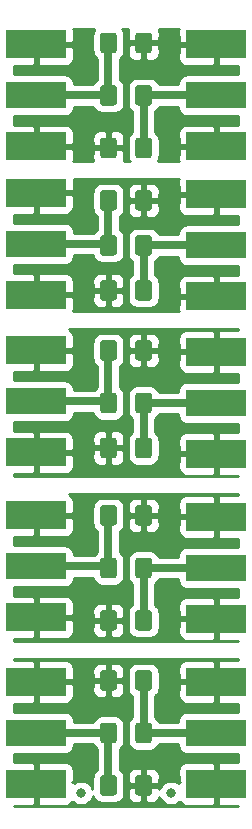
<source format=gbr>
%TF.GenerationSoftware,KiCad,Pcbnew,(5.1.10)-1*%
%TF.CreationDate,2021-09-08T14:11:29-04:00*%
%TF.ProjectId,ATTENS,41545445-4e53-42e6-9b69-6361645f7063,rev?*%
%TF.SameCoordinates,Original*%
%TF.FileFunction,Copper,L1,Top*%
%TF.FilePolarity,Positive*%
%FSLAX46Y46*%
G04 Gerber Fmt 4.6, Leading zero omitted, Abs format (unit mm)*
G04 Created by KiCad (PCBNEW (5.1.10)-1) date 2021-09-08 14:11:29*
%MOMM*%
%LPD*%
G01*
G04 APERTURE LIST*
%TA.AperFunction,SMDPad,CuDef*%
%ADD10R,5.080000X2.413000*%
%TD*%
%TA.AperFunction,SMDPad,CuDef*%
%ADD11R,5.080000X2.286000*%
%TD*%
%TA.AperFunction,ViaPad*%
%ADD12C,0.800000*%
%TD*%
%TA.AperFunction,Conductor*%
%ADD13C,0.635000*%
%TD*%
%TA.AperFunction,Conductor*%
%ADD14C,0.254000*%
%TD*%
%TA.AperFunction,Conductor*%
%ADD15C,0.100000*%
%TD*%
G04 APERTURE END LIST*
D10*
%TO.P,P1,2*%
%TO.N,/G03*%
X30480000Y-34163000D03*
X30480000Y-25527000D03*
D11*
%TO.P,P1,1*%
%TO.N,Net-(P1-Pad1)*%
X30480000Y-29845000D03*
%TD*%
D10*
%TO.P,P2,2*%
%TO.N,/G10*%
X30480000Y-46736000D03*
X30480000Y-38100000D03*
D11*
%TO.P,P2,1*%
%TO.N,Net-(P2-Pad1)*%
X30480000Y-42418000D03*
%TD*%
D10*
%TO.P,P3,2*%
%TO.N,/G20*%
X30480000Y-60071000D03*
X30480000Y-51435000D03*
D11*
%TO.P,P3,1*%
%TO.N,Net-(P3-Pad1)*%
X30480000Y-55753000D03*
%TD*%
%TO.P,P4,1*%
%TO.N,Net-(P4-Pad1)*%
X30480000Y-69723000D03*
D10*
%TO.P,P4,2*%
%TO.N,/G30*%
X30480000Y-65405000D03*
X30480000Y-74041000D03*
%TD*%
D11*
%TO.P,P5,1*%
%TO.N,Net-(P5-Pad1)*%
X30480000Y-83820000D03*
D10*
%TO.P,P5,2*%
%TO.N,/G40*%
X30480000Y-79502000D03*
X30480000Y-88138000D03*
%TD*%
D11*
%TO.P,P6,1*%
%TO.N,Net-(P6-Pad1)*%
X45720000Y-29845000D03*
D10*
%TO.P,P6,2*%
%TO.N,/G03*%
X45720000Y-25527000D03*
X45720000Y-34163000D03*
%TD*%
D11*
%TO.P,P7,1*%
%TO.N,Net-(P7-Pad1)*%
X45720000Y-42545000D03*
D10*
%TO.P,P7,2*%
%TO.N,/G10*%
X45720000Y-38227000D03*
X45720000Y-46863000D03*
%TD*%
D11*
%TO.P,P8,1*%
%TO.N,Net-(P8-Pad1)*%
X45720000Y-55880000D03*
D10*
%TO.P,P8,2*%
%TO.N,/G20*%
X45720000Y-51562000D03*
X45720000Y-60198000D03*
%TD*%
%TO.P,P9,2*%
%TO.N,/G30*%
X45720000Y-74168000D03*
X45720000Y-65532000D03*
D11*
%TO.P,P9,1*%
%TO.N,Net-(P9-Pad1)*%
X45720000Y-69850000D03*
%TD*%
D10*
%TO.P,P10,2*%
%TO.N,/G40*%
X45720000Y-88138000D03*
X45720000Y-79502000D03*
D11*
%TO.P,P10,1*%
%TO.N,Net-(P10-Pad1)*%
X45720000Y-83820000D03*
%TD*%
%TO.P,R1,1*%
%TO.N,Net-(P1-Pad1)*%
%TA.AperFunction,SMDPad,CuDef*%
G36*
G01*
X35900000Y-26025000D02*
X35900000Y-24775000D01*
G75*
G02*
X36150000Y-24525000I250000J0D01*
G01*
X37075000Y-24525000D01*
G75*
G02*
X37325000Y-24775000I0J-250000D01*
G01*
X37325000Y-26025000D01*
G75*
G02*
X37075000Y-26275000I-250000J0D01*
G01*
X36150000Y-26275000D01*
G75*
G02*
X35900000Y-26025000I0J250000D01*
G01*
G37*
%TD.AperFunction*%
%TO.P,R1,2*%
%TO.N,/G03*%
%TA.AperFunction,SMDPad,CuDef*%
G36*
G01*
X38875000Y-26025000D02*
X38875000Y-24775000D01*
G75*
G02*
X39125000Y-24525000I250000J0D01*
G01*
X40050000Y-24525000D01*
G75*
G02*
X40300000Y-24775000I0J-250000D01*
G01*
X40300000Y-26025000D01*
G75*
G02*
X40050000Y-26275000I-250000J0D01*
G01*
X39125000Y-26275000D01*
G75*
G02*
X38875000Y-26025000I0J250000D01*
G01*
G37*
%TD.AperFunction*%
%TD*%
%TO.P,R2,2*%
%TO.N,/G10*%
%TA.AperFunction,SMDPad,CuDef*%
G36*
G01*
X38875000Y-39360000D02*
X38875000Y-38110000D01*
G75*
G02*
X39125000Y-37860000I250000J0D01*
G01*
X40050000Y-37860000D01*
G75*
G02*
X40300000Y-38110000I0J-250000D01*
G01*
X40300000Y-39360000D01*
G75*
G02*
X40050000Y-39610000I-250000J0D01*
G01*
X39125000Y-39610000D01*
G75*
G02*
X38875000Y-39360000I0J250000D01*
G01*
G37*
%TD.AperFunction*%
%TO.P,R2,1*%
%TO.N,Net-(P2-Pad1)*%
%TA.AperFunction,SMDPad,CuDef*%
G36*
G01*
X35900000Y-39360000D02*
X35900000Y-38110000D01*
G75*
G02*
X36150000Y-37860000I250000J0D01*
G01*
X37075000Y-37860000D01*
G75*
G02*
X37325000Y-38110000I0J-250000D01*
G01*
X37325000Y-39360000D01*
G75*
G02*
X37075000Y-39610000I-250000J0D01*
G01*
X36150000Y-39610000D01*
G75*
G02*
X35900000Y-39360000I0J250000D01*
G01*
G37*
%TD.AperFunction*%
%TD*%
%TO.P,R3,1*%
%TO.N,Net-(P3-Pad1)*%
%TA.AperFunction,SMDPad,CuDef*%
G36*
G01*
X35900000Y-52060000D02*
X35900000Y-50810000D01*
G75*
G02*
X36150000Y-50560000I250000J0D01*
G01*
X37075000Y-50560000D01*
G75*
G02*
X37325000Y-50810000I0J-250000D01*
G01*
X37325000Y-52060000D01*
G75*
G02*
X37075000Y-52310000I-250000J0D01*
G01*
X36150000Y-52310000D01*
G75*
G02*
X35900000Y-52060000I0J250000D01*
G01*
G37*
%TD.AperFunction*%
%TO.P,R3,2*%
%TO.N,/G20*%
%TA.AperFunction,SMDPad,CuDef*%
G36*
G01*
X38875000Y-52060000D02*
X38875000Y-50810000D01*
G75*
G02*
X39125000Y-50560000I250000J0D01*
G01*
X40050000Y-50560000D01*
G75*
G02*
X40300000Y-50810000I0J-250000D01*
G01*
X40300000Y-52060000D01*
G75*
G02*
X40050000Y-52310000I-250000J0D01*
G01*
X39125000Y-52310000D01*
G75*
G02*
X38875000Y-52060000I0J250000D01*
G01*
G37*
%TD.AperFunction*%
%TD*%
%TO.P,R4,1*%
%TO.N,Net-(P4-Pad1)*%
%TA.AperFunction,SMDPad,CuDef*%
G36*
G01*
X35900000Y-66030000D02*
X35900000Y-64780000D01*
G75*
G02*
X36150000Y-64530000I250000J0D01*
G01*
X37075000Y-64530000D01*
G75*
G02*
X37325000Y-64780000I0J-250000D01*
G01*
X37325000Y-66030000D01*
G75*
G02*
X37075000Y-66280000I-250000J0D01*
G01*
X36150000Y-66280000D01*
G75*
G02*
X35900000Y-66030000I0J250000D01*
G01*
G37*
%TD.AperFunction*%
%TO.P,R4,2*%
%TO.N,/G30*%
%TA.AperFunction,SMDPad,CuDef*%
G36*
G01*
X38875000Y-66030000D02*
X38875000Y-64780000D01*
G75*
G02*
X39125000Y-64530000I250000J0D01*
G01*
X40050000Y-64530000D01*
G75*
G02*
X40300000Y-64780000I0J-250000D01*
G01*
X40300000Y-66030000D01*
G75*
G02*
X40050000Y-66280000I-250000J0D01*
G01*
X39125000Y-66280000D01*
G75*
G02*
X38875000Y-66030000I0J250000D01*
G01*
G37*
%TD.AperFunction*%
%TD*%
%TO.P,R5,2*%
%TO.N,/G40*%
%TA.AperFunction,SMDPad,CuDef*%
G36*
G01*
X38875000Y-88890000D02*
X38875000Y-87640000D01*
G75*
G02*
X39125000Y-87390000I250000J0D01*
G01*
X40050000Y-87390000D01*
G75*
G02*
X40300000Y-87640000I0J-250000D01*
G01*
X40300000Y-88890000D01*
G75*
G02*
X40050000Y-89140000I-250000J0D01*
G01*
X39125000Y-89140000D01*
G75*
G02*
X38875000Y-88890000I0J250000D01*
G01*
G37*
%TD.AperFunction*%
%TO.P,R5,1*%
%TO.N,Net-(P5-Pad1)*%
%TA.AperFunction,SMDPad,CuDef*%
G36*
G01*
X35900000Y-88890000D02*
X35900000Y-87640000D01*
G75*
G02*
X36150000Y-87390000I250000J0D01*
G01*
X37075000Y-87390000D01*
G75*
G02*
X37325000Y-87640000I0J-250000D01*
G01*
X37325000Y-88890000D01*
G75*
G02*
X37075000Y-89140000I-250000J0D01*
G01*
X36150000Y-89140000D01*
G75*
G02*
X35900000Y-88890000I0J250000D01*
G01*
G37*
%TD.AperFunction*%
%TD*%
%TO.P,R6,2*%
%TO.N,Net-(P1-Pad1)*%
%TA.AperFunction,SMDPad,CuDef*%
G36*
G01*
X37325000Y-29220000D02*
X37325000Y-30470000D01*
G75*
G02*
X37075000Y-30720000I-250000J0D01*
G01*
X36150000Y-30720000D01*
G75*
G02*
X35900000Y-30470000I0J250000D01*
G01*
X35900000Y-29220000D01*
G75*
G02*
X36150000Y-28970000I250000J0D01*
G01*
X37075000Y-28970000D01*
G75*
G02*
X37325000Y-29220000I0J-250000D01*
G01*
G37*
%TD.AperFunction*%
%TO.P,R6,1*%
%TO.N,Net-(P6-Pad1)*%
%TA.AperFunction,SMDPad,CuDef*%
G36*
G01*
X40300000Y-29220000D02*
X40300000Y-30470000D01*
G75*
G02*
X40050000Y-30720000I-250000J0D01*
G01*
X39125000Y-30720000D01*
G75*
G02*
X38875000Y-30470000I0J250000D01*
G01*
X38875000Y-29220000D01*
G75*
G02*
X39125000Y-28970000I250000J0D01*
G01*
X40050000Y-28970000D01*
G75*
G02*
X40300000Y-29220000I0J-250000D01*
G01*
G37*
%TD.AperFunction*%
%TD*%
%TO.P,R7,1*%
%TO.N,Net-(P7-Pad1)*%
%TA.AperFunction,SMDPad,CuDef*%
G36*
G01*
X40300000Y-41920000D02*
X40300000Y-43170000D01*
G75*
G02*
X40050000Y-43420000I-250000J0D01*
G01*
X39125000Y-43420000D01*
G75*
G02*
X38875000Y-43170000I0J250000D01*
G01*
X38875000Y-41920000D01*
G75*
G02*
X39125000Y-41670000I250000J0D01*
G01*
X40050000Y-41670000D01*
G75*
G02*
X40300000Y-41920000I0J-250000D01*
G01*
G37*
%TD.AperFunction*%
%TO.P,R7,2*%
%TO.N,Net-(P2-Pad1)*%
%TA.AperFunction,SMDPad,CuDef*%
G36*
G01*
X37325000Y-41920000D02*
X37325000Y-43170000D01*
G75*
G02*
X37075000Y-43420000I-250000J0D01*
G01*
X36150000Y-43420000D01*
G75*
G02*
X35900000Y-43170000I0J250000D01*
G01*
X35900000Y-41920000D01*
G75*
G02*
X36150000Y-41670000I250000J0D01*
G01*
X37075000Y-41670000D01*
G75*
G02*
X37325000Y-41920000I0J-250000D01*
G01*
G37*
%TD.AperFunction*%
%TD*%
%TO.P,R8,1*%
%TO.N,Net-(P8-Pad1)*%
%TA.AperFunction,SMDPad,CuDef*%
G36*
G01*
X40300000Y-55255000D02*
X40300000Y-56505000D01*
G75*
G02*
X40050000Y-56755000I-250000J0D01*
G01*
X39125000Y-56755000D01*
G75*
G02*
X38875000Y-56505000I0J250000D01*
G01*
X38875000Y-55255000D01*
G75*
G02*
X39125000Y-55005000I250000J0D01*
G01*
X40050000Y-55005000D01*
G75*
G02*
X40300000Y-55255000I0J-250000D01*
G01*
G37*
%TD.AperFunction*%
%TO.P,R8,2*%
%TO.N,Net-(P3-Pad1)*%
%TA.AperFunction,SMDPad,CuDef*%
G36*
G01*
X37325000Y-55255000D02*
X37325000Y-56505000D01*
G75*
G02*
X37075000Y-56755000I-250000J0D01*
G01*
X36150000Y-56755000D01*
G75*
G02*
X35900000Y-56505000I0J250000D01*
G01*
X35900000Y-55255000D01*
G75*
G02*
X36150000Y-55005000I250000J0D01*
G01*
X37075000Y-55005000D01*
G75*
G02*
X37325000Y-55255000I0J-250000D01*
G01*
G37*
%TD.AperFunction*%
%TD*%
%TO.P,R9,2*%
%TO.N,Net-(P4-Pad1)*%
%TA.AperFunction,SMDPad,CuDef*%
G36*
G01*
X37325000Y-69225000D02*
X37325000Y-70475000D01*
G75*
G02*
X37075000Y-70725000I-250000J0D01*
G01*
X36150000Y-70725000D01*
G75*
G02*
X35900000Y-70475000I0J250000D01*
G01*
X35900000Y-69225000D01*
G75*
G02*
X36150000Y-68975000I250000J0D01*
G01*
X37075000Y-68975000D01*
G75*
G02*
X37325000Y-69225000I0J-250000D01*
G01*
G37*
%TD.AperFunction*%
%TO.P,R9,1*%
%TO.N,Net-(P9-Pad1)*%
%TA.AperFunction,SMDPad,CuDef*%
G36*
G01*
X40300000Y-69225000D02*
X40300000Y-70475000D01*
G75*
G02*
X40050000Y-70725000I-250000J0D01*
G01*
X39125000Y-70725000D01*
G75*
G02*
X38875000Y-70475000I0J250000D01*
G01*
X38875000Y-69225000D01*
G75*
G02*
X39125000Y-68975000I250000J0D01*
G01*
X40050000Y-68975000D01*
G75*
G02*
X40300000Y-69225000I0J-250000D01*
G01*
G37*
%TD.AperFunction*%
%TD*%
%TO.P,R10,1*%
%TO.N,Net-(P10-Pad1)*%
%TA.AperFunction,SMDPad,CuDef*%
G36*
G01*
X40300000Y-83195000D02*
X40300000Y-84445000D01*
G75*
G02*
X40050000Y-84695000I-250000J0D01*
G01*
X39125000Y-84695000D01*
G75*
G02*
X38875000Y-84445000I0J250000D01*
G01*
X38875000Y-83195000D01*
G75*
G02*
X39125000Y-82945000I250000J0D01*
G01*
X40050000Y-82945000D01*
G75*
G02*
X40300000Y-83195000I0J-250000D01*
G01*
G37*
%TD.AperFunction*%
%TO.P,R10,2*%
%TO.N,Net-(P5-Pad1)*%
%TA.AperFunction,SMDPad,CuDef*%
G36*
G01*
X37325000Y-83195000D02*
X37325000Y-84445000D01*
G75*
G02*
X37075000Y-84695000I-250000J0D01*
G01*
X36150000Y-84695000D01*
G75*
G02*
X35900000Y-84445000I0J250000D01*
G01*
X35900000Y-83195000D01*
G75*
G02*
X36150000Y-82945000I250000J0D01*
G01*
X37075000Y-82945000D01*
G75*
G02*
X37325000Y-83195000I0J-250000D01*
G01*
G37*
%TD.AperFunction*%
%TD*%
%TO.P,R11,1*%
%TO.N,Net-(P6-Pad1)*%
%TA.AperFunction,SMDPad,CuDef*%
G36*
G01*
X40300000Y-33665000D02*
X40300000Y-34915000D01*
G75*
G02*
X40050000Y-35165000I-250000J0D01*
G01*
X39125000Y-35165000D01*
G75*
G02*
X38875000Y-34915000I0J250000D01*
G01*
X38875000Y-33665000D01*
G75*
G02*
X39125000Y-33415000I250000J0D01*
G01*
X40050000Y-33415000D01*
G75*
G02*
X40300000Y-33665000I0J-250000D01*
G01*
G37*
%TD.AperFunction*%
%TO.P,R11,2*%
%TO.N,/G03*%
%TA.AperFunction,SMDPad,CuDef*%
G36*
G01*
X37325000Y-33665000D02*
X37325000Y-34915000D01*
G75*
G02*
X37075000Y-35165000I-250000J0D01*
G01*
X36150000Y-35165000D01*
G75*
G02*
X35900000Y-34915000I0J250000D01*
G01*
X35900000Y-33665000D01*
G75*
G02*
X36150000Y-33415000I250000J0D01*
G01*
X37075000Y-33415000D01*
G75*
G02*
X37325000Y-33665000I0J-250000D01*
G01*
G37*
%TD.AperFunction*%
%TD*%
%TO.P,R12,2*%
%TO.N,/G10*%
%TA.AperFunction,SMDPad,CuDef*%
G36*
G01*
X37325000Y-45730000D02*
X37325000Y-46980000D01*
G75*
G02*
X37075000Y-47230000I-250000J0D01*
G01*
X36150000Y-47230000D01*
G75*
G02*
X35900000Y-46980000I0J250000D01*
G01*
X35900000Y-45730000D01*
G75*
G02*
X36150000Y-45480000I250000J0D01*
G01*
X37075000Y-45480000D01*
G75*
G02*
X37325000Y-45730000I0J-250000D01*
G01*
G37*
%TD.AperFunction*%
%TO.P,R12,1*%
%TO.N,Net-(P7-Pad1)*%
%TA.AperFunction,SMDPad,CuDef*%
G36*
G01*
X40300000Y-45730000D02*
X40300000Y-46980000D01*
G75*
G02*
X40050000Y-47230000I-250000J0D01*
G01*
X39125000Y-47230000D01*
G75*
G02*
X38875000Y-46980000I0J250000D01*
G01*
X38875000Y-45730000D01*
G75*
G02*
X39125000Y-45480000I250000J0D01*
G01*
X40050000Y-45480000D01*
G75*
G02*
X40300000Y-45730000I0J-250000D01*
G01*
G37*
%TD.AperFunction*%
%TD*%
%TO.P,R13,2*%
%TO.N,/G20*%
%TA.AperFunction,SMDPad,CuDef*%
G36*
G01*
X37325000Y-59065000D02*
X37325000Y-60315000D01*
G75*
G02*
X37075000Y-60565000I-250000J0D01*
G01*
X36150000Y-60565000D01*
G75*
G02*
X35900000Y-60315000I0J250000D01*
G01*
X35900000Y-59065000D01*
G75*
G02*
X36150000Y-58815000I250000J0D01*
G01*
X37075000Y-58815000D01*
G75*
G02*
X37325000Y-59065000I0J-250000D01*
G01*
G37*
%TD.AperFunction*%
%TO.P,R13,1*%
%TO.N,Net-(P8-Pad1)*%
%TA.AperFunction,SMDPad,CuDef*%
G36*
G01*
X40300000Y-59065000D02*
X40300000Y-60315000D01*
G75*
G02*
X40050000Y-60565000I-250000J0D01*
G01*
X39125000Y-60565000D01*
G75*
G02*
X38875000Y-60315000I0J250000D01*
G01*
X38875000Y-59065000D01*
G75*
G02*
X39125000Y-58815000I250000J0D01*
G01*
X40050000Y-58815000D01*
G75*
G02*
X40300000Y-59065000I0J-250000D01*
G01*
G37*
%TD.AperFunction*%
%TD*%
%TO.P,R14,1*%
%TO.N,Net-(P9-Pad1)*%
%TA.AperFunction,SMDPad,CuDef*%
G36*
G01*
X40300000Y-73670000D02*
X40300000Y-74920000D01*
G75*
G02*
X40050000Y-75170000I-250000J0D01*
G01*
X39125000Y-75170000D01*
G75*
G02*
X38875000Y-74920000I0J250000D01*
G01*
X38875000Y-73670000D01*
G75*
G02*
X39125000Y-73420000I250000J0D01*
G01*
X40050000Y-73420000D01*
G75*
G02*
X40300000Y-73670000I0J-250000D01*
G01*
G37*
%TD.AperFunction*%
%TO.P,R14,2*%
%TO.N,/G30*%
%TA.AperFunction,SMDPad,CuDef*%
G36*
G01*
X37325000Y-73670000D02*
X37325000Y-74920000D01*
G75*
G02*
X37075000Y-75170000I-250000J0D01*
G01*
X36150000Y-75170000D01*
G75*
G02*
X35900000Y-74920000I0J250000D01*
G01*
X35900000Y-73670000D01*
G75*
G02*
X36150000Y-73420000I250000J0D01*
G01*
X37075000Y-73420000D01*
G75*
G02*
X37325000Y-73670000I0J-250000D01*
G01*
G37*
%TD.AperFunction*%
%TD*%
%TO.P,R15,2*%
%TO.N,/G40*%
%TA.AperFunction,SMDPad,CuDef*%
G36*
G01*
X37325000Y-78750000D02*
X37325000Y-80000000D01*
G75*
G02*
X37075000Y-80250000I-250000J0D01*
G01*
X36150000Y-80250000D01*
G75*
G02*
X35900000Y-80000000I0J250000D01*
G01*
X35900000Y-78750000D01*
G75*
G02*
X36150000Y-78500000I250000J0D01*
G01*
X37075000Y-78500000D01*
G75*
G02*
X37325000Y-78750000I0J-250000D01*
G01*
G37*
%TD.AperFunction*%
%TO.P,R15,1*%
%TO.N,Net-(P10-Pad1)*%
%TA.AperFunction,SMDPad,CuDef*%
G36*
G01*
X40300000Y-78750000D02*
X40300000Y-80000000D01*
G75*
G02*
X40050000Y-80250000I-250000J0D01*
G01*
X39125000Y-80250000D01*
G75*
G02*
X38875000Y-80000000I0J250000D01*
G01*
X38875000Y-78750000D01*
G75*
G02*
X39125000Y-78500000I250000J0D01*
G01*
X40050000Y-78500000D01*
G75*
G02*
X40300000Y-78750000I0J-250000D01*
G01*
G37*
%TD.AperFunction*%
%TD*%
D12*
%TO.N,*%
X41910000Y-88900000D03*
X34290000Y-88900000D03*
%TO.N,/G03*%
X34290000Y-25400000D03*
X41910000Y-25400000D03*
X41910000Y-34290000D03*
X34290000Y-34290000D03*
%TO.N,/G10*%
X41910000Y-46990000D03*
X34290000Y-46990000D03*
X34290000Y-38100000D03*
X41910000Y-38100000D03*
%TO.N,/G20*%
X34290000Y-50800000D03*
X41910000Y-50800000D03*
X34290000Y-59690000D03*
X41910000Y-59690000D03*
%TO.N,/G40*%
X34290000Y-78740000D03*
X41910000Y-78740000D03*
%TO.N,/G30*%
X41910000Y-74930000D03*
X34290000Y-74930000D03*
X34290000Y-64770000D03*
X41910000Y-64770000D03*
%TD*%
D13*
%TO.N,Net-(P1-Pad1)*%
X30480000Y-29845000D02*
X36612500Y-29845000D01*
X36612500Y-25400000D02*
X36612500Y-29845000D01*
%TO.N,Net-(P2-Pad1)*%
X36485500Y-42418000D02*
X36612500Y-42545000D01*
X30480000Y-42418000D02*
X36485500Y-42418000D01*
X36612500Y-38735000D02*
X36612500Y-42545000D01*
%TO.N,Net-(P3-Pad1)*%
X36485500Y-55753000D02*
X36612500Y-55880000D01*
X30480000Y-55753000D02*
X36485500Y-55753000D01*
X36612500Y-51435000D02*
X36612500Y-55880000D01*
%TO.N,Net-(P4-Pad1)*%
X36485500Y-69723000D02*
X36612500Y-69850000D01*
X30480000Y-69723000D02*
X36485500Y-69723000D01*
X36612500Y-65405000D02*
X36612500Y-69850000D01*
%TO.N,Net-(P5-Pad1)*%
X30480000Y-83820000D02*
X36612500Y-83820000D01*
X36612500Y-88265000D02*
X36612500Y-83820000D01*
%TO.N,Net-(P6-Pad1)*%
X45720000Y-29845000D02*
X39587500Y-29845000D01*
X39587500Y-34290000D02*
X39587500Y-29845000D01*
%TO.N,Net-(P7-Pad1)*%
X45720000Y-42545000D02*
X39587500Y-42545000D01*
X39587500Y-46355000D02*
X39587500Y-42545000D01*
%TO.N,Net-(P8-Pad1)*%
X45720000Y-55880000D02*
X39587500Y-55880000D01*
X39587500Y-59690000D02*
X39587500Y-55880000D01*
%TO.N,Net-(P9-Pad1)*%
X39587500Y-74295000D02*
X39587500Y-69850000D01*
X45720000Y-69850000D02*
X39587500Y-69850000D01*
%TO.N,Net-(P10-Pad1)*%
X45720000Y-83820000D02*
X39587500Y-83820000D01*
X39587500Y-79375000D02*
X39587500Y-83820000D01*
%TD*%
D14*
%TO.N,/G03*%
X38285498Y-24280820D02*
X38249188Y-24400518D01*
X38236928Y-24525000D01*
X38240000Y-25114250D01*
X38398750Y-25273000D01*
X39460500Y-25273000D01*
X39460500Y-25253000D01*
X39714500Y-25253000D01*
X39714500Y-25273000D01*
X40776250Y-25273000D01*
X40935000Y-25114250D01*
X40938072Y-24525000D01*
X40925812Y-24400518D01*
X40889502Y-24280820D01*
X40876770Y-24257000D01*
X42548182Y-24257000D01*
X42541928Y-24320500D01*
X42545000Y-25241250D01*
X42703750Y-25400000D01*
X45593000Y-25400000D01*
X45593000Y-25380000D01*
X45847000Y-25380000D01*
X45847000Y-25400000D01*
X45867000Y-25400000D01*
X45867000Y-25654000D01*
X45847000Y-25654000D01*
X45847000Y-27209750D01*
X46005750Y-27368500D01*
X47600000Y-27370673D01*
X47600000Y-28063928D01*
X43180000Y-28063928D01*
X43055518Y-28076188D01*
X42935820Y-28112498D01*
X42825506Y-28171463D01*
X42728815Y-28250815D01*
X42649463Y-28347506D01*
X42590498Y-28457820D01*
X42554188Y-28577518D01*
X42541928Y-28702000D01*
X42541928Y-28892500D01*
X40874218Y-28892500D01*
X40870472Y-28880150D01*
X40788405Y-28726614D01*
X40677962Y-28592038D01*
X40543386Y-28481595D01*
X40389850Y-28399528D01*
X40223254Y-28348992D01*
X40050000Y-28331928D01*
X39125000Y-28331928D01*
X38951746Y-28348992D01*
X38785150Y-28399528D01*
X38631614Y-28481595D01*
X38497038Y-28592038D01*
X38386595Y-28726614D01*
X38304528Y-28880150D01*
X38253992Y-29046746D01*
X38236928Y-29220000D01*
X38236928Y-30470000D01*
X38253992Y-30643254D01*
X38304528Y-30809850D01*
X38386595Y-30963386D01*
X38497038Y-31097962D01*
X38631614Y-31208405D01*
X38635001Y-31210215D01*
X38635000Y-32924785D01*
X38631614Y-32926595D01*
X38497038Y-33037038D01*
X38386595Y-33171614D01*
X38304528Y-33325150D01*
X38253992Y-33491746D01*
X38236928Y-33665000D01*
X38236928Y-34915000D01*
X38253992Y-35088254D01*
X38304528Y-35254850D01*
X38386595Y-35408386D01*
X38406795Y-35433000D01*
X37901770Y-35433000D01*
X37914502Y-35409180D01*
X37950812Y-35289482D01*
X37963072Y-35165000D01*
X37960000Y-34575750D01*
X37801250Y-34417000D01*
X36739500Y-34417000D01*
X36739500Y-34437000D01*
X36485500Y-34437000D01*
X36485500Y-34417000D01*
X35423750Y-34417000D01*
X35265000Y-34575750D01*
X35261928Y-35165000D01*
X35274188Y-35289482D01*
X35310498Y-35409180D01*
X35323230Y-35433000D01*
X33651818Y-35433000D01*
X33658072Y-35369500D01*
X33655000Y-34448750D01*
X33496250Y-34290000D01*
X30607000Y-34290000D01*
X30607000Y-34310000D01*
X30353000Y-34310000D01*
X30353000Y-34290000D01*
X30333000Y-34290000D01*
X30333000Y-34036000D01*
X30353000Y-34036000D01*
X30353000Y-32480250D01*
X30607000Y-32480250D01*
X30607000Y-34036000D01*
X33496250Y-34036000D01*
X33655000Y-33877250D01*
X33656542Y-33415000D01*
X35261928Y-33415000D01*
X35265000Y-34004250D01*
X35423750Y-34163000D01*
X36485500Y-34163000D01*
X36485500Y-32938750D01*
X36739500Y-32938750D01*
X36739500Y-34163000D01*
X37801250Y-34163000D01*
X37960000Y-34004250D01*
X37963072Y-33415000D01*
X37950812Y-33290518D01*
X37914502Y-33170820D01*
X37855537Y-33060506D01*
X37776185Y-32963815D01*
X37679494Y-32884463D01*
X37569180Y-32825498D01*
X37449482Y-32789188D01*
X37325000Y-32776928D01*
X36898250Y-32780000D01*
X36739500Y-32938750D01*
X36485500Y-32938750D01*
X36326750Y-32780000D01*
X35900000Y-32776928D01*
X35775518Y-32789188D01*
X35655820Y-32825498D01*
X35545506Y-32884463D01*
X35448815Y-32963815D01*
X35369463Y-33060506D01*
X35310498Y-33170820D01*
X35274188Y-33290518D01*
X35261928Y-33415000D01*
X33656542Y-33415000D01*
X33658072Y-32956500D01*
X33645812Y-32832018D01*
X33609502Y-32712320D01*
X33550537Y-32602006D01*
X33471185Y-32505315D01*
X33374494Y-32425963D01*
X33264180Y-32366998D01*
X33144482Y-32330688D01*
X33020000Y-32318428D01*
X30765750Y-32321500D01*
X30607000Y-32480250D01*
X30353000Y-32480250D01*
X30194250Y-32321500D01*
X28600000Y-32319327D01*
X28600000Y-31626072D01*
X33020000Y-31626072D01*
X33144482Y-31613812D01*
X33264180Y-31577502D01*
X33374494Y-31518537D01*
X33471185Y-31439185D01*
X33550537Y-31342494D01*
X33609502Y-31232180D01*
X33645812Y-31112482D01*
X33658072Y-30988000D01*
X33658072Y-30797500D01*
X35325782Y-30797500D01*
X35329528Y-30809850D01*
X35411595Y-30963386D01*
X35522038Y-31097962D01*
X35656614Y-31208405D01*
X35810150Y-31290472D01*
X35976746Y-31341008D01*
X36150000Y-31358072D01*
X37075000Y-31358072D01*
X37248254Y-31341008D01*
X37414850Y-31290472D01*
X37568386Y-31208405D01*
X37702962Y-31097962D01*
X37813405Y-30963386D01*
X37895472Y-30809850D01*
X37946008Y-30643254D01*
X37963072Y-30470000D01*
X37963072Y-29220000D01*
X37946008Y-29046746D01*
X37895472Y-28880150D01*
X37813405Y-28726614D01*
X37702962Y-28592038D01*
X37568386Y-28481595D01*
X37565000Y-28479785D01*
X37565000Y-26765215D01*
X37568386Y-26763405D01*
X37702962Y-26652962D01*
X37813405Y-26518386D01*
X37895472Y-26364850D01*
X37922727Y-26275000D01*
X38236928Y-26275000D01*
X38249188Y-26399482D01*
X38285498Y-26519180D01*
X38344463Y-26629494D01*
X38423815Y-26726185D01*
X38520506Y-26805537D01*
X38630820Y-26864502D01*
X38750518Y-26900812D01*
X38875000Y-26913072D01*
X39301750Y-26910000D01*
X39460500Y-26751250D01*
X39460500Y-25527000D01*
X39714500Y-25527000D01*
X39714500Y-26751250D01*
X39873250Y-26910000D01*
X40300000Y-26913072D01*
X40424482Y-26900812D01*
X40544180Y-26864502D01*
X40654494Y-26805537D01*
X40742271Y-26733500D01*
X42541928Y-26733500D01*
X42554188Y-26857982D01*
X42590498Y-26977680D01*
X42649463Y-27087994D01*
X42728815Y-27184685D01*
X42825506Y-27264037D01*
X42935820Y-27323002D01*
X43055518Y-27359312D01*
X43180000Y-27371572D01*
X45434250Y-27368500D01*
X45593000Y-27209750D01*
X45593000Y-25654000D01*
X42703750Y-25654000D01*
X42545000Y-25812750D01*
X42541928Y-26733500D01*
X40742271Y-26733500D01*
X40751185Y-26726185D01*
X40830537Y-26629494D01*
X40889502Y-26519180D01*
X40925812Y-26399482D01*
X40938072Y-26275000D01*
X40935000Y-25685750D01*
X40776250Y-25527000D01*
X39714500Y-25527000D01*
X39460500Y-25527000D01*
X38398750Y-25527000D01*
X38240000Y-25685750D01*
X38236928Y-26275000D01*
X37922727Y-26275000D01*
X37946008Y-26198254D01*
X37963072Y-26025000D01*
X37963072Y-24775000D01*
X37946008Y-24601746D01*
X37895472Y-24435150D01*
X37813405Y-24281614D01*
X37793205Y-24257000D01*
X38298230Y-24257000D01*
X38285498Y-24280820D01*
%TA.AperFunction,Conductor*%
D15*
G36*
X38285498Y-24280820D02*
G01*
X38249188Y-24400518D01*
X38236928Y-24525000D01*
X38240000Y-25114250D01*
X38398750Y-25273000D01*
X39460500Y-25273000D01*
X39460500Y-25253000D01*
X39714500Y-25253000D01*
X39714500Y-25273000D01*
X40776250Y-25273000D01*
X40935000Y-25114250D01*
X40938072Y-24525000D01*
X40925812Y-24400518D01*
X40889502Y-24280820D01*
X40876770Y-24257000D01*
X42548182Y-24257000D01*
X42541928Y-24320500D01*
X42545000Y-25241250D01*
X42703750Y-25400000D01*
X45593000Y-25400000D01*
X45593000Y-25380000D01*
X45847000Y-25380000D01*
X45847000Y-25400000D01*
X45867000Y-25400000D01*
X45867000Y-25654000D01*
X45847000Y-25654000D01*
X45847000Y-27209750D01*
X46005750Y-27368500D01*
X47600000Y-27370673D01*
X47600000Y-28063928D01*
X43180000Y-28063928D01*
X43055518Y-28076188D01*
X42935820Y-28112498D01*
X42825506Y-28171463D01*
X42728815Y-28250815D01*
X42649463Y-28347506D01*
X42590498Y-28457820D01*
X42554188Y-28577518D01*
X42541928Y-28702000D01*
X42541928Y-28892500D01*
X40874218Y-28892500D01*
X40870472Y-28880150D01*
X40788405Y-28726614D01*
X40677962Y-28592038D01*
X40543386Y-28481595D01*
X40389850Y-28399528D01*
X40223254Y-28348992D01*
X40050000Y-28331928D01*
X39125000Y-28331928D01*
X38951746Y-28348992D01*
X38785150Y-28399528D01*
X38631614Y-28481595D01*
X38497038Y-28592038D01*
X38386595Y-28726614D01*
X38304528Y-28880150D01*
X38253992Y-29046746D01*
X38236928Y-29220000D01*
X38236928Y-30470000D01*
X38253992Y-30643254D01*
X38304528Y-30809850D01*
X38386595Y-30963386D01*
X38497038Y-31097962D01*
X38631614Y-31208405D01*
X38635001Y-31210215D01*
X38635000Y-32924785D01*
X38631614Y-32926595D01*
X38497038Y-33037038D01*
X38386595Y-33171614D01*
X38304528Y-33325150D01*
X38253992Y-33491746D01*
X38236928Y-33665000D01*
X38236928Y-34915000D01*
X38253992Y-35088254D01*
X38304528Y-35254850D01*
X38386595Y-35408386D01*
X38406795Y-35433000D01*
X37901770Y-35433000D01*
X37914502Y-35409180D01*
X37950812Y-35289482D01*
X37963072Y-35165000D01*
X37960000Y-34575750D01*
X37801250Y-34417000D01*
X36739500Y-34417000D01*
X36739500Y-34437000D01*
X36485500Y-34437000D01*
X36485500Y-34417000D01*
X35423750Y-34417000D01*
X35265000Y-34575750D01*
X35261928Y-35165000D01*
X35274188Y-35289482D01*
X35310498Y-35409180D01*
X35323230Y-35433000D01*
X33651818Y-35433000D01*
X33658072Y-35369500D01*
X33655000Y-34448750D01*
X33496250Y-34290000D01*
X30607000Y-34290000D01*
X30607000Y-34310000D01*
X30353000Y-34310000D01*
X30353000Y-34290000D01*
X30333000Y-34290000D01*
X30333000Y-34036000D01*
X30353000Y-34036000D01*
X30353000Y-32480250D01*
X30607000Y-32480250D01*
X30607000Y-34036000D01*
X33496250Y-34036000D01*
X33655000Y-33877250D01*
X33656542Y-33415000D01*
X35261928Y-33415000D01*
X35265000Y-34004250D01*
X35423750Y-34163000D01*
X36485500Y-34163000D01*
X36485500Y-32938750D01*
X36739500Y-32938750D01*
X36739500Y-34163000D01*
X37801250Y-34163000D01*
X37960000Y-34004250D01*
X37963072Y-33415000D01*
X37950812Y-33290518D01*
X37914502Y-33170820D01*
X37855537Y-33060506D01*
X37776185Y-32963815D01*
X37679494Y-32884463D01*
X37569180Y-32825498D01*
X37449482Y-32789188D01*
X37325000Y-32776928D01*
X36898250Y-32780000D01*
X36739500Y-32938750D01*
X36485500Y-32938750D01*
X36326750Y-32780000D01*
X35900000Y-32776928D01*
X35775518Y-32789188D01*
X35655820Y-32825498D01*
X35545506Y-32884463D01*
X35448815Y-32963815D01*
X35369463Y-33060506D01*
X35310498Y-33170820D01*
X35274188Y-33290518D01*
X35261928Y-33415000D01*
X33656542Y-33415000D01*
X33658072Y-32956500D01*
X33645812Y-32832018D01*
X33609502Y-32712320D01*
X33550537Y-32602006D01*
X33471185Y-32505315D01*
X33374494Y-32425963D01*
X33264180Y-32366998D01*
X33144482Y-32330688D01*
X33020000Y-32318428D01*
X30765750Y-32321500D01*
X30607000Y-32480250D01*
X30353000Y-32480250D01*
X30194250Y-32321500D01*
X28600000Y-32319327D01*
X28600000Y-31626072D01*
X33020000Y-31626072D01*
X33144482Y-31613812D01*
X33264180Y-31577502D01*
X33374494Y-31518537D01*
X33471185Y-31439185D01*
X33550537Y-31342494D01*
X33609502Y-31232180D01*
X33645812Y-31112482D01*
X33658072Y-30988000D01*
X33658072Y-30797500D01*
X35325782Y-30797500D01*
X35329528Y-30809850D01*
X35411595Y-30963386D01*
X35522038Y-31097962D01*
X35656614Y-31208405D01*
X35810150Y-31290472D01*
X35976746Y-31341008D01*
X36150000Y-31358072D01*
X37075000Y-31358072D01*
X37248254Y-31341008D01*
X37414850Y-31290472D01*
X37568386Y-31208405D01*
X37702962Y-31097962D01*
X37813405Y-30963386D01*
X37895472Y-30809850D01*
X37946008Y-30643254D01*
X37963072Y-30470000D01*
X37963072Y-29220000D01*
X37946008Y-29046746D01*
X37895472Y-28880150D01*
X37813405Y-28726614D01*
X37702962Y-28592038D01*
X37568386Y-28481595D01*
X37565000Y-28479785D01*
X37565000Y-26765215D01*
X37568386Y-26763405D01*
X37702962Y-26652962D01*
X37813405Y-26518386D01*
X37895472Y-26364850D01*
X37922727Y-26275000D01*
X38236928Y-26275000D01*
X38249188Y-26399482D01*
X38285498Y-26519180D01*
X38344463Y-26629494D01*
X38423815Y-26726185D01*
X38520506Y-26805537D01*
X38630820Y-26864502D01*
X38750518Y-26900812D01*
X38875000Y-26913072D01*
X39301750Y-26910000D01*
X39460500Y-26751250D01*
X39460500Y-25527000D01*
X39714500Y-25527000D01*
X39714500Y-26751250D01*
X39873250Y-26910000D01*
X40300000Y-26913072D01*
X40424482Y-26900812D01*
X40544180Y-26864502D01*
X40654494Y-26805537D01*
X40742271Y-26733500D01*
X42541928Y-26733500D01*
X42554188Y-26857982D01*
X42590498Y-26977680D01*
X42649463Y-27087994D01*
X42728815Y-27184685D01*
X42825506Y-27264037D01*
X42935820Y-27323002D01*
X43055518Y-27359312D01*
X43180000Y-27371572D01*
X45434250Y-27368500D01*
X45593000Y-27209750D01*
X45593000Y-25654000D01*
X42703750Y-25654000D01*
X42545000Y-25812750D01*
X42541928Y-26733500D01*
X40742271Y-26733500D01*
X40751185Y-26726185D01*
X40830537Y-26629494D01*
X40889502Y-26519180D01*
X40925812Y-26399482D01*
X40938072Y-26275000D01*
X40935000Y-25685750D01*
X40776250Y-25527000D01*
X39714500Y-25527000D01*
X39460500Y-25527000D01*
X38398750Y-25527000D01*
X38240000Y-25685750D01*
X38236928Y-26275000D01*
X37922727Y-26275000D01*
X37946008Y-26198254D01*
X37963072Y-26025000D01*
X37963072Y-24775000D01*
X37946008Y-24601746D01*
X37895472Y-24435150D01*
X37813405Y-24281614D01*
X37793205Y-24257000D01*
X38298230Y-24257000D01*
X38285498Y-24280820D01*
G37*
%TD.AperFunction*%
D14*
X42541928Y-30988000D02*
X42554188Y-31112482D01*
X42590498Y-31232180D01*
X42649463Y-31342494D01*
X42728815Y-31439185D01*
X42825506Y-31518537D01*
X42935820Y-31577502D01*
X43055518Y-31613812D01*
X43180000Y-31626072D01*
X47600000Y-31626072D01*
X47600000Y-32319327D01*
X46005750Y-32321500D01*
X45847000Y-32480250D01*
X45847000Y-34036000D01*
X45867000Y-34036000D01*
X45867000Y-34290000D01*
X45847000Y-34290000D01*
X45847000Y-34310000D01*
X45593000Y-34310000D01*
X45593000Y-34290000D01*
X42703750Y-34290000D01*
X42545000Y-34448750D01*
X42541928Y-35369500D01*
X42548182Y-35433000D01*
X40768205Y-35433000D01*
X40788405Y-35408386D01*
X40870472Y-35254850D01*
X40921008Y-35088254D01*
X40938072Y-34915000D01*
X40938072Y-33665000D01*
X40921008Y-33491746D01*
X40870472Y-33325150D01*
X40788405Y-33171614D01*
X40677962Y-33037038D01*
X40579826Y-32956500D01*
X42541928Y-32956500D01*
X42545000Y-33877250D01*
X42703750Y-34036000D01*
X45593000Y-34036000D01*
X45593000Y-32480250D01*
X45434250Y-32321500D01*
X43180000Y-32318428D01*
X43055518Y-32330688D01*
X42935820Y-32366998D01*
X42825506Y-32425963D01*
X42728815Y-32505315D01*
X42649463Y-32602006D01*
X42590498Y-32712320D01*
X42554188Y-32832018D01*
X42541928Y-32956500D01*
X40579826Y-32956500D01*
X40543386Y-32926595D01*
X40540000Y-32924785D01*
X40540000Y-31210215D01*
X40543386Y-31208405D01*
X40677962Y-31097962D01*
X40788405Y-30963386D01*
X40870472Y-30809850D01*
X40874218Y-30797500D01*
X42541928Y-30797500D01*
X42541928Y-30988000D01*
%TA.AperFunction,Conductor*%
D15*
G36*
X42541928Y-30988000D02*
G01*
X42554188Y-31112482D01*
X42590498Y-31232180D01*
X42649463Y-31342494D01*
X42728815Y-31439185D01*
X42825506Y-31518537D01*
X42935820Y-31577502D01*
X43055518Y-31613812D01*
X43180000Y-31626072D01*
X47600000Y-31626072D01*
X47600000Y-32319327D01*
X46005750Y-32321500D01*
X45847000Y-32480250D01*
X45847000Y-34036000D01*
X45867000Y-34036000D01*
X45867000Y-34290000D01*
X45847000Y-34290000D01*
X45847000Y-34310000D01*
X45593000Y-34310000D01*
X45593000Y-34290000D01*
X42703750Y-34290000D01*
X42545000Y-34448750D01*
X42541928Y-35369500D01*
X42548182Y-35433000D01*
X40768205Y-35433000D01*
X40788405Y-35408386D01*
X40870472Y-35254850D01*
X40921008Y-35088254D01*
X40938072Y-34915000D01*
X40938072Y-33665000D01*
X40921008Y-33491746D01*
X40870472Y-33325150D01*
X40788405Y-33171614D01*
X40677962Y-33037038D01*
X40579826Y-32956500D01*
X42541928Y-32956500D01*
X42545000Y-33877250D01*
X42703750Y-34036000D01*
X45593000Y-34036000D01*
X45593000Y-32480250D01*
X45434250Y-32321500D01*
X43180000Y-32318428D01*
X43055518Y-32330688D01*
X42935820Y-32366998D01*
X42825506Y-32425963D01*
X42728815Y-32505315D01*
X42649463Y-32602006D01*
X42590498Y-32712320D01*
X42554188Y-32832018D01*
X42541928Y-32956500D01*
X40579826Y-32956500D01*
X40543386Y-32926595D01*
X40540000Y-32924785D01*
X40540000Y-31210215D01*
X40543386Y-31208405D01*
X40677962Y-31097962D01*
X40788405Y-30963386D01*
X40870472Y-30809850D01*
X40874218Y-30797500D01*
X42541928Y-30797500D01*
X42541928Y-30988000D01*
G37*
%TD.AperFunction*%
D14*
X35411595Y-24281614D02*
X35329528Y-24435150D01*
X35278992Y-24601746D01*
X35261928Y-24775000D01*
X35261928Y-26025000D01*
X35278992Y-26198254D01*
X35329528Y-26364850D01*
X35411595Y-26518386D01*
X35522038Y-26652962D01*
X35656614Y-26763405D01*
X35660000Y-26765215D01*
X35660001Y-28479785D01*
X35656614Y-28481595D01*
X35522038Y-28592038D01*
X35411595Y-28726614D01*
X35329528Y-28880150D01*
X35325782Y-28892500D01*
X33658072Y-28892500D01*
X33658072Y-28702000D01*
X33645812Y-28577518D01*
X33609502Y-28457820D01*
X33550537Y-28347506D01*
X33471185Y-28250815D01*
X33374494Y-28171463D01*
X33264180Y-28112498D01*
X33144482Y-28076188D01*
X33020000Y-28063928D01*
X28600000Y-28063928D01*
X28600000Y-27370673D01*
X30194250Y-27368500D01*
X30353000Y-27209750D01*
X30353000Y-25654000D01*
X30607000Y-25654000D01*
X30607000Y-27209750D01*
X30765750Y-27368500D01*
X33020000Y-27371572D01*
X33144482Y-27359312D01*
X33264180Y-27323002D01*
X33374494Y-27264037D01*
X33471185Y-27184685D01*
X33550537Y-27087994D01*
X33609502Y-26977680D01*
X33645812Y-26857982D01*
X33658072Y-26733500D01*
X33655000Y-25812750D01*
X33496250Y-25654000D01*
X30607000Y-25654000D01*
X30353000Y-25654000D01*
X30333000Y-25654000D01*
X30333000Y-25400000D01*
X30353000Y-25400000D01*
X30353000Y-25380000D01*
X30607000Y-25380000D01*
X30607000Y-25400000D01*
X33496250Y-25400000D01*
X33655000Y-25241250D01*
X33658072Y-24320500D01*
X33651818Y-24257000D01*
X35431795Y-24257000D01*
X35411595Y-24281614D01*
%TA.AperFunction,Conductor*%
D15*
G36*
X35411595Y-24281614D02*
G01*
X35329528Y-24435150D01*
X35278992Y-24601746D01*
X35261928Y-24775000D01*
X35261928Y-26025000D01*
X35278992Y-26198254D01*
X35329528Y-26364850D01*
X35411595Y-26518386D01*
X35522038Y-26652962D01*
X35656614Y-26763405D01*
X35660000Y-26765215D01*
X35660001Y-28479785D01*
X35656614Y-28481595D01*
X35522038Y-28592038D01*
X35411595Y-28726614D01*
X35329528Y-28880150D01*
X35325782Y-28892500D01*
X33658072Y-28892500D01*
X33658072Y-28702000D01*
X33645812Y-28577518D01*
X33609502Y-28457820D01*
X33550537Y-28347506D01*
X33471185Y-28250815D01*
X33374494Y-28171463D01*
X33264180Y-28112498D01*
X33144482Y-28076188D01*
X33020000Y-28063928D01*
X28600000Y-28063928D01*
X28600000Y-27370673D01*
X30194250Y-27368500D01*
X30353000Y-27209750D01*
X30353000Y-25654000D01*
X30607000Y-25654000D01*
X30607000Y-27209750D01*
X30765750Y-27368500D01*
X33020000Y-27371572D01*
X33144482Y-27359312D01*
X33264180Y-27323002D01*
X33374494Y-27264037D01*
X33471185Y-27184685D01*
X33550537Y-27087994D01*
X33609502Y-26977680D01*
X33645812Y-26857982D01*
X33658072Y-26733500D01*
X33655000Y-25812750D01*
X33496250Y-25654000D01*
X30607000Y-25654000D01*
X30353000Y-25654000D01*
X30333000Y-25654000D01*
X30333000Y-25400000D01*
X30353000Y-25400000D01*
X30353000Y-25380000D01*
X30607000Y-25380000D01*
X30607000Y-25400000D01*
X33496250Y-25400000D01*
X33655000Y-25241250D01*
X33658072Y-24320500D01*
X33651818Y-24257000D01*
X35431795Y-24257000D01*
X35411595Y-24281614D01*
G37*
%TD.AperFunction*%
%TD*%
D14*
%TO.N,/G10*%
X42541928Y-37020500D02*
X42545000Y-37941250D01*
X42703750Y-38100000D01*
X45593000Y-38100000D01*
X45593000Y-38080000D01*
X45847000Y-38080000D01*
X45847000Y-38100000D01*
X45867000Y-38100000D01*
X45867000Y-38354000D01*
X45847000Y-38354000D01*
X45847000Y-39909750D01*
X46005750Y-40068500D01*
X47600000Y-40070673D01*
X47600000Y-40763928D01*
X43180000Y-40763928D01*
X43055518Y-40776188D01*
X42935820Y-40812498D01*
X42825506Y-40871463D01*
X42728815Y-40950815D01*
X42649463Y-41047506D01*
X42590498Y-41157820D01*
X42554188Y-41277518D01*
X42541928Y-41402000D01*
X42541928Y-41592500D01*
X40874218Y-41592500D01*
X40870472Y-41580150D01*
X40788405Y-41426614D01*
X40677962Y-41292038D01*
X40543386Y-41181595D01*
X40389850Y-41099528D01*
X40223254Y-41048992D01*
X40050000Y-41031928D01*
X39125000Y-41031928D01*
X38951746Y-41048992D01*
X38785150Y-41099528D01*
X38631614Y-41181595D01*
X38497038Y-41292038D01*
X38386595Y-41426614D01*
X38304528Y-41580150D01*
X38253992Y-41746746D01*
X38236928Y-41920000D01*
X38236928Y-43170000D01*
X38253992Y-43343254D01*
X38304528Y-43509850D01*
X38386595Y-43663386D01*
X38497038Y-43797962D01*
X38631614Y-43908405D01*
X38635001Y-43910215D01*
X38635000Y-44989785D01*
X38631614Y-44991595D01*
X38497038Y-45102038D01*
X38386595Y-45236614D01*
X38304528Y-45390150D01*
X38253992Y-45556746D01*
X38236928Y-45730000D01*
X38236928Y-46980000D01*
X38253992Y-47153254D01*
X38304528Y-47319850D01*
X38386595Y-47473386D01*
X38497038Y-47607962D01*
X38631614Y-47718405D01*
X38785150Y-47800472D01*
X38951746Y-47851008D01*
X39125000Y-47868072D01*
X40050000Y-47868072D01*
X40223254Y-47851008D01*
X40389850Y-47800472D01*
X40543386Y-47718405D01*
X40677962Y-47607962D01*
X40788405Y-47473386D01*
X40870472Y-47319850D01*
X40921008Y-47153254D01*
X40938072Y-46980000D01*
X40938072Y-45730000D01*
X40930833Y-45656500D01*
X42541928Y-45656500D01*
X42545000Y-46577250D01*
X42703750Y-46736000D01*
X45593000Y-46736000D01*
X45593000Y-45180250D01*
X45434250Y-45021500D01*
X43180000Y-45018428D01*
X43055518Y-45030688D01*
X42935820Y-45066998D01*
X42825506Y-45125963D01*
X42728815Y-45205315D01*
X42649463Y-45302006D01*
X42590498Y-45412320D01*
X42554188Y-45532018D01*
X42541928Y-45656500D01*
X40930833Y-45656500D01*
X40921008Y-45556746D01*
X40870472Y-45390150D01*
X40788405Y-45236614D01*
X40677962Y-45102038D01*
X40543386Y-44991595D01*
X40540000Y-44989785D01*
X40540000Y-43910215D01*
X40543386Y-43908405D01*
X40677962Y-43797962D01*
X40788405Y-43663386D01*
X40870472Y-43509850D01*
X40874218Y-43497500D01*
X42541928Y-43497500D01*
X42541928Y-43688000D01*
X42554188Y-43812482D01*
X42590498Y-43932180D01*
X42649463Y-44042494D01*
X42728815Y-44139185D01*
X42825506Y-44218537D01*
X42935820Y-44277502D01*
X43055518Y-44313812D01*
X43180000Y-44326072D01*
X47600000Y-44326072D01*
X47600000Y-45019327D01*
X46005750Y-45021500D01*
X45847000Y-45180250D01*
X45847000Y-46736000D01*
X45867000Y-46736000D01*
X45867000Y-46990000D01*
X45847000Y-46990000D01*
X45847000Y-47010000D01*
X45593000Y-47010000D01*
X45593000Y-46990000D01*
X42703750Y-46990000D01*
X42545000Y-47148750D01*
X42541928Y-48069500D01*
X42548182Y-48133000D01*
X33625786Y-48133000D01*
X33645812Y-48066982D01*
X33658072Y-47942500D01*
X33655695Y-47230000D01*
X35261928Y-47230000D01*
X35274188Y-47354482D01*
X35310498Y-47474180D01*
X35369463Y-47584494D01*
X35448815Y-47681185D01*
X35545506Y-47760537D01*
X35655820Y-47819502D01*
X35775518Y-47855812D01*
X35900000Y-47868072D01*
X36326750Y-47865000D01*
X36485500Y-47706250D01*
X36485500Y-46482000D01*
X36739500Y-46482000D01*
X36739500Y-47706250D01*
X36898250Y-47865000D01*
X37325000Y-47868072D01*
X37449482Y-47855812D01*
X37569180Y-47819502D01*
X37679494Y-47760537D01*
X37776185Y-47681185D01*
X37855537Y-47584494D01*
X37914502Y-47474180D01*
X37950812Y-47354482D01*
X37963072Y-47230000D01*
X37960000Y-46640750D01*
X37801250Y-46482000D01*
X36739500Y-46482000D01*
X36485500Y-46482000D01*
X35423750Y-46482000D01*
X35265000Y-46640750D01*
X35261928Y-47230000D01*
X33655695Y-47230000D01*
X33655000Y-47021750D01*
X33496250Y-46863000D01*
X30607000Y-46863000D01*
X30607000Y-46883000D01*
X30353000Y-46883000D01*
X30353000Y-46863000D01*
X30333000Y-46863000D01*
X30333000Y-46609000D01*
X30353000Y-46609000D01*
X30353000Y-45053250D01*
X30607000Y-45053250D01*
X30607000Y-46609000D01*
X33496250Y-46609000D01*
X33655000Y-46450250D01*
X33658072Y-45529500D01*
X33653197Y-45480000D01*
X35261928Y-45480000D01*
X35265000Y-46069250D01*
X35423750Y-46228000D01*
X36485500Y-46228000D01*
X36485500Y-45003750D01*
X36739500Y-45003750D01*
X36739500Y-46228000D01*
X37801250Y-46228000D01*
X37960000Y-46069250D01*
X37963072Y-45480000D01*
X37950812Y-45355518D01*
X37914502Y-45235820D01*
X37855537Y-45125506D01*
X37776185Y-45028815D01*
X37679494Y-44949463D01*
X37569180Y-44890498D01*
X37449482Y-44854188D01*
X37325000Y-44841928D01*
X36898250Y-44845000D01*
X36739500Y-45003750D01*
X36485500Y-45003750D01*
X36326750Y-44845000D01*
X35900000Y-44841928D01*
X35775518Y-44854188D01*
X35655820Y-44890498D01*
X35545506Y-44949463D01*
X35448815Y-45028815D01*
X35369463Y-45125506D01*
X35310498Y-45235820D01*
X35274188Y-45355518D01*
X35261928Y-45480000D01*
X33653197Y-45480000D01*
X33645812Y-45405018D01*
X33609502Y-45285320D01*
X33550537Y-45175006D01*
X33471185Y-45078315D01*
X33374494Y-44998963D01*
X33264180Y-44939998D01*
X33144482Y-44903688D01*
X33020000Y-44891428D01*
X30765750Y-44894500D01*
X30607000Y-45053250D01*
X30353000Y-45053250D01*
X30194250Y-44894500D01*
X28600000Y-44892327D01*
X28600000Y-44199072D01*
X33020000Y-44199072D01*
X33144482Y-44186812D01*
X33264180Y-44150502D01*
X33374494Y-44091537D01*
X33471185Y-44012185D01*
X33550537Y-43915494D01*
X33609502Y-43805180D01*
X33645812Y-43685482D01*
X33658072Y-43561000D01*
X33658072Y-43370500D01*
X35287257Y-43370500D01*
X35329528Y-43509850D01*
X35411595Y-43663386D01*
X35522038Y-43797962D01*
X35656614Y-43908405D01*
X35810150Y-43990472D01*
X35976746Y-44041008D01*
X36150000Y-44058072D01*
X37075000Y-44058072D01*
X37248254Y-44041008D01*
X37414850Y-43990472D01*
X37568386Y-43908405D01*
X37702962Y-43797962D01*
X37813405Y-43663386D01*
X37895472Y-43509850D01*
X37946008Y-43343254D01*
X37963072Y-43170000D01*
X37963072Y-41920000D01*
X37946008Y-41746746D01*
X37895472Y-41580150D01*
X37813405Y-41426614D01*
X37702962Y-41292038D01*
X37568386Y-41181595D01*
X37565000Y-41179785D01*
X37565000Y-40100215D01*
X37568386Y-40098405D01*
X37702962Y-39987962D01*
X37813405Y-39853386D01*
X37895472Y-39699850D01*
X37922727Y-39610000D01*
X38236928Y-39610000D01*
X38249188Y-39734482D01*
X38285498Y-39854180D01*
X38344463Y-39964494D01*
X38423815Y-40061185D01*
X38520506Y-40140537D01*
X38630820Y-40199502D01*
X38750518Y-40235812D01*
X38875000Y-40248072D01*
X39301750Y-40245000D01*
X39460500Y-40086250D01*
X39460500Y-38862000D01*
X39714500Y-38862000D01*
X39714500Y-40086250D01*
X39873250Y-40245000D01*
X40300000Y-40248072D01*
X40424482Y-40235812D01*
X40544180Y-40199502D01*
X40654494Y-40140537D01*
X40751185Y-40061185D01*
X40830537Y-39964494D01*
X40889502Y-39854180D01*
X40925812Y-39734482D01*
X40938072Y-39610000D01*
X40937152Y-39433500D01*
X42541928Y-39433500D01*
X42554188Y-39557982D01*
X42590498Y-39677680D01*
X42649463Y-39787994D01*
X42728815Y-39884685D01*
X42825506Y-39964037D01*
X42935820Y-40023002D01*
X43055518Y-40059312D01*
X43180000Y-40071572D01*
X45434250Y-40068500D01*
X45593000Y-39909750D01*
X45593000Y-38354000D01*
X42703750Y-38354000D01*
X42545000Y-38512750D01*
X42541928Y-39433500D01*
X40937152Y-39433500D01*
X40935000Y-39020750D01*
X40776250Y-38862000D01*
X39714500Y-38862000D01*
X39460500Y-38862000D01*
X38398750Y-38862000D01*
X38240000Y-39020750D01*
X38236928Y-39610000D01*
X37922727Y-39610000D01*
X37946008Y-39533254D01*
X37963072Y-39360000D01*
X37963072Y-38110000D01*
X37946008Y-37936746D01*
X37922728Y-37860000D01*
X38236928Y-37860000D01*
X38240000Y-38449250D01*
X38398750Y-38608000D01*
X39460500Y-38608000D01*
X39460500Y-37383750D01*
X39714500Y-37383750D01*
X39714500Y-38608000D01*
X40776250Y-38608000D01*
X40935000Y-38449250D01*
X40938072Y-37860000D01*
X40925812Y-37735518D01*
X40889502Y-37615820D01*
X40830537Y-37505506D01*
X40751185Y-37408815D01*
X40654494Y-37329463D01*
X40544180Y-37270498D01*
X40424482Y-37234188D01*
X40300000Y-37221928D01*
X39873250Y-37225000D01*
X39714500Y-37383750D01*
X39460500Y-37383750D01*
X39301750Y-37225000D01*
X38875000Y-37221928D01*
X38750518Y-37234188D01*
X38630820Y-37270498D01*
X38520506Y-37329463D01*
X38423815Y-37408815D01*
X38344463Y-37505506D01*
X38285498Y-37615820D01*
X38249188Y-37735518D01*
X38236928Y-37860000D01*
X37922728Y-37860000D01*
X37895472Y-37770150D01*
X37813405Y-37616614D01*
X37702962Y-37482038D01*
X37568386Y-37371595D01*
X37414850Y-37289528D01*
X37248254Y-37238992D01*
X37075000Y-37221928D01*
X36150000Y-37221928D01*
X35976746Y-37238992D01*
X35810150Y-37289528D01*
X35656614Y-37371595D01*
X35522038Y-37482038D01*
X35411595Y-37616614D01*
X35329528Y-37770150D01*
X35278992Y-37936746D01*
X35261928Y-38110000D01*
X35261928Y-39360000D01*
X35278992Y-39533254D01*
X35329528Y-39699850D01*
X35411595Y-39853386D01*
X35522038Y-39987962D01*
X35656614Y-40098405D01*
X35660000Y-40100215D01*
X35660001Y-41179785D01*
X35656614Y-41181595D01*
X35522038Y-41292038D01*
X35411595Y-41426614D01*
X35390810Y-41465500D01*
X33658072Y-41465500D01*
X33658072Y-41275000D01*
X33645812Y-41150518D01*
X33609502Y-41030820D01*
X33550537Y-40920506D01*
X33471185Y-40823815D01*
X33374494Y-40744463D01*
X33264180Y-40685498D01*
X33144482Y-40649188D01*
X33020000Y-40636928D01*
X28600000Y-40636928D01*
X28600000Y-39943673D01*
X30194250Y-39941500D01*
X30353000Y-39782750D01*
X30353000Y-38227000D01*
X30607000Y-38227000D01*
X30607000Y-39782750D01*
X30765750Y-39941500D01*
X33020000Y-39944572D01*
X33144482Y-39932312D01*
X33264180Y-39896002D01*
X33374494Y-39837037D01*
X33471185Y-39757685D01*
X33550537Y-39660994D01*
X33609502Y-39550680D01*
X33645812Y-39430982D01*
X33658072Y-39306500D01*
X33655000Y-38385750D01*
X33496250Y-38227000D01*
X30607000Y-38227000D01*
X30353000Y-38227000D01*
X30333000Y-38227000D01*
X30333000Y-37973000D01*
X30353000Y-37973000D01*
X30353000Y-37953000D01*
X30607000Y-37953000D01*
X30607000Y-37973000D01*
X33496250Y-37973000D01*
X33655000Y-37814250D01*
X33657860Y-36957000D01*
X42548182Y-36957000D01*
X42541928Y-37020500D01*
%TA.AperFunction,Conductor*%
D15*
G36*
X42541928Y-37020500D02*
G01*
X42545000Y-37941250D01*
X42703750Y-38100000D01*
X45593000Y-38100000D01*
X45593000Y-38080000D01*
X45847000Y-38080000D01*
X45847000Y-38100000D01*
X45867000Y-38100000D01*
X45867000Y-38354000D01*
X45847000Y-38354000D01*
X45847000Y-39909750D01*
X46005750Y-40068500D01*
X47600000Y-40070673D01*
X47600000Y-40763928D01*
X43180000Y-40763928D01*
X43055518Y-40776188D01*
X42935820Y-40812498D01*
X42825506Y-40871463D01*
X42728815Y-40950815D01*
X42649463Y-41047506D01*
X42590498Y-41157820D01*
X42554188Y-41277518D01*
X42541928Y-41402000D01*
X42541928Y-41592500D01*
X40874218Y-41592500D01*
X40870472Y-41580150D01*
X40788405Y-41426614D01*
X40677962Y-41292038D01*
X40543386Y-41181595D01*
X40389850Y-41099528D01*
X40223254Y-41048992D01*
X40050000Y-41031928D01*
X39125000Y-41031928D01*
X38951746Y-41048992D01*
X38785150Y-41099528D01*
X38631614Y-41181595D01*
X38497038Y-41292038D01*
X38386595Y-41426614D01*
X38304528Y-41580150D01*
X38253992Y-41746746D01*
X38236928Y-41920000D01*
X38236928Y-43170000D01*
X38253992Y-43343254D01*
X38304528Y-43509850D01*
X38386595Y-43663386D01*
X38497038Y-43797962D01*
X38631614Y-43908405D01*
X38635001Y-43910215D01*
X38635000Y-44989785D01*
X38631614Y-44991595D01*
X38497038Y-45102038D01*
X38386595Y-45236614D01*
X38304528Y-45390150D01*
X38253992Y-45556746D01*
X38236928Y-45730000D01*
X38236928Y-46980000D01*
X38253992Y-47153254D01*
X38304528Y-47319850D01*
X38386595Y-47473386D01*
X38497038Y-47607962D01*
X38631614Y-47718405D01*
X38785150Y-47800472D01*
X38951746Y-47851008D01*
X39125000Y-47868072D01*
X40050000Y-47868072D01*
X40223254Y-47851008D01*
X40389850Y-47800472D01*
X40543386Y-47718405D01*
X40677962Y-47607962D01*
X40788405Y-47473386D01*
X40870472Y-47319850D01*
X40921008Y-47153254D01*
X40938072Y-46980000D01*
X40938072Y-45730000D01*
X40930833Y-45656500D01*
X42541928Y-45656500D01*
X42545000Y-46577250D01*
X42703750Y-46736000D01*
X45593000Y-46736000D01*
X45593000Y-45180250D01*
X45434250Y-45021500D01*
X43180000Y-45018428D01*
X43055518Y-45030688D01*
X42935820Y-45066998D01*
X42825506Y-45125963D01*
X42728815Y-45205315D01*
X42649463Y-45302006D01*
X42590498Y-45412320D01*
X42554188Y-45532018D01*
X42541928Y-45656500D01*
X40930833Y-45656500D01*
X40921008Y-45556746D01*
X40870472Y-45390150D01*
X40788405Y-45236614D01*
X40677962Y-45102038D01*
X40543386Y-44991595D01*
X40540000Y-44989785D01*
X40540000Y-43910215D01*
X40543386Y-43908405D01*
X40677962Y-43797962D01*
X40788405Y-43663386D01*
X40870472Y-43509850D01*
X40874218Y-43497500D01*
X42541928Y-43497500D01*
X42541928Y-43688000D01*
X42554188Y-43812482D01*
X42590498Y-43932180D01*
X42649463Y-44042494D01*
X42728815Y-44139185D01*
X42825506Y-44218537D01*
X42935820Y-44277502D01*
X43055518Y-44313812D01*
X43180000Y-44326072D01*
X47600000Y-44326072D01*
X47600000Y-45019327D01*
X46005750Y-45021500D01*
X45847000Y-45180250D01*
X45847000Y-46736000D01*
X45867000Y-46736000D01*
X45867000Y-46990000D01*
X45847000Y-46990000D01*
X45847000Y-47010000D01*
X45593000Y-47010000D01*
X45593000Y-46990000D01*
X42703750Y-46990000D01*
X42545000Y-47148750D01*
X42541928Y-48069500D01*
X42548182Y-48133000D01*
X33625786Y-48133000D01*
X33645812Y-48066982D01*
X33658072Y-47942500D01*
X33655695Y-47230000D01*
X35261928Y-47230000D01*
X35274188Y-47354482D01*
X35310498Y-47474180D01*
X35369463Y-47584494D01*
X35448815Y-47681185D01*
X35545506Y-47760537D01*
X35655820Y-47819502D01*
X35775518Y-47855812D01*
X35900000Y-47868072D01*
X36326750Y-47865000D01*
X36485500Y-47706250D01*
X36485500Y-46482000D01*
X36739500Y-46482000D01*
X36739500Y-47706250D01*
X36898250Y-47865000D01*
X37325000Y-47868072D01*
X37449482Y-47855812D01*
X37569180Y-47819502D01*
X37679494Y-47760537D01*
X37776185Y-47681185D01*
X37855537Y-47584494D01*
X37914502Y-47474180D01*
X37950812Y-47354482D01*
X37963072Y-47230000D01*
X37960000Y-46640750D01*
X37801250Y-46482000D01*
X36739500Y-46482000D01*
X36485500Y-46482000D01*
X35423750Y-46482000D01*
X35265000Y-46640750D01*
X35261928Y-47230000D01*
X33655695Y-47230000D01*
X33655000Y-47021750D01*
X33496250Y-46863000D01*
X30607000Y-46863000D01*
X30607000Y-46883000D01*
X30353000Y-46883000D01*
X30353000Y-46863000D01*
X30333000Y-46863000D01*
X30333000Y-46609000D01*
X30353000Y-46609000D01*
X30353000Y-45053250D01*
X30607000Y-45053250D01*
X30607000Y-46609000D01*
X33496250Y-46609000D01*
X33655000Y-46450250D01*
X33658072Y-45529500D01*
X33653197Y-45480000D01*
X35261928Y-45480000D01*
X35265000Y-46069250D01*
X35423750Y-46228000D01*
X36485500Y-46228000D01*
X36485500Y-45003750D01*
X36739500Y-45003750D01*
X36739500Y-46228000D01*
X37801250Y-46228000D01*
X37960000Y-46069250D01*
X37963072Y-45480000D01*
X37950812Y-45355518D01*
X37914502Y-45235820D01*
X37855537Y-45125506D01*
X37776185Y-45028815D01*
X37679494Y-44949463D01*
X37569180Y-44890498D01*
X37449482Y-44854188D01*
X37325000Y-44841928D01*
X36898250Y-44845000D01*
X36739500Y-45003750D01*
X36485500Y-45003750D01*
X36326750Y-44845000D01*
X35900000Y-44841928D01*
X35775518Y-44854188D01*
X35655820Y-44890498D01*
X35545506Y-44949463D01*
X35448815Y-45028815D01*
X35369463Y-45125506D01*
X35310498Y-45235820D01*
X35274188Y-45355518D01*
X35261928Y-45480000D01*
X33653197Y-45480000D01*
X33645812Y-45405018D01*
X33609502Y-45285320D01*
X33550537Y-45175006D01*
X33471185Y-45078315D01*
X33374494Y-44998963D01*
X33264180Y-44939998D01*
X33144482Y-44903688D01*
X33020000Y-44891428D01*
X30765750Y-44894500D01*
X30607000Y-45053250D01*
X30353000Y-45053250D01*
X30194250Y-44894500D01*
X28600000Y-44892327D01*
X28600000Y-44199072D01*
X33020000Y-44199072D01*
X33144482Y-44186812D01*
X33264180Y-44150502D01*
X33374494Y-44091537D01*
X33471185Y-44012185D01*
X33550537Y-43915494D01*
X33609502Y-43805180D01*
X33645812Y-43685482D01*
X33658072Y-43561000D01*
X33658072Y-43370500D01*
X35287257Y-43370500D01*
X35329528Y-43509850D01*
X35411595Y-43663386D01*
X35522038Y-43797962D01*
X35656614Y-43908405D01*
X35810150Y-43990472D01*
X35976746Y-44041008D01*
X36150000Y-44058072D01*
X37075000Y-44058072D01*
X37248254Y-44041008D01*
X37414850Y-43990472D01*
X37568386Y-43908405D01*
X37702962Y-43797962D01*
X37813405Y-43663386D01*
X37895472Y-43509850D01*
X37946008Y-43343254D01*
X37963072Y-43170000D01*
X37963072Y-41920000D01*
X37946008Y-41746746D01*
X37895472Y-41580150D01*
X37813405Y-41426614D01*
X37702962Y-41292038D01*
X37568386Y-41181595D01*
X37565000Y-41179785D01*
X37565000Y-40100215D01*
X37568386Y-40098405D01*
X37702962Y-39987962D01*
X37813405Y-39853386D01*
X37895472Y-39699850D01*
X37922727Y-39610000D01*
X38236928Y-39610000D01*
X38249188Y-39734482D01*
X38285498Y-39854180D01*
X38344463Y-39964494D01*
X38423815Y-40061185D01*
X38520506Y-40140537D01*
X38630820Y-40199502D01*
X38750518Y-40235812D01*
X38875000Y-40248072D01*
X39301750Y-40245000D01*
X39460500Y-40086250D01*
X39460500Y-38862000D01*
X39714500Y-38862000D01*
X39714500Y-40086250D01*
X39873250Y-40245000D01*
X40300000Y-40248072D01*
X40424482Y-40235812D01*
X40544180Y-40199502D01*
X40654494Y-40140537D01*
X40751185Y-40061185D01*
X40830537Y-39964494D01*
X40889502Y-39854180D01*
X40925812Y-39734482D01*
X40938072Y-39610000D01*
X40937152Y-39433500D01*
X42541928Y-39433500D01*
X42554188Y-39557982D01*
X42590498Y-39677680D01*
X42649463Y-39787994D01*
X42728815Y-39884685D01*
X42825506Y-39964037D01*
X42935820Y-40023002D01*
X43055518Y-40059312D01*
X43180000Y-40071572D01*
X45434250Y-40068500D01*
X45593000Y-39909750D01*
X45593000Y-38354000D01*
X42703750Y-38354000D01*
X42545000Y-38512750D01*
X42541928Y-39433500D01*
X40937152Y-39433500D01*
X40935000Y-39020750D01*
X40776250Y-38862000D01*
X39714500Y-38862000D01*
X39460500Y-38862000D01*
X38398750Y-38862000D01*
X38240000Y-39020750D01*
X38236928Y-39610000D01*
X37922727Y-39610000D01*
X37946008Y-39533254D01*
X37963072Y-39360000D01*
X37963072Y-38110000D01*
X37946008Y-37936746D01*
X37922728Y-37860000D01*
X38236928Y-37860000D01*
X38240000Y-38449250D01*
X38398750Y-38608000D01*
X39460500Y-38608000D01*
X39460500Y-37383750D01*
X39714500Y-37383750D01*
X39714500Y-38608000D01*
X40776250Y-38608000D01*
X40935000Y-38449250D01*
X40938072Y-37860000D01*
X40925812Y-37735518D01*
X40889502Y-37615820D01*
X40830537Y-37505506D01*
X40751185Y-37408815D01*
X40654494Y-37329463D01*
X40544180Y-37270498D01*
X40424482Y-37234188D01*
X40300000Y-37221928D01*
X39873250Y-37225000D01*
X39714500Y-37383750D01*
X39460500Y-37383750D01*
X39301750Y-37225000D01*
X38875000Y-37221928D01*
X38750518Y-37234188D01*
X38630820Y-37270498D01*
X38520506Y-37329463D01*
X38423815Y-37408815D01*
X38344463Y-37505506D01*
X38285498Y-37615820D01*
X38249188Y-37735518D01*
X38236928Y-37860000D01*
X37922728Y-37860000D01*
X37895472Y-37770150D01*
X37813405Y-37616614D01*
X37702962Y-37482038D01*
X37568386Y-37371595D01*
X37414850Y-37289528D01*
X37248254Y-37238992D01*
X37075000Y-37221928D01*
X36150000Y-37221928D01*
X35976746Y-37238992D01*
X35810150Y-37289528D01*
X35656614Y-37371595D01*
X35522038Y-37482038D01*
X35411595Y-37616614D01*
X35329528Y-37770150D01*
X35278992Y-37936746D01*
X35261928Y-38110000D01*
X35261928Y-39360000D01*
X35278992Y-39533254D01*
X35329528Y-39699850D01*
X35411595Y-39853386D01*
X35522038Y-39987962D01*
X35656614Y-40098405D01*
X35660000Y-40100215D01*
X35660001Y-41179785D01*
X35656614Y-41181595D01*
X35522038Y-41292038D01*
X35411595Y-41426614D01*
X35390810Y-41465500D01*
X33658072Y-41465500D01*
X33658072Y-41275000D01*
X33645812Y-41150518D01*
X33609502Y-41030820D01*
X33550537Y-40920506D01*
X33471185Y-40823815D01*
X33374494Y-40744463D01*
X33264180Y-40685498D01*
X33144482Y-40649188D01*
X33020000Y-40636928D01*
X28600000Y-40636928D01*
X28600000Y-39943673D01*
X30194250Y-39941500D01*
X30353000Y-39782750D01*
X30353000Y-38227000D01*
X30607000Y-38227000D01*
X30607000Y-39782750D01*
X30765750Y-39941500D01*
X33020000Y-39944572D01*
X33144482Y-39932312D01*
X33264180Y-39896002D01*
X33374494Y-39837037D01*
X33471185Y-39757685D01*
X33550537Y-39660994D01*
X33609502Y-39550680D01*
X33645812Y-39430982D01*
X33658072Y-39306500D01*
X33655000Y-38385750D01*
X33496250Y-38227000D01*
X30607000Y-38227000D01*
X30353000Y-38227000D01*
X30333000Y-38227000D01*
X30333000Y-37973000D01*
X30353000Y-37973000D01*
X30353000Y-37953000D01*
X30607000Y-37953000D01*
X30607000Y-37973000D01*
X33496250Y-37973000D01*
X33655000Y-37814250D01*
X33657860Y-36957000D01*
X42548182Y-36957000D01*
X42541928Y-37020500D01*
G37*
%TD.AperFunction*%
%TD*%
D14*
%TO.N,/G20*%
X47600000Y-49718327D02*
X46005750Y-49720500D01*
X45847000Y-49879250D01*
X45847000Y-51435000D01*
X45867000Y-51435000D01*
X45867000Y-51689000D01*
X45847000Y-51689000D01*
X45847000Y-53244750D01*
X46005750Y-53403500D01*
X47600000Y-53405673D01*
X47600000Y-54098928D01*
X43180000Y-54098928D01*
X43055518Y-54111188D01*
X42935820Y-54147498D01*
X42825506Y-54206463D01*
X42728815Y-54285815D01*
X42649463Y-54382506D01*
X42590498Y-54492820D01*
X42554188Y-54612518D01*
X42541928Y-54737000D01*
X42541928Y-54927500D01*
X40874218Y-54927500D01*
X40870472Y-54915150D01*
X40788405Y-54761614D01*
X40677962Y-54627038D01*
X40543386Y-54516595D01*
X40389850Y-54434528D01*
X40223254Y-54383992D01*
X40050000Y-54366928D01*
X39125000Y-54366928D01*
X38951746Y-54383992D01*
X38785150Y-54434528D01*
X38631614Y-54516595D01*
X38497038Y-54627038D01*
X38386595Y-54761614D01*
X38304528Y-54915150D01*
X38253992Y-55081746D01*
X38236928Y-55255000D01*
X38236928Y-56505000D01*
X38253992Y-56678254D01*
X38304528Y-56844850D01*
X38386595Y-56998386D01*
X38497038Y-57132962D01*
X38631614Y-57243405D01*
X38635001Y-57245215D01*
X38635000Y-58324785D01*
X38631614Y-58326595D01*
X38497038Y-58437038D01*
X38386595Y-58571614D01*
X38304528Y-58725150D01*
X38253992Y-58891746D01*
X38236928Y-59065000D01*
X38236928Y-60315000D01*
X38253992Y-60488254D01*
X38304528Y-60654850D01*
X38386595Y-60808386D01*
X38497038Y-60942962D01*
X38631614Y-61053405D01*
X38785150Y-61135472D01*
X38951746Y-61186008D01*
X39125000Y-61203072D01*
X40050000Y-61203072D01*
X40223254Y-61186008D01*
X40389850Y-61135472D01*
X40543386Y-61053405D01*
X40677962Y-60942962D01*
X40788405Y-60808386D01*
X40870472Y-60654850D01*
X40921008Y-60488254D01*
X40938072Y-60315000D01*
X40938072Y-59065000D01*
X40930833Y-58991500D01*
X42541928Y-58991500D01*
X42545000Y-59912250D01*
X42703750Y-60071000D01*
X45593000Y-60071000D01*
X45593000Y-58515250D01*
X45434250Y-58356500D01*
X43180000Y-58353428D01*
X43055518Y-58365688D01*
X42935820Y-58401998D01*
X42825506Y-58460963D01*
X42728815Y-58540315D01*
X42649463Y-58637006D01*
X42590498Y-58747320D01*
X42554188Y-58867018D01*
X42541928Y-58991500D01*
X40930833Y-58991500D01*
X40921008Y-58891746D01*
X40870472Y-58725150D01*
X40788405Y-58571614D01*
X40677962Y-58437038D01*
X40543386Y-58326595D01*
X40540000Y-58324785D01*
X40540000Y-57245215D01*
X40543386Y-57243405D01*
X40677962Y-57132962D01*
X40788405Y-56998386D01*
X40870472Y-56844850D01*
X40874218Y-56832500D01*
X42541928Y-56832500D01*
X42541928Y-57023000D01*
X42554188Y-57147482D01*
X42590498Y-57267180D01*
X42649463Y-57377494D01*
X42728815Y-57474185D01*
X42825506Y-57553537D01*
X42935820Y-57612502D01*
X43055518Y-57648812D01*
X43180000Y-57661072D01*
X47600001Y-57661072D01*
X47600001Y-58354327D01*
X46005750Y-58356500D01*
X45847000Y-58515250D01*
X45847000Y-60071000D01*
X45867000Y-60071000D01*
X45867000Y-60325000D01*
X45847000Y-60325000D01*
X45847000Y-61880750D01*
X46005750Y-62039500D01*
X47600001Y-62041673D01*
X47600001Y-62103000D01*
X28600000Y-62103000D01*
X28600000Y-61914673D01*
X30194250Y-61912500D01*
X30353000Y-61753750D01*
X30353000Y-60198000D01*
X30607000Y-60198000D01*
X30607000Y-61753750D01*
X30765750Y-61912500D01*
X33020000Y-61915572D01*
X33144482Y-61903312D01*
X33264180Y-61867002D01*
X33374494Y-61808037D01*
X33471185Y-61728685D01*
X33550537Y-61631994D01*
X33609502Y-61521680D01*
X33645048Y-61404500D01*
X42541928Y-61404500D01*
X42554188Y-61528982D01*
X42590498Y-61648680D01*
X42649463Y-61758994D01*
X42728815Y-61855685D01*
X42825506Y-61935037D01*
X42935820Y-61994002D01*
X43055518Y-62030312D01*
X43180000Y-62042572D01*
X45434250Y-62039500D01*
X45593000Y-61880750D01*
X45593000Y-60325000D01*
X42703750Y-60325000D01*
X42545000Y-60483750D01*
X42541928Y-61404500D01*
X33645048Y-61404500D01*
X33645812Y-61401982D01*
X33658072Y-61277500D01*
X33655695Y-60565000D01*
X35261928Y-60565000D01*
X35274188Y-60689482D01*
X35310498Y-60809180D01*
X35369463Y-60919494D01*
X35448815Y-61016185D01*
X35545506Y-61095537D01*
X35655820Y-61154502D01*
X35775518Y-61190812D01*
X35900000Y-61203072D01*
X36326750Y-61200000D01*
X36485500Y-61041250D01*
X36485500Y-59817000D01*
X36739500Y-59817000D01*
X36739500Y-61041250D01*
X36898250Y-61200000D01*
X37325000Y-61203072D01*
X37449482Y-61190812D01*
X37569180Y-61154502D01*
X37679494Y-61095537D01*
X37776185Y-61016185D01*
X37855537Y-60919494D01*
X37914502Y-60809180D01*
X37950812Y-60689482D01*
X37963072Y-60565000D01*
X37960000Y-59975750D01*
X37801250Y-59817000D01*
X36739500Y-59817000D01*
X36485500Y-59817000D01*
X35423750Y-59817000D01*
X35265000Y-59975750D01*
X35261928Y-60565000D01*
X33655695Y-60565000D01*
X33655000Y-60356750D01*
X33496250Y-60198000D01*
X30607000Y-60198000D01*
X30353000Y-60198000D01*
X30333000Y-60198000D01*
X30333000Y-59944000D01*
X30353000Y-59944000D01*
X30353000Y-58388250D01*
X30607000Y-58388250D01*
X30607000Y-59944000D01*
X33496250Y-59944000D01*
X33655000Y-59785250D01*
X33658072Y-58864500D01*
X33653197Y-58815000D01*
X35261928Y-58815000D01*
X35265000Y-59404250D01*
X35423750Y-59563000D01*
X36485500Y-59563000D01*
X36485500Y-58338750D01*
X36739500Y-58338750D01*
X36739500Y-59563000D01*
X37801250Y-59563000D01*
X37960000Y-59404250D01*
X37963072Y-58815000D01*
X37950812Y-58690518D01*
X37914502Y-58570820D01*
X37855537Y-58460506D01*
X37776185Y-58363815D01*
X37679494Y-58284463D01*
X37569180Y-58225498D01*
X37449482Y-58189188D01*
X37325000Y-58176928D01*
X36898250Y-58180000D01*
X36739500Y-58338750D01*
X36485500Y-58338750D01*
X36326750Y-58180000D01*
X35900000Y-58176928D01*
X35775518Y-58189188D01*
X35655820Y-58225498D01*
X35545506Y-58284463D01*
X35448815Y-58363815D01*
X35369463Y-58460506D01*
X35310498Y-58570820D01*
X35274188Y-58690518D01*
X35261928Y-58815000D01*
X33653197Y-58815000D01*
X33645812Y-58740018D01*
X33609502Y-58620320D01*
X33550537Y-58510006D01*
X33471185Y-58413315D01*
X33374494Y-58333963D01*
X33264180Y-58274998D01*
X33144482Y-58238688D01*
X33020000Y-58226428D01*
X30765750Y-58229500D01*
X30607000Y-58388250D01*
X30353000Y-58388250D01*
X30194250Y-58229500D01*
X28600000Y-58227327D01*
X28600000Y-57534072D01*
X33020000Y-57534072D01*
X33144482Y-57521812D01*
X33264180Y-57485502D01*
X33374494Y-57426537D01*
X33471185Y-57347185D01*
X33550537Y-57250494D01*
X33609502Y-57140180D01*
X33645812Y-57020482D01*
X33658072Y-56896000D01*
X33658072Y-56705500D01*
X35287257Y-56705500D01*
X35329528Y-56844850D01*
X35411595Y-56998386D01*
X35522038Y-57132962D01*
X35656614Y-57243405D01*
X35810150Y-57325472D01*
X35976746Y-57376008D01*
X36150000Y-57393072D01*
X37075000Y-57393072D01*
X37248254Y-57376008D01*
X37414850Y-57325472D01*
X37568386Y-57243405D01*
X37702962Y-57132962D01*
X37813405Y-56998386D01*
X37895472Y-56844850D01*
X37946008Y-56678254D01*
X37963072Y-56505000D01*
X37963072Y-55255000D01*
X37946008Y-55081746D01*
X37895472Y-54915150D01*
X37813405Y-54761614D01*
X37702962Y-54627038D01*
X37568386Y-54516595D01*
X37565000Y-54514785D01*
X37565000Y-52800215D01*
X37568386Y-52798405D01*
X37702962Y-52687962D01*
X37813405Y-52553386D01*
X37895472Y-52399850D01*
X37922727Y-52310000D01*
X38236928Y-52310000D01*
X38249188Y-52434482D01*
X38285498Y-52554180D01*
X38344463Y-52664494D01*
X38423815Y-52761185D01*
X38520506Y-52840537D01*
X38630820Y-52899502D01*
X38750518Y-52935812D01*
X38875000Y-52948072D01*
X39301750Y-52945000D01*
X39460500Y-52786250D01*
X39460500Y-51562000D01*
X39714500Y-51562000D01*
X39714500Y-52786250D01*
X39873250Y-52945000D01*
X40300000Y-52948072D01*
X40424482Y-52935812D01*
X40544180Y-52899502D01*
X40654494Y-52840537D01*
X40742271Y-52768500D01*
X42541928Y-52768500D01*
X42554188Y-52892982D01*
X42590498Y-53012680D01*
X42649463Y-53122994D01*
X42728815Y-53219685D01*
X42825506Y-53299037D01*
X42935820Y-53358002D01*
X43055518Y-53394312D01*
X43180000Y-53406572D01*
X45434250Y-53403500D01*
X45593000Y-53244750D01*
X45593000Y-51689000D01*
X42703750Y-51689000D01*
X42545000Y-51847750D01*
X42541928Y-52768500D01*
X40742271Y-52768500D01*
X40751185Y-52761185D01*
X40830537Y-52664494D01*
X40889502Y-52554180D01*
X40925812Y-52434482D01*
X40938072Y-52310000D01*
X40935000Y-51720750D01*
X40776250Y-51562000D01*
X39714500Y-51562000D01*
X39460500Y-51562000D01*
X38398750Y-51562000D01*
X38240000Y-51720750D01*
X38236928Y-52310000D01*
X37922727Y-52310000D01*
X37946008Y-52233254D01*
X37963072Y-52060000D01*
X37963072Y-50810000D01*
X37946008Y-50636746D01*
X37922728Y-50560000D01*
X38236928Y-50560000D01*
X38240000Y-51149250D01*
X38398750Y-51308000D01*
X39460500Y-51308000D01*
X39460500Y-50083750D01*
X39714500Y-50083750D01*
X39714500Y-51308000D01*
X40776250Y-51308000D01*
X40935000Y-51149250D01*
X40938072Y-50560000D01*
X40925812Y-50435518D01*
X40901539Y-50355500D01*
X42541928Y-50355500D01*
X42545000Y-51276250D01*
X42703750Y-51435000D01*
X45593000Y-51435000D01*
X45593000Y-49879250D01*
X45434250Y-49720500D01*
X43180000Y-49717428D01*
X43055518Y-49729688D01*
X42935820Y-49765998D01*
X42825506Y-49824963D01*
X42728815Y-49904315D01*
X42649463Y-50001006D01*
X42590498Y-50111320D01*
X42554188Y-50231018D01*
X42541928Y-50355500D01*
X40901539Y-50355500D01*
X40889502Y-50315820D01*
X40830537Y-50205506D01*
X40751185Y-50108815D01*
X40654494Y-50029463D01*
X40544180Y-49970498D01*
X40424482Y-49934188D01*
X40300000Y-49921928D01*
X39873250Y-49925000D01*
X39714500Y-50083750D01*
X39460500Y-50083750D01*
X39301750Y-49925000D01*
X38875000Y-49921928D01*
X38750518Y-49934188D01*
X38630820Y-49970498D01*
X38520506Y-50029463D01*
X38423815Y-50108815D01*
X38344463Y-50205506D01*
X38285498Y-50315820D01*
X38249188Y-50435518D01*
X38236928Y-50560000D01*
X37922728Y-50560000D01*
X37895472Y-50470150D01*
X37813405Y-50316614D01*
X37702962Y-50182038D01*
X37568386Y-50071595D01*
X37414850Y-49989528D01*
X37248254Y-49938992D01*
X37075000Y-49921928D01*
X36150000Y-49921928D01*
X35976746Y-49938992D01*
X35810150Y-49989528D01*
X35656614Y-50071595D01*
X35522038Y-50182038D01*
X35411595Y-50316614D01*
X35329528Y-50470150D01*
X35278992Y-50636746D01*
X35261928Y-50810000D01*
X35261928Y-52060000D01*
X35278992Y-52233254D01*
X35329528Y-52399850D01*
X35411595Y-52553386D01*
X35522038Y-52687962D01*
X35656614Y-52798405D01*
X35660000Y-52800215D01*
X35660001Y-54514785D01*
X35656614Y-54516595D01*
X35522038Y-54627038D01*
X35411595Y-54761614D01*
X35390810Y-54800500D01*
X33658072Y-54800500D01*
X33658072Y-54610000D01*
X33645812Y-54485518D01*
X33609502Y-54365820D01*
X33550537Y-54255506D01*
X33471185Y-54158815D01*
X33374494Y-54079463D01*
X33264180Y-54020498D01*
X33144482Y-53984188D01*
X33020000Y-53971928D01*
X28600000Y-53971928D01*
X28600000Y-53278673D01*
X30194250Y-53276500D01*
X30353000Y-53117750D01*
X30353000Y-51562000D01*
X30607000Y-51562000D01*
X30607000Y-53117750D01*
X30765750Y-53276500D01*
X33020000Y-53279572D01*
X33144482Y-53267312D01*
X33264180Y-53231002D01*
X33374494Y-53172037D01*
X33471185Y-53092685D01*
X33550537Y-52995994D01*
X33609502Y-52885680D01*
X33645812Y-52765982D01*
X33658072Y-52641500D01*
X33655000Y-51720750D01*
X33496250Y-51562000D01*
X30607000Y-51562000D01*
X30353000Y-51562000D01*
X30333000Y-51562000D01*
X30333000Y-51308000D01*
X30353000Y-51308000D01*
X30353000Y-51288000D01*
X30607000Y-51288000D01*
X30607000Y-51308000D01*
X33496250Y-51308000D01*
X33655000Y-51149250D01*
X33658072Y-50228500D01*
X33645812Y-50104018D01*
X33609502Y-49984320D01*
X33550537Y-49874006D01*
X33471185Y-49777315D01*
X33374494Y-49697963D01*
X33297859Y-49657000D01*
X47600000Y-49657000D01*
X47600000Y-49718327D01*
%TA.AperFunction,Conductor*%
D15*
G36*
X47600000Y-49718327D02*
G01*
X46005750Y-49720500D01*
X45847000Y-49879250D01*
X45847000Y-51435000D01*
X45867000Y-51435000D01*
X45867000Y-51689000D01*
X45847000Y-51689000D01*
X45847000Y-53244750D01*
X46005750Y-53403500D01*
X47600000Y-53405673D01*
X47600000Y-54098928D01*
X43180000Y-54098928D01*
X43055518Y-54111188D01*
X42935820Y-54147498D01*
X42825506Y-54206463D01*
X42728815Y-54285815D01*
X42649463Y-54382506D01*
X42590498Y-54492820D01*
X42554188Y-54612518D01*
X42541928Y-54737000D01*
X42541928Y-54927500D01*
X40874218Y-54927500D01*
X40870472Y-54915150D01*
X40788405Y-54761614D01*
X40677962Y-54627038D01*
X40543386Y-54516595D01*
X40389850Y-54434528D01*
X40223254Y-54383992D01*
X40050000Y-54366928D01*
X39125000Y-54366928D01*
X38951746Y-54383992D01*
X38785150Y-54434528D01*
X38631614Y-54516595D01*
X38497038Y-54627038D01*
X38386595Y-54761614D01*
X38304528Y-54915150D01*
X38253992Y-55081746D01*
X38236928Y-55255000D01*
X38236928Y-56505000D01*
X38253992Y-56678254D01*
X38304528Y-56844850D01*
X38386595Y-56998386D01*
X38497038Y-57132962D01*
X38631614Y-57243405D01*
X38635001Y-57245215D01*
X38635000Y-58324785D01*
X38631614Y-58326595D01*
X38497038Y-58437038D01*
X38386595Y-58571614D01*
X38304528Y-58725150D01*
X38253992Y-58891746D01*
X38236928Y-59065000D01*
X38236928Y-60315000D01*
X38253992Y-60488254D01*
X38304528Y-60654850D01*
X38386595Y-60808386D01*
X38497038Y-60942962D01*
X38631614Y-61053405D01*
X38785150Y-61135472D01*
X38951746Y-61186008D01*
X39125000Y-61203072D01*
X40050000Y-61203072D01*
X40223254Y-61186008D01*
X40389850Y-61135472D01*
X40543386Y-61053405D01*
X40677962Y-60942962D01*
X40788405Y-60808386D01*
X40870472Y-60654850D01*
X40921008Y-60488254D01*
X40938072Y-60315000D01*
X40938072Y-59065000D01*
X40930833Y-58991500D01*
X42541928Y-58991500D01*
X42545000Y-59912250D01*
X42703750Y-60071000D01*
X45593000Y-60071000D01*
X45593000Y-58515250D01*
X45434250Y-58356500D01*
X43180000Y-58353428D01*
X43055518Y-58365688D01*
X42935820Y-58401998D01*
X42825506Y-58460963D01*
X42728815Y-58540315D01*
X42649463Y-58637006D01*
X42590498Y-58747320D01*
X42554188Y-58867018D01*
X42541928Y-58991500D01*
X40930833Y-58991500D01*
X40921008Y-58891746D01*
X40870472Y-58725150D01*
X40788405Y-58571614D01*
X40677962Y-58437038D01*
X40543386Y-58326595D01*
X40540000Y-58324785D01*
X40540000Y-57245215D01*
X40543386Y-57243405D01*
X40677962Y-57132962D01*
X40788405Y-56998386D01*
X40870472Y-56844850D01*
X40874218Y-56832500D01*
X42541928Y-56832500D01*
X42541928Y-57023000D01*
X42554188Y-57147482D01*
X42590498Y-57267180D01*
X42649463Y-57377494D01*
X42728815Y-57474185D01*
X42825506Y-57553537D01*
X42935820Y-57612502D01*
X43055518Y-57648812D01*
X43180000Y-57661072D01*
X47600001Y-57661072D01*
X47600001Y-58354327D01*
X46005750Y-58356500D01*
X45847000Y-58515250D01*
X45847000Y-60071000D01*
X45867000Y-60071000D01*
X45867000Y-60325000D01*
X45847000Y-60325000D01*
X45847000Y-61880750D01*
X46005750Y-62039500D01*
X47600001Y-62041673D01*
X47600001Y-62103000D01*
X28600000Y-62103000D01*
X28600000Y-61914673D01*
X30194250Y-61912500D01*
X30353000Y-61753750D01*
X30353000Y-60198000D01*
X30607000Y-60198000D01*
X30607000Y-61753750D01*
X30765750Y-61912500D01*
X33020000Y-61915572D01*
X33144482Y-61903312D01*
X33264180Y-61867002D01*
X33374494Y-61808037D01*
X33471185Y-61728685D01*
X33550537Y-61631994D01*
X33609502Y-61521680D01*
X33645048Y-61404500D01*
X42541928Y-61404500D01*
X42554188Y-61528982D01*
X42590498Y-61648680D01*
X42649463Y-61758994D01*
X42728815Y-61855685D01*
X42825506Y-61935037D01*
X42935820Y-61994002D01*
X43055518Y-62030312D01*
X43180000Y-62042572D01*
X45434250Y-62039500D01*
X45593000Y-61880750D01*
X45593000Y-60325000D01*
X42703750Y-60325000D01*
X42545000Y-60483750D01*
X42541928Y-61404500D01*
X33645048Y-61404500D01*
X33645812Y-61401982D01*
X33658072Y-61277500D01*
X33655695Y-60565000D01*
X35261928Y-60565000D01*
X35274188Y-60689482D01*
X35310498Y-60809180D01*
X35369463Y-60919494D01*
X35448815Y-61016185D01*
X35545506Y-61095537D01*
X35655820Y-61154502D01*
X35775518Y-61190812D01*
X35900000Y-61203072D01*
X36326750Y-61200000D01*
X36485500Y-61041250D01*
X36485500Y-59817000D01*
X36739500Y-59817000D01*
X36739500Y-61041250D01*
X36898250Y-61200000D01*
X37325000Y-61203072D01*
X37449482Y-61190812D01*
X37569180Y-61154502D01*
X37679494Y-61095537D01*
X37776185Y-61016185D01*
X37855537Y-60919494D01*
X37914502Y-60809180D01*
X37950812Y-60689482D01*
X37963072Y-60565000D01*
X37960000Y-59975750D01*
X37801250Y-59817000D01*
X36739500Y-59817000D01*
X36485500Y-59817000D01*
X35423750Y-59817000D01*
X35265000Y-59975750D01*
X35261928Y-60565000D01*
X33655695Y-60565000D01*
X33655000Y-60356750D01*
X33496250Y-60198000D01*
X30607000Y-60198000D01*
X30353000Y-60198000D01*
X30333000Y-60198000D01*
X30333000Y-59944000D01*
X30353000Y-59944000D01*
X30353000Y-58388250D01*
X30607000Y-58388250D01*
X30607000Y-59944000D01*
X33496250Y-59944000D01*
X33655000Y-59785250D01*
X33658072Y-58864500D01*
X33653197Y-58815000D01*
X35261928Y-58815000D01*
X35265000Y-59404250D01*
X35423750Y-59563000D01*
X36485500Y-59563000D01*
X36485500Y-58338750D01*
X36739500Y-58338750D01*
X36739500Y-59563000D01*
X37801250Y-59563000D01*
X37960000Y-59404250D01*
X37963072Y-58815000D01*
X37950812Y-58690518D01*
X37914502Y-58570820D01*
X37855537Y-58460506D01*
X37776185Y-58363815D01*
X37679494Y-58284463D01*
X37569180Y-58225498D01*
X37449482Y-58189188D01*
X37325000Y-58176928D01*
X36898250Y-58180000D01*
X36739500Y-58338750D01*
X36485500Y-58338750D01*
X36326750Y-58180000D01*
X35900000Y-58176928D01*
X35775518Y-58189188D01*
X35655820Y-58225498D01*
X35545506Y-58284463D01*
X35448815Y-58363815D01*
X35369463Y-58460506D01*
X35310498Y-58570820D01*
X35274188Y-58690518D01*
X35261928Y-58815000D01*
X33653197Y-58815000D01*
X33645812Y-58740018D01*
X33609502Y-58620320D01*
X33550537Y-58510006D01*
X33471185Y-58413315D01*
X33374494Y-58333963D01*
X33264180Y-58274998D01*
X33144482Y-58238688D01*
X33020000Y-58226428D01*
X30765750Y-58229500D01*
X30607000Y-58388250D01*
X30353000Y-58388250D01*
X30194250Y-58229500D01*
X28600000Y-58227327D01*
X28600000Y-57534072D01*
X33020000Y-57534072D01*
X33144482Y-57521812D01*
X33264180Y-57485502D01*
X33374494Y-57426537D01*
X33471185Y-57347185D01*
X33550537Y-57250494D01*
X33609502Y-57140180D01*
X33645812Y-57020482D01*
X33658072Y-56896000D01*
X33658072Y-56705500D01*
X35287257Y-56705500D01*
X35329528Y-56844850D01*
X35411595Y-56998386D01*
X35522038Y-57132962D01*
X35656614Y-57243405D01*
X35810150Y-57325472D01*
X35976746Y-57376008D01*
X36150000Y-57393072D01*
X37075000Y-57393072D01*
X37248254Y-57376008D01*
X37414850Y-57325472D01*
X37568386Y-57243405D01*
X37702962Y-57132962D01*
X37813405Y-56998386D01*
X37895472Y-56844850D01*
X37946008Y-56678254D01*
X37963072Y-56505000D01*
X37963072Y-55255000D01*
X37946008Y-55081746D01*
X37895472Y-54915150D01*
X37813405Y-54761614D01*
X37702962Y-54627038D01*
X37568386Y-54516595D01*
X37565000Y-54514785D01*
X37565000Y-52800215D01*
X37568386Y-52798405D01*
X37702962Y-52687962D01*
X37813405Y-52553386D01*
X37895472Y-52399850D01*
X37922727Y-52310000D01*
X38236928Y-52310000D01*
X38249188Y-52434482D01*
X38285498Y-52554180D01*
X38344463Y-52664494D01*
X38423815Y-52761185D01*
X38520506Y-52840537D01*
X38630820Y-52899502D01*
X38750518Y-52935812D01*
X38875000Y-52948072D01*
X39301750Y-52945000D01*
X39460500Y-52786250D01*
X39460500Y-51562000D01*
X39714500Y-51562000D01*
X39714500Y-52786250D01*
X39873250Y-52945000D01*
X40300000Y-52948072D01*
X40424482Y-52935812D01*
X40544180Y-52899502D01*
X40654494Y-52840537D01*
X40742271Y-52768500D01*
X42541928Y-52768500D01*
X42554188Y-52892982D01*
X42590498Y-53012680D01*
X42649463Y-53122994D01*
X42728815Y-53219685D01*
X42825506Y-53299037D01*
X42935820Y-53358002D01*
X43055518Y-53394312D01*
X43180000Y-53406572D01*
X45434250Y-53403500D01*
X45593000Y-53244750D01*
X45593000Y-51689000D01*
X42703750Y-51689000D01*
X42545000Y-51847750D01*
X42541928Y-52768500D01*
X40742271Y-52768500D01*
X40751185Y-52761185D01*
X40830537Y-52664494D01*
X40889502Y-52554180D01*
X40925812Y-52434482D01*
X40938072Y-52310000D01*
X40935000Y-51720750D01*
X40776250Y-51562000D01*
X39714500Y-51562000D01*
X39460500Y-51562000D01*
X38398750Y-51562000D01*
X38240000Y-51720750D01*
X38236928Y-52310000D01*
X37922727Y-52310000D01*
X37946008Y-52233254D01*
X37963072Y-52060000D01*
X37963072Y-50810000D01*
X37946008Y-50636746D01*
X37922728Y-50560000D01*
X38236928Y-50560000D01*
X38240000Y-51149250D01*
X38398750Y-51308000D01*
X39460500Y-51308000D01*
X39460500Y-50083750D01*
X39714500Y-50083750D01*
X39714500Y-51308000D01*
X40776250Y-51308000D01*
X40935000Y-51149250D01*
X40938072Y-50560000D01*
X40925812Y-50435518D01*
X40901539Y-50355500D01*
X42541928Y-50355500D01*
X42545000Y-51276250D01*
X42703750Y-51435000D01*
X45593000Y-51435000D01*
X45593000Y-49879250D01*
X45434250Y-49720500D01*
X43180000Y-49717428D01*
X43055518Y-49729688D01*
X42935820Y-49765998D01*
X42825506Y-49824963D01*
X42728815Y-49904315D01*
X42649463Y-50001006D01*
X42590498Y-50111320D01*
X42554188Y-50231018D01*
X42541928Y-50355500D01*
X40901539Y-50355500D01*
X40889502Y-50315820D01*
X40830537Y-50205506D01*
X40751185Y-50108815D01*
X40654494Y-50029463D01*
X40544180Y-49970498D01*
X40424482Y-49934188D01*
X40300000Y-49921928D01*
X39873250Y-49925000D01*
X39714500Y-50083750D01*
X39460500Y-50083750D01*
X39301750Y-49925000D01*
X38875000Y-49921928D01*
X38750518Y-49934188D01*
X38630820Y-49970498D01*
X38520506Y-50029463D01*
X38423815Y-50108815D01*
X38344463Y-50205506D01*
X38285498Y-50315820D01*
X38249188Y-50435518D01*
X38236928Y-50560000D01*
X37922728Y-50560000D01*
X37895472Y-50470150D01*
X37813405Y-50316614D01*
X37702962Y-50182038D01*
X37568386Y-50071595D01*
X37414850Y-49989528D01*
X37248254Y-49938992D01*
X37075000Y-49921928D01*
X36150000Y-49921928D01*
X35976746Y-49938992D01*
X35810150Y-49989528D01*
X35656614Y-50071595D01*
X35522038Y-50182038D01*
X35411595Y-50316614D01*
X35329528Y-50470150D01*
X35278992Y-50636746D01*
X35261928Y-50810000D01*
X35261928Y-52060000D01*
X35278992Y-52233254D01*
X35329528Y-52399850D01*
X35411595Y-52553386D01*
X35522038Y-52687962D01*
X35656614Y-52798405D01*
X35660000Y-52800215D01*
X35660001Y-54514785D01*
X35656614Y-54516595D01*
X35522038Y-54627038D01*
X35411595Y-54761614D01*
X35390810Y-54800500D01*
X33658072Y-54800500D01*
X33658072Y-54610000D01*
X33645812Y-54485518D01*
X33609502Y-54365820D01*
X33550537Y-54255506D01*
X33471185Y-54158815D01*
X33374494Y-54079463D01*
X33264180Y-54020498D01*
X33144482Y-53984188D01*
X33020000Y-53971928D01*
X28600000Y-53971928D01*
X28600000Y-53278673D01*
X30194250Y-53276500D01*
X30353000Y-53117750D01*
X30353000Y-51562000D01*
X30607000Y-51562000D01*
X30607000Y-53117750D01*
X30765750Y-53276500D01*
X33020000Y-53279572D01*
X33144482Y-53267312D01*
X33264180Y-53231002D01*
X33374494Y-53172037D01*
X33471185Y-53092685D01*
X33550537Y-52995994D01*
X33609502Y-52885680D01*
X33645812Y-52765982D01*
X33658072Y-52641500D01*
X33655000Y-51720750D01*
X33496250Y-51562000D01*
X30607000Y-51562000D01*
X30353000Y-51562000D01*
X30333000Y-51562000D01*
X30333000Y-51308000D01*
X30353000Y-51308000D01*
X30353000Y-51288000D01*
X30607000Y-51288000D01*
X30607000Y-51308000D01*
X33496250Y-51308000D01*
X33655000Y-51149250D01*
X33658072Y-50228500D01*
X33645812Y-50104018D01*
X33609502Y-49984320D01*
X33550537Y-49874006D01*
X33471185Y-49777315D01*
X33374494Y-49697963D01*
X33297859Y-49657000D01*
X47600000Y-49657000D01*
X47600000Y-49718327D01*
G37*
%TD.AperFunction*%
%TD*%
D14*
%TO.N,/G20*%
X47600000Y-49718327D02*
X46005750Y-49720500D01*
X45847000Y-49879250D01*
X45847000Y-51435000D01*
X45867000Y-51435000D01*
X45867000Y-51689000D01*
X45847000Y-51689000D01*
X45847000Y-53244750D01*
X46005750Y-53403500D01*
X47600000Y-53405673D01*
X47600000Y-54098928D01*
X43180000Y-54098928D01*
X43055518Y-54111188D01*
X42935820Y-54147498D01*
X42825506Y-54206463D01*
X42728815Y-54285815D01*
X42649463Y-54382506D01*
X42590498Y-54492820D01*
X42554188Y-54612518D01*
X42541928Y-54737000D01*
X42541928Y-54927500D01*
X40874218Y-54927500D01*
X40870472Y-54915150D01*
X40788405Y-54761614D01*
X40677962Y-54627038D01*
X40543386Y-54516595D01*
X40389850Y-54434528D01*
X40223254Y-54383992D01*
X40050000Y-54366928D01*
X39125000Y-54366928D01*
X38951746Y-54383992D01*
X38785150Y-54434528D01*
X38631614Y-54516595D01*
X38497038Y-54627038D01*
X38386595Y-54761614D01*
X38304528Y-54915150D01*
X38253992Y-55081746D01*
X38236928Y-55255000D01*
X38236928Y-56505000D01*
X38253992Y-56678254D01*
X38304528Y-56844850D01*
X38386595Y-56998386D01*
X38497038Y-57132962D01*
X38631614Y-57243405D01*
X38635001Y-57245215D01*
X38635000Y-58324785D01*
X38631614Y-58326595D01*
X38497038Y-58437038D01*
X38386595Y-58571614D01*
X38304528Y-58725150D01*
X38253992Y-58891746D01*
X38236928Y-59065000D01*
X38236928Y-60315000D01*
X38253992Y-60488254D01*
X38304528Y-60654850D01*
X38386595Y-60808386D01*
X38497038Y-60942962D01*
X38631614Y-61053405D01*
X38785150Y-61135472D01*
X38951746Y-61186008D01*
X39125000Y-61203072D01*
X40050000Y-61203072D01*
X40223254Y-61186008D01*
X40389850Y-61135472D01*
X40543386Y-61053405D01*
X40677962Y-60942962D01*
X40788405Y-60808386D01*
X40870472Y-60654850D01*
X40921008Y-60488254D01*
X40938072Y-60315000D01*
X40938072Y-59065000D01*
X40930833Y-58991500D01*
X42541928Y-58991500D01*
X42545000Y-59912250D01*
X42703750Y-60071000D01*
X45593000Y-60071000D01*
X45593000Y-58515250D01*
X45434250Y-58356500D01*
X43180000Y-58353428D01*
X43055518Y-58365688D01*
X42935820Y-58401998D01*
X42825506Y-58460963D01*
X42728815Y-58540315D01*
X42649463Y-58637006D01*
X42590498Y-58747320D01*
X42554188Y-58867018D01*
X42541928Y-58991500D01*
X40930833Y-58991500D01*
X40921008Y-58891746D01*
X40870472Y-58725150D01*
X40788405Y-58571614D01*
X40677962Y-58437038D01*
X40543386Y-58326595D01*
X40540000Y-58324785D01*
X40540000Y-57245215D01*
X40543386Y-57243405D01*
X40677962Y-57132962D01*
X40788405Y-56998386D01*
X40870472Y-56844850D01*
X40874218Y-56832500D01*
X42541928Y-56832500D01*
X42541928Y-57023000D01*
X42554188Y-57147482D01*
X42590498Y-57267180D01*
X42649463Y-57377494D01*
X42728815Y-57474185D01*
X42825506Y-57553537D01*
X42935820Y-57612502D01*
X43055518Y-57648812D01*
X43180000Y-57661072D01*
X47600001Y-57661072D01*
X47600001Y-58354327D01*
X46005750Y-58356500D01*
X45847000Y-58515250D01*
X45847000Y-60071000D01*
X45867000Y-60071000D01*
X45867000Y-60325000D01*
X45847000Y-60325000D01*
X45847000Y-61880750D01*
X46005750Y-62039500D01*
X47600001Y-62041673D01*
X47600001Y-62103000D01*
X28600000Y-62103000D01*
X28600000Y-61914673D01*
X30194250Y-61912500D01*
X30353000Y-61753750D01*
X30353000Y-60198000D01*
X30607000Y-60198000D01*
X30607000Y-61753750D01*
X30765750Y-61912500D01*
X33020000Y-61915572D01*
X33144482Y-61903312D01*
X33264180Y-61867002D01*
X33374494Y-61808037D01*
X33471185Y-61728685D01*
X33550537Y-61631994D01*
X33609502Y-61521680D01*
X33645048Y-61404500D01*
X42541928Y-61404500D01*
X42554188Y-61528982D01*
X42590498Y-61648680D01*
X42649463Y-61758994D01*
X42728815Y-61855685D01*
X42825506Y-61935037D01*
X42935820Y-61994002D01*
X43055518Y-62030312D01*
X43180000Y-62042572D01*
X45434250Y-62039500D01*
X45593000Y-61880750D01*
X45593000Y-60325000D01*
X42703750Y-60325000D01*
X42545000Y-60483750D01*
X42541928Y-61404500D01*
X33645048Y-61404500D01*
X33645812Y-61401982D01*
X33658072Y-61277500D01*
X33655695Y-60565000D01*
X35261928Y-60565000D01*
X35274188Y-60689482D01*
X35310498Y-60809180D01*
X35369463Y-60919494D01*
X35448815Y-61016185D01*
X35545506Y-61095537D01*
X35655820Y-61154502D01*
X35775518Y-61190812D01*
X35900000Y-61203072D01*
X36326750Y-61200000D01*
X36485500Y-61041250D01*
X36485500Y-59817000D01*
X36739500Y-59817000D01*
X36739500Y-61041250D01*
X36898250Y-61200000D01*
X37325000Y-61203072D01*
X37449482Y-61190812D01*
X37569180Y-61154502D01*
X37679494Y-61095537D01*
X37776185Y-61016185D01*
X37855537Y-60919494D01*
X37914502Y-60809180D01*
X37950812Y-60689482D01*
X37963072Y-60565000D01*
X37960000Y-59975750D01*
X37801250Y-59817000D01*
X36739500Y-59817000D01*
X36485500Y-59817000D01*
X35423750Y-59817000D01*
X35265000Y-59975750D01*
X35261928Y-60565000D01*
X33655695Y-60565000D01*
X33655000Y-60356750D01*
X33496250Y-60198000D01*
X30607000Y-60198000D01*
X30353000Y-60198000D01*
X30333000Y-60198000D01*
X30333000Y-59944000D01*
X30353000Y-59944000D01*
X30353000Y-58388250D01*
X30607000Y-58388250D01*
X30607000Y-59944000D01*
X33496250Y-59944000D01*
X33655000Y-59785250D01*
X33658072Y-58864500D01*
X33653197Y-58815000D01*
X35261928Y-58815000D01*
X35265000Y-59404250D01*
X35423750Y-59563000D01*
X36485500Y-59563000D01*
X36485500Y-58338750D01*
X36739500Y-58338750D01*
X36739500Y-59563000D01*
X37801250Y-59563000D01*
X37960000Y-59404250D01*
X37963072Y-58815000D01*
X37950812Y-58690518D01*
X37914502Y-58570820D01*
X37855537Y-58460506D01*
X37776185Y-58363815D01*
X37679494Y-58284463D01*
X37569180Y-58225498D01*
X37449482Y-58189188D01*
X37325000Y-58176928D01*
X36898250Y-58180000D01*
X36739500Y-58338750D01*
X36485500Y-58338750D01*
X36326750Y-58180000D01*
X35900000Y-58176928D01*
X35775518Y-58189188D01*
X35655820Y-58225498D01*
X35545506Y-58284463D01*
X35448815Y-58363815D01*
X35369463Y-58460506D01*
X35310498Y-58570820D01*
X35274188Y-58690518D01*
X35261928Y-58815000D01*
X33653197Y-58815000D01*
X33645812Y-58740018D01*
X33609502Y-58620320D01*
X33550537Y-58510006D01*
X33471185Y-58413315D01*
X33374494Y-58333963D01*
X33264180Y-58274998D01*
X33144482Y-58238688D01*
X33020000Y-58226428D01*
X30765750Y-58229500D01*
X30607000Y-58388250D01*
X30353000Y-58388250D01*
X30194250Y-58229500D01*
X28600000Y-58227327D01*
X28600000Y-57534072D01*
X33020000Y-57534072D01*
X33144482Y-57521812D01*
X33264180Y-57485502D01*
X33374494Y-57426537D01*
X33471185Y-57347185D01*
X33550537Y-57250494D01*
X33609502Y-57140180D01*
X33645812Y-57020482D01*
X33658072Y-56896000D01*
X33658072Y-56705500D01*
X35287257Y-56705500D01*
X35329528Y-56844850D01*
X35411595Y-56998386D01*
X35522038Y-57132962D01*
X35656614Y-57243405D01*
X35810150Y-57325472D01*
X35976746Y-57376008D01*
X36150000Y-57393072D01*
X37075000Y-57393072D01*
X37248254Y-57376008D01*
X37414850Y-57325472D01*
X37568386Y-57243405D01*
X37702962Y-57132962D01*
X37813405Y-56998386D01*
X37895472Y-56844850D01*
X37946008Y-56678254D01*
X37963072Y-56505000D01*
X37963072Y-55255000D01*
X37946008Y-55081746D01*
X37895472Y-54915150D01*
X37813405Y-54761614D01*
X37702962Y-54627038D01*
X37568386Y-54516595D01*
X37565000Y-54514785D01*
X37565000Y-52800215D01*
X37568386Y-52798405D01*
X37702962Y-52687962D01*
X37813405Y-52553386D01*
X37895472Y-52399850D01*
X37922727Y-52310000D01*
X38236928Y-52310000D01*
X38249188Y-52434482D01*
X38285498Y-52554180D01*
X38344463Y-52664494D01*
X38423815Y-52761185D01*
X38520506Y-52840537D01*
X38630820Y-52899502D01*
X38750518Y-52935812D01*
X38875000Y-52948072D01*
X39301750Y-52945000D01*
X39460500Y-52786250D01*
X39460500Y-51562000D01*
X39714500Y-51562000D01*
X39714500Y-52786250D01*
X39873250Y-52945000D01*
X40300000Y-52948072D01*
X40424482Y-52935812D01*
X40544180Y-52899502D01*
X40654494Y-52840537D01*
X40742271Y-52768500D01*
X42541928Y-52768500D01*
X42554188Y-52892982D01*
X42590498Y-53012680D01*
X42649463Y-53122994D01*
X42728815Y-53219685D01*
X42825506Y-53299037D01*
X42935820Y-53358002D01*
X43055518Y-53394312D01*
X43180000Y-53406572D01*
X45434250Y-53403500D01*
X45593000Y-53244750D01*
X45593000Y-51689000D01*
X42703750Y-51689000D01*
X42545000Y-51847750D01*
X42541928Y-52768500D01*
X40742271Y-52768500D01*
X40751185Y-52761185D01*
X40830537Y-52664494D01*
X40889502Y-52554180D01*
X40925812Y-52434482D01*
X40938072Y-52310000D01*
X40935000Y-51720750D01*
X40776250Y-51562000D01*
X39714500Y-51562000D01*
X39460500Y-51562000D01*
X38398750Y-51562000D01*
X38240000Y-51720750D01*
X38236928Y-52310000D01*
X37922727Y-52310000D01*
X37946008Y-52233254D01*
X37963072Y-52060000D01*
X37963072Y-50810000D01*
X37946008Y-50636746D01*
X37922728Y-50560000D01*
X38236928Y-50560000D01*
X38240000Y-51149250D01*
X38398750Y-51308000D01*
X39460500Y-51308000D01*
X39460500Y-50083750D01*
X39714500Y-50083750D01*
X39714500Y-51308000D01*
X40776250Y-51308000D01*
X40935000Y-51149250D01*
X40938072Y-50560000D01*
X40925812Y-50435518D01*
X40901539Y-50355500D01*
X42541928Y-50355500D01*
X42545000Y-51276250D01*
X42703750Y-51435000D01*
X45593000Y-51435000D01*
X45593000Y-49879250D01*
X45434250Y-49720500D01*
X43180000Y-49717428D01*
X43055518Y-49729688D01*
X42935820Y-49765998D01*
X42825506Y-49824963D01*
X42728815Y-49904315D01*
X42649463Y-50001006D01*
X42590498Y-50111320D01*
X42554188Y-50231018D01*
X42541928Y-50355500D01*
X40901539Y-50355500D01*
X40889502Y-50315820D01*
X40830537Y-50205506D01*
X40751185Y-50108815D01*
X40654494Y-50029463D01*
X40544180Y-49970498D01*
X40424482Y-49934188D01*
X40300000Y-49921928D01*
X39873250Y-49925000D01*
X39714500Y-50083750D01*
X39460500Y-50083750D01*
X39301750Y-49925000D01*
X38875000Y-49921928D01*
X38750518Y-49934188D01*
X38630820Y-49970498D01*
X38520506Y-50029463D01*
X38423815Y-50108815D01*
X38344463Y-50205506D01*
X38285498Y-50315820D01*
X38249188Y-50435518D01*
X38236928Y-50560000D01*
X37922728Y-50560000D01*
X37895472Y-50470150D01*
X37813405Y-50316614D01*
X37702962Y-50182038D01*
X37568386Y-50071595D01*
X37414850Y-49989528D01*
X37248254Y-49938992D01*
X37075000Y-49921928D01*
X36150000Y-49921928D01*
X35976746Y-49938992D01*
X35810150Y-49989528D01*
X35656614Y-50071595D01*
X35522038Y-50182038D01*
X35411595Y-50316614D01*
X35329528Y-50470150D01*
X35278992Y-50636746D01*
X35261928Y-50810000D01*
X35261928Y-52060000D01*
X35278992Y-52233254D01*
X35329528Y-52399850D01*
X35411595Y-52553386D01*
X35522038Y-52687962D01*
X35656614Y-52798405D01*
X35660000Y-52800215D01*
X35660001Y-54514785D01*
X35656614Y-54516595D01*
X35522038Y-54627038D01*
X35411595Y-54761614D01*
X35390810Y-54800500D01*
X33658072Y-54800500D01*
X33658072Y-54610000D01*
X33645812Y-54485518D01*
X33609502Y-54365820D01*
X33550537Y-54255506D01*
X33471185Y-54158815D01*
X33374494Y-54079463D01*
X33264180Y-54020498D01*
X33144482Y-53984188D01*
X33020000Y-53971928D01*
X28600000Y-53971928D01*
X28600000Y-53278673D01*
X30194250Y-53276500D01*
X30353000Y-53117750D01*
X30353000Y-51562000D01*
X30607000Y-51562000D01*
X30607000Y-53117750D01*
X30765750Y-53276500D01*
X33020000Y-53279572D01*
X33144482Y-53267312D01*
X33264180Y-53231002D01*
X33374494Y-53172037D01*
X33471185Y-53092685D01*
X33550537Y-52995994D01*
X33609502Y-52885680D01*
X33645812Y-52765982D01*
X33658072Y-52641500D01*
X33655000Y-51720750D01*
X33496250Y-51562000D01*
X30607000Y-51562000D01*
X30353000Y-51562000D01*
X30333000Y-51562000D01*
X30333000Y-51308000D01*
X30353000Y-51308000D01*
X30353000Y-51288000D01*
X30607000Y-51288000D01*
X30607000Y-51308000D01*
X33496250Y-51308000D01*
X33655000Y-51149250D01*
X33658072Y-50228500D01*
X33645812Y-50104018D01*
X33609502Y-49984320D01*
X33550537Y-49874006D01*
X33471185Y-49777315D01*
X33374494Y-49697963D01*
X33297859Y-49657000D01*
X47600000Y-49657000D01*
X47600000Y-49718327D01*
%TA.AperFunction,Conductor*%
D15*
G36*
X47600000Y-49718327D02*
G01*
X46005750Y-49720500D01*
X45847000Y-49879250D01*
X45847000Y-51435000D01*
X45867000Y-51435000D01*
X45867000Y-51689000D01*
X45847000Y-51689000D01*
X45847000Y-53244750D01*
X46005750Y-53403500D01*
X47600000Y-53405673D01*
X47600000Y-54098928D01*
X43180000Y-54098928D01*
X43055518Y-54111188D01*
X42935820Y-54147498D01*
X42825506Y-54206463D01*
X42728815Y-54285815D01*
X42649463Y-54382506D01*
X42590498Y-54492820D01*
X42554188Y-54612518D01*
X42541928Y-54737000D01*
X42541928Y-54927500D01*
X40874218Y-54927500D01*
X40870472Y-54915150D01*
X40788405Y-54761614D01*
X40677962Y-54627038D01*
X40543386Y-54516595D01*
X40389850Y-54434528D01*
X40223254Y-54383992D01*
X40050000Y-54366928D01*
X39125000Y-54366928D01*
X38951746Y-54383992D01*
X38785150Y-54434528D01*
X38631614Y-54516595D01*
X38497038Y-54627038D01*
X38386595Y-54761614D01*
X38304528Y-54915150D01*
X38253992Y-55081746D01*
X38236928Y-55255000D01*
X38236928Y-56505000D01*
X38253992Y-56678254D01*
X38304528Y-56844850D01*
X38386595Y-56998386D01*
X38497038Y-57132962D01*
X38631614Y-57243405D01*
X38635001Y-57245215D01*
X38635000Y-58324785D01*
X38631614Y-58326595D01*
X38497038Y-58437038D01*
X38386595Y-58571614D01*
X38304528Y-58725150D01*
X38253992Y-58891746D01*
X38236928Y-59065000D01*
X38236928Y-60315000D01*
X38253992Y-60488254D01*
X38304528Y-60654850D01*
X38386595Y-60808386D01*
X38497038Y-60942962D01*
X38631614Y-61053405D01*
X38785150Y-61135472D01*
X38951746Y-61186008D01*
X39125000Y-61203072D01*
X40050000Y-61203072D01*
X40223254Y-61186008D01*
X40389850Y-61135472D01*
X40543386Y-61053405D01*
X40677962Y-60942962D01*
X40788405Y-60808386D01*
X40870472Y-60654850D01*
X40921008Y-60488254D01*
X40938072Y-60315000D01*
X40938072Y-59065000D01*
X40930833Y-58991500D01*
X42541928Y-58991500D01*
X42545000Y-59912250D01*
X42703750Y-60071000D01*
X45593000Y-60071000D01*
X45593000Y-58515250D01*
X45434250Y-58356500D01*
X43180000Y-58353428D01*
X43055518Y-58365688D01*
X42935820Y-58401998D01*
X42825506Y-58460963D01*
X42728815Y-58540315D01*
X42649463Y-58637006D01*
X42590498Y-58747320D01*
X42554188Y-58867018D01*
X42541928Y-58991500D01*
X40930833Y-58991500D01*
X40921008Y-58891746D01*
X40870472Y-58725150D01*
X40788405Y-58571614D01*
X40677962Y-58437038D01*
X40543386Y-58326595D01*
X40540000Y-58324785D01*
X40540000Y-57245215D01*
X40543386Y-57243405D01*
X40677962Y-57132962D01*
X40788405Y-56998386D01*
X40870472Y-56844850D01*
X40874218Y-56832500D01*
X42541928Y-56832500D01*
X42541928Y-57023000D01*
X42554188Y-57147482D01*
X42590498Y-57267180D01*
X42649463Y-57377494D01*
X42728815Y-57474185D01*
X42825506Y-57553537D01*
X42935820Y-57612502D01*
X43055518Y-57648812D01*
X43180000Y-57661072D01*
X47600001Y-57661072D01*
X47600001Y-58354327D01*
X46005750Y-58356500D01*
X45847000Y-58515250D01*
X45847000Y-60071000D01*
X45867000Y-60071000D01*
X45867000Y-60325000D01*
X45847000Y-60325000D01*
X45847000Y-61880750D01*
X46005750Y-62039500D01*
X47600001Y-62041673D01*
X47600001Y-62103000D01*
X28600000Y-62103000D01*
X28600000Y-61914673D01*
X30194250Y-61912500D01*
X30353000Y-61753750D01*
X30353000Y-60198000D01*
X30607000Y-60198000D01*
X30607000Y-61753750D01*
X30765750Y-61912500D01*
X33020000Y-61915572D01*
X33144482Y-61903312D01*
X33264180Y-61867002D01*
X33374494Y-61808037D01*
X33471185Y-61728685D01*
X33550537Y-61631994D01*
X33609502Y-61521680D01*
X33645048Y-61404500D01*
X42541928Y-61404500D01*
X42554188Y-61528982D01*
X42590498Y-61648680D01*
X42649463Y-61758994D01*
X42728815Y-61855685D01*
X42825506Y-61935037D01*
X42935820Y-61994002D01*
X43055518Y-62030312D01*
X43180000Y-62042572D01*
X45434250Y-62039500D01*
X45593000Y-61880750D01*
X45593000Y-60325000D01*
X42703750Y-60325000D01*
X42545000Y-60483750D01*
X42541928Y-61404500D01*
X33645048Y-61404500D01*
X33645812Y-61401982D01*
X33658072Y-61277500D01*
X33655695Y-60565000D01*
X35261928Y-60565000D01*
X35274188Y-60689482D01*
X35310498Y-60809180D01*
X35369463Y-60919494D01*
X35448815Y-61016185D01*
X35545506Y-61095537D01*
X35655820Y-61154502D01*
X35775518Y-61190812D01*
X35900000Y-61203072D01*
X36326750Y-61200000D01*
X36485500Y-61041250D01*
X36485500Y-59817000D01*
X36739500Y-59817000D01*
X36739500Y-61041250D01*
X36898250Y-61200000D01*
X37325000Y-61203072D01*
X37449482Y-61190812D01*
X37569180Y-61154502D01*
X37679494Y-61095537D01*
X37776185Y-61016185D01*
X37855537Y-60919494D01*
X37914502Y-60809180D01*
X37950812Y-60689482D01*
X37963072Y-60565000D01*
X37960000Y-59975750D01*
X37801250Y-59817000D01*
X36739500Y-59817000D01*
X36485500Y-59817000D01*
X35423750Y-59817000D01*
X35265000Y-59975750D01*
X35261928Y-60565000D01*
X33655695Y-60565000D01*
X33655000Y-60356750D01*
X33496250Y-60198000D01*
X30607000Y-60198000D01*
X30353000Y-60198000D01*
X30333000Y-60198000D01*
X30333000Y-59944000D01*
X30353000Y-59944000D01*
X30353000Y-58388250D01*
X30607000Y-58388250D01*
X30607000Y-59944000D01*
X33496250Y-59944000D01*
X33655000Y-59785250D01*
X33658072Y-58864500D01*
X33653197Y-58815000D01*
X35261928Y-58815000D01*
X35265000Y-59404250D01*
X35423750Y-59563000D01*
X36485500Y-59563000D01*
X36485500Y-58338750D01*
X36739500Y-58338750D01*
X36739500Y-59563000D01*
X37801250Y-59563000D01*
X37960000Y-59404250D01*
X37963072Y-58815000D01*
X37950812Y-58690518D01*
X37914502Y-58570820D01*
X37855537Y-58460506D01*
X37776185Y-58363815D01*
X37679494Y-58284463D01*
X37569180Y-58225498D01*
X37449482Y-58189188D01*
X37325000Y-58176928D01*
X36898250Y-58180000D01*
X36739500Y-58338750D01*
X36485500Y-58338750D01*
X36326750Y-58180000D01*
X35900000Y-58176928D01*
X35775518Y-58189188D01*
X35655820Y-58225498D01*
X35545506Y-58284463D01*
X35448815Y-58363815D01*
X35369463Y-58460506D01*
X35310498Y-58570820D01*
X35274188Y-58690518D01*
X35261928Y-58815000D01*
X33653197Y-58815000D01*
X33645812Y-58740018D01*
X33609502Y-58620320D01*
X33550537Y-58510006D01*
X33471185Y-58413315D01*
X33374494Y-58333963D01*
X33264180Y-58274998D01*
X33144482Y-58238688D01*
X33020000Y-58226428D01*
X30765750Y-58229500D01*
X30607000Y-58388250D01*
X30353000Y-58388250D01*
X30194250Y-58229500D01*
X28600000Y-58227327D01*
X28600000Y-57534072D01*
X33020000Y-57534072D01*
X33144482Y-57521812D01*
X33264180Y-57485502D01*
X33374494Y-57426537D01*
X33471185Y-57347185D01*
X33550537Y-57250494D01*
X33609502Y-57140180D01*
X33645812Y-57020482D01*
X33658072Y-56896000D01*
X33658072Y-56705500D01*
X35287257Y-56705500D01*
X35329528Y-56844850D01*
X35411595Y-56998386D01*
X35522038Y-57132962D01*
X35656614Y-57243405D01*
X35810150Y-57325472D01*
X35976746Y-57376008D01*
X36150000Y-57393072D01*
X37075000Y-57393072D01*
X37248254Y-57376008D01*
X37414850Y-57325472D01*
X37568386Y-57243405D01*
X37702962Y-57132962D01*
X37813405Y-56998386D01*
X37895472Y-56844850D01*
X37946008Y-56678254D01*
X37963072Y-56505000D01*
X37963072Y-55255000D01*
X37946008Y-55081746D01*
X37895472Y-54915150D01*
X37813405Y-54761614D01*
X37702962Y-54627038D01*
X37568386Y-54516595D01*
X37565000Y-54514785D01*
X37565000Y-52800215D01*
X37568386Y-52798405D01*
X37702962Y-52687962D01*
X37813405Y-52553386D01*
X37895472Y-52399850D01*
X37922727Y-52310000D01*
X38236928Y-52310000D01*
X38249188Y-52434482D01*
X38285498Y-52554180D01*
X38344463Y-52664494D01*
X38423815Y-52761185D01*
X38520506Y-52840537D01*
X38630820Y-52899502D01*
X38750518Y-52935812D01*
X38875000Y-52948072D01*
X39301750Y-52945000D01*
X39460500Y-52786250D01*
X39460500Y-51562000D01*
X39714500Y-51562000D01*
X39714500Y-52786250D01*
X39873250Y-52945000D01*
X40300000Y-52948072D01*
X40424482Y-52935812D01*
X40544180Y-52899502D01*
X40654494Y-52840537D01*
X40742271Y-52768500D01*
X42541928Y-52768500D01*
X42554188Y-52892982D01*
X42590498Y-53012680D01*
X42649463Y-53122994D01*
X42728815Y-53219685D01*
X42825506Y-53299037D01*
X42935820Y-53358002D01*
X43055518Y-53394312D01*
X43180000Y-53406572D01*
X45434250Y-53403500D01*
X45593000Y-53244750D01*
X45593000Y-51689000D01*
X42703750Y-51689000D01*
X42545000Y-51847750D01*
X42541928Y-52768500D01*
X40742271Y-52768500D01*
X40751185Y-52761185D01*
X40830537Y-52664494D01*
X40889502Y-52554180D01*
X40925812Y-52434482D01*
X40938072Y-52310000D01*
X40935000Y-51720750D01*
X40776250Y-51562000D01*
X39714500Y-51562000D01*
X39460500Y-51562000D01*
X38398750Y-51562000D01*
X38240000Y-51720750D01*
X38236928Y-52310000D01*
X37922727Y-52310000D01*
X37946008Y-52233254D01*
X37963072Y-52060000D01*
X37963072Y-50810000D01*
X37946008Y-50636746D01*
X37922728Y-50560000D01*
X38236928Y-50560000D01*
X38240000Y-51149250D01*
X38398750Y-51308000D01*
X39460500Y-51308000D01*
X39460500Y-50083750D01*
X39714500Y-50083750D01*
X39714500Y-51308000D01*
X40776250Y-51308000D01*
X40935000Y-51149250D01*
X40938072Y-50560000D01*
X40925812Y-50435518D01*
X40901539Y-50355500D01*
X42541928Y-50355500D01*
X42545000Y-51276250D01*
X42703750Y-51435000D01*
X45593000Y-51435000D01*
X45593000Y-49879250D01*
X45434250Y-49720500D01*
X43180000Y-49717428D01*
X43055518Y-49729688D01*
X42935820Y-49765998D01*
X42825506Y-49824963D01*
X42728815Y-49904315D01*
X42649463Y-50001006D01*
X42590498Y-50111320D01*
X42554188Y-50231018D01*
X42541928Y-50355500D01*
X40901539Y-50355500D01*
X40889502Y-50315820D01*
X40830537Y-50205506D01*
X40751185Y-50108815D01*
X40654494Y-50029463D01*
X40544180Y-49970498D01*
X40424482Y-49934188D01*
X40300000Y-49921928D01*
X39873250Y-49925000D01*
X39714500Y-50083750D01*
X39460500Y-50083750D01*
X39301750Y-49925000D01*
X38875000Y-49921928D01*
X38750518Y-49934188D01*
X38630820Y-49970498D01*
X38520506Y-50029463D01*
X38423815Y-50108815D01*
X38344463Y-50205506D01*
X38285498Y-50315820D01*
X38249188Y-50435518D01*
X38236928Y-50560000D01*
X37922728Y-50560000D01*
X37895472Y-50470150D01*
X37813405Y-50316614D01*
X37702962Y-50182038D01*
X37568386Y-50071595D01*
X37414850Y-49989528D01*
X37248254Y-49938992D01*
X37075000Y-49921928D01*
X36150000Y-49921928D01*
X35976746Y-49938992D01*
X35810150Y-49989528D01*
X35656614Y-50071595D01*
X35522038Y-50182038D01*
X35411595Y-50316614D01*
X35329528Y-50470150D01*
X35278992Y-50636746D01*
X35261928Y-50810000D01*
X35261928Y-52060000D01*
X35278992Y-52233254D01*
X35329528Y-52399850D01*
X35411595Y-52553386D01*
X35522038Y-52687962D01*
X35656614Y-52798405D01*
X35660000Y-52800215D01*
X35660001Y-54514785D01*
X35656614Y-54516595D01*
X35522038Y-54627038D01*
X35411595Y-54761614D01*
X35390810Y-54800500D01*
X33658072Y-54800500D01*
X33658072Y-54610000D01*
X33645812Y-54485518D01*
X33609502Y-54365820D01*
X33550537Y-54255506D01*
X33471185Y-54158815D01*
X33374494Y-54079463D01*
X33264180Y-54020498D01*
X33144482Y-53984188D01*
X33020000Y-53971928D01*
X28600000Y-53971928D01*
X28600000Y-53278673D01*
X30194250Y-53276500D01*
X30353000Y-53117750D01*
X30353000Y-51562000D01*
X30607000Y-51562000D01*
X30607000Y-53117750D01*
X30765750Y-53276500D01*
X33020000Y-53279572D01*
X33144482Y-53267312D01*
X33264180Y-53231002D01*
X33374494Y-53172037D01*
X33471185Y-53092685D01*
X33550537Y-52995994D01*
X33609502Y-52885680D01*
X33645812Y-52765982D01*
X33658072Y-52641500D01*
X33655000Y-51720750D01*
X33496250Y-51562000D01*
X30607000Y-51562000D01*
X30353000Y-51562000D01*
X30333000Y-51562000D01*
X30333000Y-51308000D01*
X30353000Y-51308000D01*
X30353000Y-51288000D01*
X30607000Y-51288000D01*
X30607000Y-51308000D01*
X33496250Y-51308000D01*
X33655000Y-51149250D01*
X33658072Y-50228500D01*
X33645812Y-50104018D01*
X33609502Y-49984320D01*
X33550537Y-49874006D01*
X33471185Y-49777315D01*
X33374494Y-49697963D01*
X33297859Y-49657000D01*
X47600000Y-49657000D01*
X47600000Y-49718327D01*
G37*
%TD.AperFunction*%
%TD*%
D14*
%TO.N,/G30*%
X47600001Y-63688327D02*
X46005750Y-63690500D01*
X45847000Y-63849250D01*
X45847000Y-65405000D01*
X45867000Y-65405000D01*
X45867000Y-65659000D01*
X45847000Y-65659000D01*
X45847000Y-67214750D01*
X46005750Y-67373500D01*
X47600001Y-67375673D01*
X47600001Y-68068928D01*
X43180000Y-68068928D01*
X43055518Y-68081188D01*
X42935820Y-68117498D01*
X42825506Y-68176463D01*
X42728815Y-68255815D01*
X42649463Y-68352506D01*
X42590498Y-68462820D01*
X42554188Y-68582518D01*
X42541928Y-68707000D01*
X42541928Y-68897500D01*
X40874218Y-68897500D01*
X40870472Y-68885150D01*
X40788405Y-68731614D01*
X40677962Y-68597038D01*
X40543386Y-68486595D01*
X40389850Y-68404528D01*
X40223254Y-68353992D01*
X40050000Y-68336928D01*
X39125000Y-68336928D01*
X38951746Y-68353992D01*
X38785150Y-68404528D01*
X38631614Y-68486595D01*
X38497038Y-68597038D01*
X38386595Y-68731614D01*
X38304528Y-68885150D01*
X38253992Y-69051746D01*
X38236928Y-69225000D01*
X38236928Y-70475000D01*
X38253992Y-70648254D01*
X38304528Y-70814850D01*
X38386595Y-70968386D01*
X38497038Y-71102962D01*
X38631614Y-71213405D01*
X38635001Y-71215215D01*
X38635000Y-72929785D01*
X38631614Y-72931595D01*
X38497038Y-73042038D01*
X38386595Y-73176614D01*
X38304528Y-73330150D01*
X38253992Y-73496746D01*
X38236928Y-73670000D01*
X38236928Y-74920000D01*
X38253992Y-75093254D01*
X38304528Y-75259850D01*
X38386595Y-75413386D01*
X38497038Y-75547962D01*
X38631614Y-75658405D01*
X38785150Y-75740472D01*
X38951746Y-75791008D01*
X39125000Y-75808072D01*
X40050000Y-75808072D01*
X40223254Y-75791008D01*
X40389850Y-75740472D01*
X40543386Y-75658405D01*
X40677962Y-75547962D01*
X40788405Y-75413386D01*
X40809190Y-75374500D01*
X42541928Y-75374500D01*
X42554188Y-75498982D01*
X42590498Y-75618680D01*
X42649463Y-75728994D01*
X42728815Y-75825685D01*
X42825506Y-75905037D01*
X42935820Y-75964002D01*
X43055518Y-76000312D01*
X43180000Y-76012572D01*
X45434250Y-76009500D01*
X45593000Y-75850750D01*
X45593000Y-74295000D01*
X42703750Y-74295000D01*
X42545000Y-74453750D01*
X42541928Y-75374500D01*
X40809190Y-75374500D01*
X40870472Y-75259850D01*
X40921008Y-75093254D01*
X40938072Y-74920000D01*
X40938072Y-73670000D01*
X40921008Y-73496746D01*
X40870472Y-73330150D01*
X40788405Y-73176614D01*
X40677962Y-73042038D01*
X40579826Y-72961500D01*
X42541928Y-72961500D01*
X42545000Y-73882250D01*
X42703750Y-74041000D01*
X45593000Y-74041000D01*
X45593000Y-72485250D01*
X45434250Y-72326500D01*
X43180000Y-72323428D01*
X43055518Y-72335688D01*
X42935820Y-72371998D01*
X42825506Y-72430963D01*
X42728815Y-72510315D01*
X42649463Y-72607006D01*
X42590498Y-72717320D01*
X42554188Y-72837018D01*
X42541928Y-72961500D01*
X40579826Y-72961500D01*
X40543386Y-72931595D01*
X40540000Y-72929785D01*
X40540000Y-71215215D01*
X40543386Y-71213405D01*
X40677962Y-71102962D01*
X40788405Y-70968386D01*
X40870472Y-70814850D01*
X40874218Y-70802500D01*
X42541928Y-70802500D01*
X42541928Y-70993000D01*
X42554188Y-71117482D01*
X42590498Y-71237180D01*
X42649463Y-71347494D01*
X42728815Y-71444185D01*
X42825506Y-71523537D01*
X42935820Y-71582502D01*
X43055518Y-71618812D01*
X43180000Y-71631072D01*
X47600001Y-71631072D01*
X47600001Y-72324327D01*
X46005750Y-72326500D01*
X45847000Y-72485250D01*
X45847000Y-74041000D01*
X45867000Y-74041000D01*
X45867000Y-74295000D01*
X45847000Y-74295000D01*
X45847000Y-75850750D01*
X46005750Y-76009500D01*
X47600001Y-76011673D01*
X47600001Y-76073000D01*
X28600000Y-76073000D01*
X28600000Y-75884673D01*
X30194250Y-75882500D01*
X30353000Y-75723750D01*
X30353000Y-74168000D01*
X30607000Y-74168000D01*
X30607000Y-75723750D01*
X30765750Y-75882500D01*
X33020000Y-75885572D01*
X33144482Y-75873312D01*
X33264180Y-75837002D01*
X33374494Y-75778037D01*
X33471185Y-75698685D01*
X33550537Y-75601994D01*
X33609502Y-75491680D01*
X33645812Y-75371982D01*
X33658072Y-75247500D01*
X33657814Y-75170000D01*
X35261928Y-75170000D01*
X35274188Y-75294482D01*
X35310498Y-75414180D01*
X35369463Y-75524494D01*
X35448815Y-75621185D01*
X35545506Y-75700537D01*
X35655820Y-75759502D01*
X35775518Y-75795812D01*
X35900000Y-75808072D01*
X36326750Y-75805000D01*
X36485500Y-75646250D01*
X36485500Y-74422000D01*
X36739500Y-74422000D01*
X36739500Y-75646250D01*
X36898250Y-75805000D01*
X37325000Y-75808072D01*
X37449482Y-75795812D01*
X37569180Y-75759502D01*
X37679494Y-75700537D01*
X37776185Y-75621185D01*
X37855537Y-75524494D01*
X37914502Y-75414180D01*
X37950812Y-75294482D01*
X37963072Y-75170000D01*
X37960000Y-74580750D01*
X37801250Y-74422000D01*
X36739500Y-74422000D01*
X36485500Y-74422000D01*
X35423750Y-74422000D01*
X35265000Y-74580750D01*
X35261928Y-75170000D01*
X33657814Y-75170000D01*
X33655000Y-74326750D01*
X33496250Y-74168000D01*
X30607000Y-74168000D01*
X30353000Y-74168000D01*
X30333000Y-74168000D01*
X30333000Y-73914000D01*
X30353000Y-73914000D01*
X30353000Y-72358250D01*
X30607000Y-72358250D01*
X30607000Y-73914000D01*
X33496250Y-73914000D01*
X33655000Y-73755250D01*
X33656118Y-73420000D01*
X35261928Y-73420000D01*
X35265000Y-74009250D01*
X35423750Y-74168000D01*
X36485500Y-74168000D01*
X36485500Y-72943750D01*
X36739500Y-72943750D01*
X36739500Y-74168000D01*
X37801250Y-74168000D01*
X37960000Y-74009250D01*
X37963072Y-73420000D01*
X37950812Y-73295518D01*
X37914502Y-73175820D01*
X37855537Y-73065506D01*
X37776185Y-72968815D01*
X37679494Y-72889463D01*
X37569180Y-72830498D01*
X37449482Y-72794188D01*
X37325000Y-72781928D01*
X36898250Y-72785000D01*
X36739500Y-72943750D01*
X36485500Y-72943750D01*
X36326750Y-72785000D01*
X35900000Y-72781928D01*
X35775518Y-72794188D01*
X35655820Y-72830498D01*
X35545506Y-72889463D01*
X35448815Y-72968815D01*
X35369463Y-73065506D01*
X35310498Y-73175820D01*
X35274188Y-73295518D01*
X35261928Y-73420000D01*
X33656118Y-73420000D01*
X33658072Y-72834500D01*
X33645812Y-72710018D01*
X33609502Y-72590320D01*
X33550537Y-72480006D01*
X33471185Y-72383315D01*
X33374494Y-72303963D01*
X33264180Y-72244998D01*
X33144482Y-72208688D01*
X33020000Y-72196428D01*
X30765750Y-72199500D01*
X30607000Y-72358250D01*
X30353000Y-72358250D01*
X30194250Y-72199500D01*
X28600000Y-72197327D01*
X28600000Y-71504072D01*
X33020000Y-71504072D01*
X33144482Y-71491812D01*
X33264180Y-71455502D01*
X33374494Y-71396537D01*
X33471185Y-71317185D01*
X33550537Y-71220494D01*
X33609502Y-71110180D01*
X33645812Y-70990482D01*
X33658072Y-70866000D01*
X33658072Y-70675500D01*
X35287257Y-70675500D01*
X35329528Y-70814850D01*
X35411595Y-70968386D01*
X35522038Y-71102962D01*
X35656614Y-71213405D01*
X35810150Y-71295472D01*
X35976746Y-71346008D01*
X36150000Y-71363072D01*
X37075000Y-71363072D01*
X37248254Y-71346008D01*
X37414850Y-71295472D01*
X37568386Y-71213405D01*
X37702962Y-71102962D01*
X37813405Y-70968386D01*
X37895472Y-70814850D01*
X37946008Y-70648254D01*
X37963072Y-70475000D01*
X37963072Y-69225000D01*
X37946008Y-69051746D01*
X37895472Y-68885150D01*
X37813405Y-68731614D01*
X37702962Y-68597038D01*
X37568386Y-68486595D01*
X37565000Y-68484785D01*
X37565000Y-66770215D01*
X37568386Y-66768405D01*
X37702962Y-66657962D01*
X37813405Y-66523386D01*
X37895472Y-66369850D01*
X37922727Y-66280000D01*
X38236928Y-66280000D01*
X38249188Y-66404482D01*
X38285498Y-66524180D01*
X38344463Y-66634494D01*
X38423815Y-66731185D01*
X38520506Y-66810537D01*
X38630820Y-66869502D01*
X38750518Y-66905812D01*
X38875000Y-66918072D01*
X39301750Y-66915000D01*
X39460500Y-66756250D01*
X39460500Y-65532000D01*
X39714500Y-65532000D01*
X39714500Y-66756250D01*
X39873250Y-66915000D01*
X40300000Y-66918072D01*
X40424482Y-66905812D01*
X40544180Y-66869502D01*
X40654494Y-66810537D01*
X40742271Y-66738500D01*
X42541928Y-66738500D01*
X42554188Y-66862982D01*
X42590498Y-66982680D01*
X42649463Y-67092994D01*
X42728815Y-67189685D01*
X42825506Y-67269037D01*
X42935820Y-67328002D01*
X43055518Y-67364312D01*
X43180000Y-67376572D01*
X45434250Y-67373500D01*
X45593000Y-67214750D01*
X45593000Y-65659000D01*
X42703750Y-65659000D01*
X42545000Y-65817750D01*
X42541928Y-66738500D01*
X40742271Y-66738500D01*
X40751185Y-66731185D01*
X40830537Y-66634494D01*
X40889502Y-66524180D01*
X40925812Y-66404482D01*
X40938072Y-66280000D01*
X40935000Y-65690750D01*
X40776250Y-65532000D01*
X39714500Y-65532000D01*
X39460500Y-65532000D01*
X38398750Y-65532000D01*
X38240000Y-65690750D01*
X38236928Y-66280000D01*
X37922727Y-66280000D01*
X37946008Y-66203254D01*
X37963072Y-66030000D01*
X37963072Y-64780000D01*
X37946008Y-64606746D01*
X37922728Y-64530000D01*
X38236928Y-64530000D01*
X38240000Y-65119250D01*
X38398750Y-65278000D01*
X39460500Y-65278000D01*
X39460500Y-64053750D01*
X39714500Y-64053750D01*
X39714500Y-65278000D01*
X40776250Y-65278000D01*
X40935000Y-65119250D01*
X40938072Y-64530000D01*
X40925812Y-64405518D01*
X40901539Y-64325500D01*
X42541928Y-64325500D01*
X42545000Y-65246250D01*
X42703750Y-65405000D01*
X45593000Y-65405000D01*
X45593000Y-63849250D01*
X45434250Y-63690500D01*
X43180000Y-63687428D01*
X43055518Y-63699688D01*
X42935820Y-63735998D01*
X42825506Y-63794963D01*
X42728815Y-63874315D01*
X42649463Y-63971006D01*
X42590498Y-64081320D01*
X42554188Y-64201018D01*
X42541928Y-64325500D01*
X40901539Y-64325500D01*
X40889502Y-64285820D01*
X40830537Y-64175506D01*
X40751185Y-64078815D01*
X40654494Y-63999463D01*
X40544180Y-63940498D01*
X40424482Y-63904188D01*
X40300000Y-63891928D01*
X39873250Y-63895000D01*
X39714500Y-64053750D01*
X39460500Y-64053750D01*
X39301750Y-63895000D01*
X38875000Y-63891928D01*
X38750518Y-63904188D01*
X38630820Y-63940498D01*
X38520506Y-63999463D01*
X38423815Y-64078815D01*
X38344463Y-64175506D01*
X38285498Y-64285820D01*
X38249188Y-64405518D01*
X38236928Y-64530000D01*
X37922728Y-64530000D01*
X37895472Y-64440150D01*
X37813405Y-64286614D01*
X37702962Y-64152038D01*
X37568386Y-64041595D01*
X37414850Y-63959528D01*
X37248254Y-63908992D01*
X37075000Y-63891928D01*
X36150000Y-63891928D01*
X35976746Y-63908992D01*
X35810150Y-63959528D01*
X35656614Y-64041595D01*
X35522038Y-64152038D01*
X35411595Y-64286614D01*
X35329528Y-64440150D01*
X35278992Y-64606746D01*
X35261928Y-64780000D01*
X35261928Y-66030000D01*
X35278992Y-66203254D01*
X35329528Y-66369850D01*
X35411595Y-66523386D01*
X35522038Y-66657962D01*
X35656614Y-66768405D01*
X35660000Y-66770215D01*
X35660001Y-68484785D01*
X35656614Y-68486595D01*
X35522038Y-68597038D01*
X35411595Y-68731614D01*
X35390810Y-68770500D01*
X33658072Y-68770500D01*
X33658072Y-68580000D01*
X33645812Y-68455518D01*
X33609502Y-68335820D01*
X33550537Y-68225506D01*
X33471185Y-68128815D01*
X33374494Y-68049463D01*
X33264180Y-67990498D01*
X33144482Y-67954188D01*
X33020000Y-67941928D01*
X28600000Y-67941928D01*
X28600000Y-67248673D01*
X30194250Y-67246500D01*
X30353000Y-67087750D01*
X30353000Y-65532000D01*
X30607000Y-65532000D01*
X30607000Y-67087750D01*
X30765750Y-67246500D01*
X33020000Y-67249572D01*
X33144482Y-67237312D01*
X33264180Y-67201002D01*
X33374494Y-67142037D01*
X33471185Y-67062685D01*
X33550537Y-66965994D01*
X33609502Y-66855680D01*
X33645812Y-66735982D01*
X33658072Y-66611500D01*
X33655000Y-65690750D01*
X33496250Y-65532000D01*
X30607000Y-65532000D01*
X30353000Y-65532000D01*
X30333000Y-65532000D01*
X30333000Y-65278000D01*
X30353000Y-65278000D01*
X30353000Y-65258000D01*
X30607000Y-65258000D01*
X30607000Y-65278000D01*
X33496250Y-65278000D01*
X33655000Y-65119250D01*
X33658072Y-64198500D01*
X33645812Y-64074018D01*
X33609502Y-63954320D01*
X33550537Y-63844006D01*
X33471185Y-63747315D01*
X33374494Y-63667963D01*
X33297859Y-63627000D01*
X47600001Y-63627000D01*
X47600001Y-63688327D01*
%TA.AperFunction,Conductor*%
D15*
G36*
X47600001Y-63688327D02*
G01*
X46005750Y-63690500D01*
X45847000Y-63849250D01*
X45847000Y-65405000D01*
X45867000Y-65405000D01*
X45867000Y-65659000D01*
X45847000Y-65659000D01*
X45847000Y-67214750D01*
X46005750Y-67373500D01*
X47600001Y-67375673D01*
X47600001Y-68068928D01*
X43180000Y-68068928D01*
X43055518Y-68081188D01*
X42935820Y-68117498D01*
X42825506Y-68176463D01*
X42728815Y-68255815D01*
X42649463Y-68352506D01*
X42590498Y-68462820D01*
X42554188Y-68582518D01*
X42541928Y-68707000D01*
X42541928Y-68897500D01*
X40874218Y-68897500D01*
X40870472Y-68885150D01*
X40788405Y-68731614D01*
X40677962Y-68597038D01*
X40543386Y-68486595D01*
X40389850Y-68404528D01*
X40223254Y-68353992D01*
X40050000Y-68336928D01*
X39125000Y-68336928D01*
X38951746Y-68353992D01*
X38785150Y-68404528D01*
X38631614Y-68486595D01*
X38497038Y-68597038D01*
X38386595Y-68731614D01*
X38304528Y-68885150D01*
X38253992Y-69051746D01*
X38236928Y-69225000D01*
X38236928Y-70475000D01*
X38253992Y-70648254D01*
X38304528Y-70814850D01*
X38386595Y-70968386D01*
X38497038Y-71102962D01*
X38631614Y-71213405D01*
X38635001Y-71215215D01*
X38635000Y-72929785D01*
X38631614Y-72931595D01*
X38497038Y-73042038D01*
X38386595Y-73176614D01*
X38304528Y-73330150D01*
X38253992Y-73496746D01*
X38236928Y-73670000D01*
X38236928Y-74920000D01*
X38253992Y-75093254D01*
X38304528Y-75259850D01*
X38386595Y-75413386D01*
X38497038Y-75547962D01*
X38631614Y-75658405D01*
X38785150Y-75740472D01*
X38951746Y-75791008D01*
X39125000Y-75808072D01*
X40050000Y-75808072D01*
X40223254Y-75791008D01*
X40389850Y-75740472D01*
X40543386Y-75658405D01*
X40677962Y-75547962D01*
X40788405Y-75413386D01*
X40809190Y-75374500D01*
X42541928Y-75374500D01*
X42554188Y-75498982D01*
X42590498Y-75618680D01*
X42649463Y-75728994D01*
X42728815Y-75825685D01*
X42825506Y-75905037D01*
X42935820Y-75964002D01*
X43055518Y-76000312D01*
X43180000Y-76012572D01*
X45434250Y-76009500D01*
X45593000Y-75850750D01*
X45593000Y-74295000D01*
X42703750Y-74295000D01*
X42545000Y-74453750D01*
X42541928Y-75374500D01*
X40809190Y-75374500D01*
X40870472Y-75259850D01*
X40921008Y-75093254D01*
X40938072Y-74920000D01*
X40938072Y-73670000D01*
X40921008Y-73496746D01*
X40870472Y-73330150D01*
X40788405Y-73176614D01*
X40677962Y-73042038D01*
X40579826Y-72961500D01*
X42541928Y-72961500D01*
X42545000Y-73882250D01*
X42703750Y-74041000D01*
X45593000Y-74041000D01*
X45593000Y-72485250D01*
X45434250Y-72326500D01*
X43180000Y-72323428D01*
X43055518Y-72335688D01*
X42935820Y-72371998D01*
X42825506Y-72430963D01*
X42728815Y-72510315D01*
X42649463Y-72607006D01*
X42590498Y-72717320D01*
X42554188Y-72837018D01*
X42541928Y-72961500D01*
X40579826Y-72961500D01*
X40543386Y-72931595D01*
X40540000Y-72929785D01*
X40540000Y-71215215D01*
X40543386Y-71213405D01*
X40677962Y-71102962D01*
X40788405Y-70968386D01*
X40870472Y-70814850D01*
X40874218Y-70802500D01*
X42541928Y-70802500D01*
X42541928Y-70993000D01*
X42554188Y-71117482D01*
X42590498Y-71237180D01*
X42649463Y-71347494D01*
X42728815Y-71444185D01*
X42825506Y-71523537D01*
X42935820Y-71582502D01*
X43055518Y-71618812D01*
X43180000Y-71631072D01*
X47600001Y-71631072D01*
X47600001Y-72324327D01*
X46005750Y-72326500D01*
X45847000Y-72485250D01*
X45847000Y-74041000D01*
X45867000Y-74041000D01*
X45867000Y-74295000D01*
X45847000Y-74295000D01*
X45847000Y-75850750D01*
X46005750Y-76009500D01*
X47600001Y-76011673D01*
X47600001Y-76073000D01*
X28600000Y-76073000D01*
X28600000Y-75884673D01*
X30194250Y-75882500D01*
X30353000Y-75723750D01*
X30353000Y-74168000D01*
X30607000Y-74168000D01*
X30607000Y-75723750D01*
X30765750Y-75882500D01*
X33020000Y-75885572D01*
X33144482Y-75873312D01*
X33264180Y-75837002D01*
X33374494Y-75778037D01*
X33471185Y-75698685D01*
X33550537Y-75601994D01*
X33609502Y-75491680D01*
X33645812Y-75371982D01*
X33658072Y-75247500D01*
X33657814Y-75170000D01*
X35261928Y-75170000D01*
X35274188Y-75294482D01*
X35310498Y-75414180D01*
X35369463Y-75524494D01*
X35448815Y-75621185D01*
X35545506Y-75700537D01*
X35655820Y-75759502D01*
X35775518Y-75795812D01*
X35900000Y-75808072D01*
X36326750Y-75805000D01*
X36485500Y-75646250D01*
X36485500Y-74422000D01*
X36739500Y-74422000D01*
X36739500Y-75646250D01*
X36898250Y-75805000D01*
X37325000Y-75808072D01*
X37449482Y-75795812D01*
X37569180Y-75759502D01*
X37679494Y-75700537D01*
X37776185Y-75621185D01*
X37855537Y-75524494D01*
X37914502Y-75414180D01*
X37950812Y-75294482D01*
X37963072Y-75170000D01*
X37960000Y-74580750D01*
X37801250Y-74422000D01*
X36739500Y-74422000D01*
X36485500Y-74422000D01*
X35423750Y-74422000D01*
X35265000Y-74580750D01*
X35261928Y-75170000D01*
X33657814Y-75170000D01*
X33655000Y-74326750D01*
X33496250Y-74168000D01*
X30607000Y-74168000D01*
X30353000Y-74168000D01*
X30333000Y-74168000D01*
X30333000Y-73914000D01*
X30353000Y-73914000D01*
X30353000Y-72358250D01*
X30607000Y-72358250D01*
X30607000Y-73914000D01*
X33496250Y-73914000D01*
X33655000Y-73755250D01*
X33656118Y-73420000D01*
X35261928Y-73420000D01*
X35265000Y-74009250D01*
X35423750Y-74168000D01*
X36485500Y-74168000D01*
X36485500Y-72943750D01*
X36739500Y-72943750D01*
X36739500Y-74168000D01*
X37801250Y-74168000D01*
X37960000Y-74009250D01*
X37963072Y-73420000D01*
X37950812Y-73295518D01*
X37914502Y-73175820D01*
X37855537Y-73065506D01*
X37776185Y-72968815D01*
X37679494Y-72889463D01*
X37569180Y-72830498D01*
X37449482Y-72794188D01*
X37325000Y-72781928D01*
X36898250Y-72785000D01*
X36739500Y-72943750D01*
X36485500Y-72943750D01*
X36326750Y-72785000D01*
X35900000Y-72781928D01*
X35775518Y-72794188D01*
X35655820Y-72830498D01*
X35545506Y-72889463D01*
X35448815Y-72968815D01*
X35369463Y-73065506D01*
X35310498Y-73175820D01*
X35274188Y-73295518D01*
X35261928Y-73420000D01*
X33656118Y-73420000D01*
X33658072Y-72834500D01*
X33645812Y-72710018D01*
X33609502Y-72590320D01*
X33550537Y-72480006D01*
X33471185Y-72383315D01*
X33374494Y-72303963D01*
X33264180Y-72244998D01*
X33144482Y-72208688D01*
X33020000Y-72196428D01*
X30765750Y-72199500D01*
X30607000Y-72358250D01*
X30353000Y-72358250D01*
X30194250Y-72199500D01*
X28600000Y-72197327D01*
X28600000Y-71504072D01*
X33020000Y-71504072D01*
X33144482Y-71491812D01*
X33264180Y-71455502D01*
X33374494Y-71396537D01*
X33471185Y-71317185D01*
X33550537Y-71220494D01*
X33609502Y-71110180D01*
X33645812Y-70990482D01*
X33658072Y-70866000D01*
X33658072Y-70675500D01*
X35287257Y-70675500D01*
X35329528Y-70814850D01*
X35411595Y-70968386D01*
X35522038Y-71102962D01*
X35656614Y-71213405D01*
X35810150Y-71295472D01*
X35976746Y-71346008D01*
X36150000Y-71363072D01*
X37075000Y-71363072D01*
X37248254Y-71346008D01*
X37414850Y-71295472D01*
X37568386Y-71213405D01*
X37702962Y-71102962D01*
X37813405Y-70968386D01*
X37895472Y-70814850D01*
X37946008Y-70648254D01*
X37963072Y-70475000D01*
X37963072Y-69225000D01*
X37946008Y-69051746D01*
X37895472Y-68885150D01*
X37813405Y-68731614D01*
X37702962Y-68597038D01*
X37568386Y-68486595D01*
X37565000Y-68484785D01*
X37565000Y-66770215D01*
X37568386Y-66768405D01*
X37702962Y-66657962D01*
X37813405Y-66523386D01*
X37895472Y-66369850D01*
X37922727Y-66280000D01*
X38236928Y-66280000D01*
X38249188Y-66404482D01*
X38285498Y-66524180D01*
X38344463Y-66634494D01*
X38423815Y-66731185D01*
X38520506Y-66810537D01*
X38630820Y-66869502D01*
X38750518Y-66905812D01*
X38875000Y-66918072D01*
X39301750Y-66915000D01*
X39460500Y-66756250D01*
X39460500Y-65532000D01*
X39714500Y-65532000D01*
X39714500Y-66756250D01*
X39873250Y-66915000D01*
X40300000Y-66918072D01*
X40424482Y-66905812D01*
X40544180Y-66869502D01*
X40654494Y-66810537D01*
X40742271Y-66738500D01*
X42541928Y-66738500D01*
X42554188Y-66862982D01*
X42590498Y-66982680D01*
X42649463Y-67092994D01*
X42728815Y-67189685D01*
X42825506Y-67269037D01*
X42935820Y-67328002D01*
X43055518Y-67364312D01*
X43180000Y-67376572D01*
X45434250Y-67373500D01*
X45593000Y-67214750D01*
X45593000Y-65659000D01*
X42703750Y-65659000D01*
X42545000Y-65817750D01*
X42541928Y-66738500D01*
X40742271Y-66738500D01*
X40751185Y-66731185D01*
X40830537Y-66634494D01*
X40889502Y-66524180D01*
X40925812Y-66404482D01*
X40938072Y-66280000D01*
X40935000Y-65690750D01*
X40776250Y-65532000D01*
X39714500Y-65532000D01*
X39460500Y-65532000D01*
X38398750Y-65532000D01*
X38240000Y-65690750D01*
X38236928Y-66280000D01*
X37922727Y-66280000D01*
X37946008Y-66203254D01*
X37963072Y-66030000D01*
X37963072Y-64780000D01*
X37946008Y-64606746D01*
X37922728Y-64530000D01*
X38236928Y-64530000D01*
X38240000Y-65119250D01*
X38398750Y-65278000D01*
X39460500Y-65278000D01*
X39460500Y-64053750D01*
X39714500Y-64053750D01*
X39714500Y-65278000D01*
X40776250Y-65278000D01*
X40935000Y-65119250D01*
X40938072Y-64530000D01*
X40925812Y-64405518D01*
X40901539Y-64325500D01*
X42541928Y-64325500D01*
X42545000Y-65246250D01*
X42703750Y-65405000D01*
X45593000Y-65405000D01*
X45593000Y-63849250D01*
X45434250Y-63690500D01*
X43180000Y-63687428D01*
X43055518Y-63699688D01*
X42935820Y-63735998D01*
X42825506Y-63794963D01*
X42728815Y-63874315D01*
X42649463Y-63971006D01*
X42590498Y-64081320D01*
X42554188Y-64201018D01*
X42541928Y-64325500D01*
X40901539Y-64325500D01*
X40889502Y-64285820D01*
X40830537Y-64175506D01*
X40751185Y-64078815D01*
X40654494Y-63999463D01*
X40544180Y-63940498D01*
X40424482Y-63904188D01*
X40300000Y-63891928D01*
X39873250Y-63895000D01*
X39714500Y-64053750D01*
X39460500Y-64053750D01*
X39301750Y-63895000D01*
X38875000Y-63891928D01*
X38750518Y-63904188D01*
X38630820Y-63940498D01*
X38520506Y-63999463D01*
X38423815Y-64078815D01*
X38344463Y-64175506D01*
X38285498Y-64285820D01*
X38249188Y-64405518D01*
X38236928Y-64530000D01*
X37922728Y-64530000D01*
X37895472Y-64440150D01*
X37813405Y-64286614D01*
X37702962Y-64152038D01*
X37568386Y-64041595D01*
X37414850Y-63959528D01*
X37248254Y-63908992D01*
X37075000Y-63891928D01*
X36150000Y-63891928D01*
X35976746Y-63908992D01*
X35810150Y-63959528D01*
X35656614Y-64041595D01*
X35522038Y-64152038D01*
X35411595Y-64286614D01*
X35329528Y-64440150D01*
X35278992Y-64606746D01*
X35261928Y-64780000D01*
X35261928Y-66030000D01*
X35278992Y-66203254D01*
X35329528Y-66369850D01*
X35411595Y-66523386D01*
X35522038Y-66657962D01*
X35656614Y-66768405D01*
X35660000Y-66770215D01*
X35660001Y-68484785D01*
X35656614Y-68486595D01*
X35522038Y-68597038D01*
X35411595Y-68731614D01*
X35390810Y-68770500D01*
X33658072Y-68770500D01*
X33658072Y-68580000D01*
X33645812Y-68455518D01*
X33609502Y-68335820D01*
X33550537Y-68225506D01*
X33471185Y-68128815D01*
X33374494Y-68049463D01*
X33264180Y-67990498D01*
X33144482Y-67954188D01*
X33020000Y-67941928D01*
X28600000Y-67941928D01*
X28600000Y-67248673D01*
X30194250Y-67246500D01*
X30353000Y-67087750D01*
X30353000Y-65532000D01*
X30607000Y-65532000D01*
X30607000Y-67087750D01*
X30765750Y-67246500D01*
X33020000Y-67249572D01*
X33144482Y-67237312D01*
X33264180Y-67201002D01*
X33374494Y-67142037D01*
X33471185Y-67062685D01*
X33550537Y-66965994D01*
X33609502Y-66855680D01*
X33645812Y-66735982D01*
X33658072Y-66611500D01*
X33655000Y-65690750D01*
X33496250Y-65532000D01*
X30607000Y-65532000D01*
X30353000Y-65532000D01*
X30333000Y-65532000D01*
X30333000Y-65278000D01*
X30353000Y-65278000D01*
X30353000Y-65258000D01*
X30607000Y-65258000D01*
X30607000Y-65278000D01*
X33496250Y-65278000D01*
X33655000Y-65119250D01*
X33658072Y-64198500D01*
X33645812Y-64074018D01*
X33609502Y-63954320D01*
X33550537Y-63844006D01*
X33471185Y-63747315D01*
X33374494Y-63667963D01*
X33297859Y-63627000D01*
X47600001Y-63627000D01*
X47600001Y-63688327D01*
G37*
%TD.AperFunction*%
%TD*%
D14*
%TO.N,/G40*%
X47600001Y-77658327D02*
X46005750Y-77660500D01*
X45847000Y-77819250D01*
X45847000Y-79375000D01*
X45867000Y-79375000D01*
X45867000Y-79629000D01*
X45847000Y-79629000D01*
X45847000Y-81184750D01*
X46005750Y-81343500D01*
X47600001Y-81345673D01*
X47600001Y-82038928D01*
X43180000Y-82038928D01*
X43055518Y-82051188D01*
X42935820Y-82087498D01*
X42825506Y-82146463D01*
X42728815Y-82225815D01*
X42649463Y-82322506D01*
X42590498Y-82432820D01*
X42554188Y-82552518D01*
X42541928Y-82677000D01*
X42541928Y-82867500D01*
X40874218Y-82867500D01*
X40870472Y-82855150D01*
X40788405Y-82701614D01*
X40677962Y-82567038D01*
X40543386Y-82456595D01*
X40540000Y-82454785D01*
X40540000Y-80740215D01*
X40543386Y-80738405D01*
X40579825Y-80708500D01*
X42541928Y-80708500D01*
X42554188Y-80832982D01*
X42590498Y-80952680D01*
X42649463Y-81062994D01*
X42728815Y-81159685D01*
X42825506Y-81239037D01*
X42935820Y-81298002D01*
X43055518Y-81334312D01*
X43180000Y-81346572D01*
X45434250Y-81343500D01*
X45593000Y-81184750D01*
X45593000Y-79629000D01*
X42703750Y-79629000D01*
X42545000Y-79787750D01*
X42541928Y-80708500D01*
X40579825Y-80708500D01*
X40677962Y-80627962D01*
X40788405Y-80493386D01*
X40870472Y-80339850D01*
X40921008Y-80173254D01*
X40938072Y-80000000D01*
X40938072Y-78750000D01*
X40921008Y-78576746D01*
X40870472Y-78410150D01*
X40809191Y-78295500D01*
X42541928Y-78295500D01*
X42545000Y-79216250D01*
X42703750Y-79375000D01*
X45593000Y-79375000D01*
X45593000Y-77819250D01*
X45434250Y-77660500D01*
X43180000Y-77657428D01*
X43055518Y-77669688D01*
X42935820Y-77705998D01*
X42825506Y-77764963D01*
X42728815Y-77844315D01*
X42649463Y-77941006D01*
X42590498Y-78051320D01*
X42554188Y-78171018D01*
X42541928Y-78295500D01*
X40809191Y-78295500D01*
X40788405Y-78256614D01*
X40677962Y-78122038D01*
X40543386Y-78011595D01*
X40389850Y-77929528D01*
X40223254Y-77878992D01*
X40050000Y-77861928D01*
X39125000Y-77861928D01*
X38951746Y-77878992D01*
X38785150Y-77929528D01*
X38631614Y-78011595D01*
X38497038Y-78122038D01*
X38386595Y-78256614D01*
X38304528Y-78410150D01*
X38253992Y-78576746D01*
X38236928Y-78750000D01*
X38236928Y-80000000D01*
X38253992Y-80173254D01*
X38304528Y-80339850D01*
X38386595Y-80493386D01*
X38497038Y-80627962D01*
X38631614Y-80738405D01*
X38635000Y-80740215D01*
X38635001Y-82454785D01*
X38631614Y-82456595D01*
X38497038Y-82567038D01*
X38386595Y-82701614D01*
X38304528Y-82855150D01*
X38253992Y-83021746D01*
X38236928Y-83195000D01*
X38236928Y-84445000D01*
X38253992Y-84618254D01*
X38304528Y-84784850D01*
X38386595Y-84938386D01*
X38497038Y-85072962D01*
X38631614Y-85183405D01*
X38785150Y-85265472D01*
X38951746Y-85316008D01*
X39125000Y-85333072D01*
X40050000Y-85333072D01*
X40223254Y-85316008D01*
X40389850Y-85265472D01*
X40543386Y-85183405D01*
X40677962Y-85072962D01*
X40788405Y-84938386D01*
X40870472Y-84784850D01*
X40874218Y-84772500D01*
X42541928Y-84772500D01*
X42541928Y-84963000D01*
X42554188Y-85087482D01*
X42590498Y-85207180D01*
X42649463Y-85317494D01*
X42728815Y-85414185D01*
X42825506Y-85493537D01*
X42935820Y-85552502D01*
X43055518Y-85588812D01*
X43180000Y-85601072D01*
X47600001Y-85601072D01*
X47600001Y-86294327D01*
X46005750Y-86296500D01*
X45847000Y-86455250D01*
X45847000Y-88011000D01*
X45867000Y-88011000D01*
X45867000Y-88265000D01*
X45847000Y-88265000D01*
X45847000Y-89820750D01*
X46005750Y-89979500D01*
X47600001Y-89981673D01*
X47600001Y-90043000D01*
X28600000Y-90043000D01*
X28600000Y-89981673D01*
X30194250Y-89979500D01*
X30353000Y-89820750D01*
X30353000Y-88265000D01*
X30333000Y-88265000D01*
X30333000Y-88011000D01*
X30353000Y-88011000D01*
X30353000Y-86455250D01*
X30194250Y-86296500D01*
X28600000Y-86294327D01*
X28600000Y-85601072D01*
X33020000Y-85601072D01*
X33144482Y-85588812D01*
X33264180Y-85552502D01*
X33374494Y-85493537D01*
X33471185Y-85414185D01*
X33550537Y-85317494D01*
X33609502Y-85207180D01*
X33645812Y-85087482D01*
X33658072Y-84963000D01*
X33658072Y-84772500D01*
X35325782Y-84772500D01*
X35329528Y-84784850D01*
X35411595Y-84938386D01*
X35522038Y-85072962D01*
X35656614Y-85183405D01*
X35660001Y-85185215D01*
X35660000Y-86899785D01*
X35656614Y-86901595D01*
X35522038Y-87012038D01*
X35411595Y-87146614D01*
X35329528Y-87300150D01*
X35278992Y-87466746D01*
X35261928Y-87640000D01*
X35261928Y-88541856D01*
X35207205Y-88409744D01*
X35093937Y-88240226D01*
X34949774Y-88096063D01*
X34780256Y-87982795D01*
X34591898Y-87904774D01*
X34391939Y-87865000D01*
X34188061Y-87865000D01*
X33988102Y-87904774D01*
X33799744Y-87982795D01*
X33655000Y-88079510D01*
X33655000Y-88010998D01*
X33496252Y-88010998D01*
X33655000Y-87852250D01*
X33658072Y-86931500D01*
X33645812Y-86807018D01*
X33609502Y-86687320D01*
X33550537Y-86577006D01*
X33471185Y-86480315D01*
X33374494Y-86400963D01*
X33264180Y-86341998D01*
X33144482Y-86305688D01*
X33020000Y-86293428D01*
X30765750Y-86296500D01*
X30607000Y-86455250D01*
X30607000Y-88011000D01*
X30627000Y-88011000D01*
X30627000Y-88265000D01*
X30607000Y-88265000D01*
X30607000Y-89820750D01*
X30765750Y-89979500D01*
X33020000Y-89982572D01*
X33144482Y-89970312D01*
X33264180Y-89934002D01*
X33374494Y-89875037D01*
X33471185Y-89795685D01*
X33550537Y-89698994D01*
X33576573Y-89650284D01*
X33630226Y-89703937D01*
X33799744Y-89817205D01*
X33988102Y-89895226D01*
X34188061Y-89935000D01*
X34391939Y-89935000D01*
X34591898Y-89895226D01*
X34780256Y-89817205D01*
X34949774Y-89703937D01*
X35093937Y-89559774D01*
X35207205Y-89390256D01*
X35285226Y-89201898D01*
X35299413Y-89130574D01*
X35329528Y-89229850D01*
X35411595Y-89383386D01*
X35522038Y-89517962D01*
X35656614Y-89628405D01*
X35810150Y-89710472D01*
X35976746Y-89761008D01*
X36150000Y-89778072D01*
X37075000Y-89778072D01*
X37248254Y-89761008D01*
X37414850Y-89710472D01*
X37568386Y-89628405D01*
X37702962Y-89517962D01*
X37813405Y-89383386D01*
X37895472Y-89229850D01*
X37922727Y-89140000D01*
X38236928Y-89140000D01*
X38249188Y-89264482D01*
X38285498Y-89384180D01*
X38344463Y-89494494D01*
X38423815Y-89591185D01*
X38520506Y-89670537D01*
X38630820Y-89729502D01*
X38750518Y-89765812D01*
X38875000Y-89778072D01*
X39301750Y-89775000D01*
X39460500Y-89616250D01*
X39460500Y-88392000D01*
X39714500Y-88392000D01*
X39714500Y-89616250D01*
X39873250Y-89775000D01*
X40300000Y-89778072D01*
X40424482Y-89765812D01*
X40544180Y-89729502D01*
X40654494Y-89670537D01*
X40751185Y-89591185D01*
X40830537Y-89494494D01*
X40889502Y-89384180D01*
X40925812Y-89264482D01*
X40928671Y-89235449D01*
X40992795Y-89390256D01*
X41106063Y-89559774D01*
X41250226Y-89703937D01*
X41419744Y-89817205D01*
X41608102Y-89895226D01*
X41808061Y-89935000D01*
X42011939Y-89935000D01*
X42211898Y-89895226D01*
X42400256Y-89817205D01*
X42569774Y-89703937D01*
X42623427Y-89650284D01*
X42649463Y-89698994D01*
X42728815Y-89795685D01*
X42825506Y-89875037D01*
X42935820Y-89934002D01*
X43055518Y-89970312D01*
X43180000Y-89982572D01*
X45434250Y-89979500D01*
X45593000Y-89820750D01*
X45593000Y-88265000D01*
X45573000Y-88265000D01*
X45573000Y-88011000D01*
X45593000Y-88011000D01*
X45593000Y-86455250D01*
X45434250Y-86296500D01*
X43180000Y-86293428D01*
X43055518Y-86305688D01*
X42935820Y-86341998D01*
X42825506Y-86400963D01*
X42728815Y-86480315D01*
X42649463Y-86577006D01*
X42590498Y-86687320D01*
X42554188Y-86807018D01*
X42541928Y-86931500D01*
X42545000Y-87852250D01*
X42703748Y-88010998D01*
X42545000Y-88010998D01*
X42545000Y-88079510D01*
X42400256Y-87982795D01*
X42211898Y-87904774D01*
X42011939Y-87865000D01*
X41808061Y-87865000D01*
X41608102Y-87904774D01*
X41419744Y-87982795D01*
X41250226Y-88096063D01*
X41106063Y-88240226D01*
X40992795Y-88409744D01*
X40934567Y-88550317D01*
X40776250Y-88392000D01*
X39714500Y-88392000D01*
X39460500Y-88392000D01*
X38398750Y-88392000D01*
X38240000Y-88550750D01*
X38236928Y-89140000D01*
X37922727Y-89140000D01*
X37946008Y-89063254D01*
X37963072Y-88890000D01*
X37963072Y-87640000D01*
X37946008Y-87466746D01*
X37922728Y-87390000D01*
X38236928Y-87390000D01*
X38240000Y-87979250D01*
X38398750Y-88138000D01*
X39460500Y-88138000D01*
X39460500Y-86913750D01*
X39714500Y-86913750D01*
X39714500Y-88138000D01*
X40776250Y-88138000D01*
X40935000Y-87979250D01*
X40938072Y-87390000D01*
X40925812Y-87265518D01*
X40889502Y-87145820D01*
X40830537Y-87035506D01*
X40751185Y-86938815D01*
X40654494Y-86859463D01*
X40544180Y-86800498D01*
X40424482Y-86764188D01*
X40300000Y-86751928D01*
X39873250Y-86755000D01*
X39714500Y-86913750D01*
X39460500Y-86913750D01*
X39301750Y-86755000D01*
X38875000Y-86751928D01*
X38750518Y-86764188D01*
X38630820Y-86800498D01*
X38520506Y-86859463D01*
X38423815Y-86938815D01*
X38344463Y-87035506D01*
X38285498Y-87145820D01*
X38249188Y-87265518D01*
X38236928Y-87390000D01*
X37922728Y-87390000D01*
X37895472Y-87300150D01*
X37813405Y-87146614D01*
X37702962Y-87012038D01*
X37568386Y-86901595D01*
X37565000Y-86899785D01*
X37565000Y-85185215D01*
X37568386Y-85183405D01*
X37702962Y-85072962D01*
X37813405Y-84938386D01*
X37895472Y-84784850D01*
X37946008Y-84618254D01*
X37963072Y-84445000D01*
X37963072Y-83195000D01*
X37946008Y-83021746D01*
X37895472Y-82855150D01*
X37813405Y-82701614D01*
X37702962Y-82567038D01*
X37568386Y-82456595D01*
X37414850Y-82374528D01*
X37248254Y-82323992D01*
X37075000Y-82306928D01*
X36150000Y-82306928D01*
X35976746Y-82323992D01*
X35810150Y-82374528D01*
X35656614Y-82456595D01*
X35522038Y-82567038D01*
X35411595Y-82701614D01*
X35329528Y-82855150D01*
X35325782Y-82867500D01*
X33658072Y-82867500D01*
X33658072Y-82677000D01*
X33645812Y-82552518D01*
X33609502Y-82432820D01*
X33550537Y-82322506D01*
X33471185Y-82225815D01*
X33374494Y-82146463D01*
X33264180Y-82087498D01*
X33144482Y-82051188D01*
X33020000Y-82038928D01*
X28600000Y-82038928D01*
X28600000Y-81345673D01*
X30194250Y-81343500D01*
X30353000Y-81184750D01*
X30353000Y-79629000D01*
X30607000Y-79629000D01*
X30607000Y-81184750D01*
X30765750Y-81343500D01*
X33020000Y-81346572D01*
X33144482Y-81334312D01*
X33264180Y-81298002D01*
X33374494Y-81239037D01*
X33471185Y-81159685D01*
X33550537Y-81062994D01*
X33609502Y-80952680D01*
X33645812Y-80832982D01*
X33658072Y-80708500D01*
X33656543Y-80250000D01*
X35261928Y-80250000D01*
X35274188Y-80374482D01*
X35310498Y-80494180D01*
X35369463Y-80604494D01*
X35448815Y-80701185D01*
X35545506Y-80780537D01*
X35655820Y-80839502D01*
X35775518Y-80875812D01*
X35900000Y-80888072D01*
X36326750Y-80885000D01*
X36485500Y-80726250D01*
X36485500Y-79502000D01*
X36739500Y-79502000D01*
X36739500Y-80726250D01*
X36898250Y-80885000D01*
X37325000Y-80888072D01*
X37449482Y-80875812D01*
X37569180Y-80839502D01*
X37679494Y-80780537D01*
X37776185Y-80701185D01*
X37855537Y-80604494D01*
X37914502Y-80494180D01*
X37950812Y-80374482D01*
X37963072Y-80250000D01*
X37960000Y-79660750D01*
X37801250Y-79502000D01*
X36739500Y-79502000D01*
X36485500Y-79502000D01*
X35423750Y-79502000D01*
X35265000Y-79660750D01*
X35261928Y-80250000D01*
X33656543Y-80250000D01*
X33655000Y-79787750D01*
X33496250Y-79629000D01*
X30607000Y-79629000D01*
X30353000Y-79629000D01*
X30333000Y-79629000D01*
X30333000Y-79375000D01*
X30353000Y-79375000D01*
X30353000Y-77819250D01*
X30607000Y-77819250D01*
X30607000Y-79375000D01*
X33496250Y-79375000D01*
X33655000Y-79216250D01*
X33657389Y-78500000D01*
X35261928Y-78500000D01*
X35265000Y-79089250D01*
X35423750Y-79248000D01*
X36485500Y-79248000D01*
X36485500Y-78023750D01*
X36739500Y-78023750D01*
X36739500Y-79248000D01*
X37801250Y-79248000D01*
X37960000Y-79089250D01*
X37963072Y-78500000D01*
X37950812Y-78375518D01*
X37914502Y-78255820D01*
X37855537Y-78145506D01*
X37776185Y-78048815D01*
X37679494Y-77969463D01*
X37569180Y-77910498D01*
X37449482Y-77874188D01*
X37325000Y-77861928D01*
X36898250Y-77865000D01*
X36739500Y-78023750D01*
X36485500Y-78023750D01*
X36326750Y-77865000D01*
X35900000Y-77861928D01*
X35775518Y-77874188D01*
X35655820Y-77910498D01*
X35545506Y-77969463D01*
X35448815Y-78048815D01*
X35369463Y-78145506D01*
X35310498Y-78255820D01*
X35274188Y-78375518D01*
X35261928Y-78500000D01*
X33657389Y-78500000D01*
X33658072Y-78295500D01*
X33645812Y-78171018D01*
X33609502Y-78051320D01*
X33550537Y-77941006D01*
X33471185Y-77844315D01*
X33374494Y-77764963D01*
X33264180Y-77705998D01*
X33144482Y-77669688D01*
X33020000Y-77657428D01*
X30765750Y-77660500D01*
X30607000Y-77819250D01*
X30353000Y-77819250D01*
X30194250Y-77660500D01*
X28600000Y-77658327D01*
X28600000Y-77597000D01*
X47600001Y-77597000D01*
X47600001Y-77658327D01*
%TA.AperFunction,Conductor*%
D15*
G36*
X47600001Y-77658327D02*
G01*
X46005750Y-77660500D01*
X45847000Y-77819250D01*
X45847000Y-79375000D01*
X45867000Y-79375000D01*
X45867000Y-79629000D01*
X45847000Y-79629000D01*
X45847000Y-81184750D01*
X46005750Y-81343500D01*
X47600001Y-81345673D01*
X47600001Y-82038928D01*
X43180000Y-82038928D01*
X43055518Y-82051188D01*
X42935820Y-82087498D01*
X42825506Y-82146463D01*
X42728815Y-82225815D01*
X42649463Y-82322506D01*
X42590498Y-82432820D01*
X42554188Y-82552518D01*
X42541928Y-82677000D01*
X42541928Y-82867500D01*
X40874218Y-82867500D01*
X40870472Y-82855150D01*
X40788405Y-82701614D01*
X40677962Y-82567038D01*
X40543386Y-82456595D01*
X40540000Y-82454785D01*
X40540000Y-80740215D01*
X40543386Y-80738405D01*
X40579825Y-80708500D01*
X42541928Y-80708500D01*
X42554188Y-80832982D01*
X42590498Y-80952680D01*
X42649463Y-81062994D01*
X42728815Y-81159685D01*
X42825506Y-81239037D01*
X42935820Y-81298002D01*
X43055518Y-81334312D01*
X43180000Y-81346572D01*
X45434250Y-81343500D01*
X45593000Y-81184750D01*
X45593000Y-79629000D01*
X42703750Y-79629000D01*
X42545000Y-79787750D01*
X42541928Y-80708500D01*
X40579825Y-80708500D01*
X40677962Y-80627962D01*
X40788405Y-80493386D01*
X40870472Y-80339850D01*
X40921008Y-80173254D01*
X40938072Y-80000000D01*
X40938072Y-78750000D01*
X40921008Y-78576746D01*
X40870472Y-78410150D01*
X40809191Y-78295500D01*
X42541928Y-78295500D01*
X42545000Y-79216250D01*
X42703750Y-79375000D01*
X45593000Y-79375000D01*
X45593000Y-77819250D01*
X45434250Y-77660500D01*
X43180000Y-77657428D01*
X43055518Y-77669688D01*
X42935820Y-77705998D01*
X42825506Y-77764963D01*
X42728815Y-77844315D01*
X42649463Y-77941006D01*
X42590498Y-78051320D01*
X42554188Y-78171018D01*
X42541928Y-78295500D01*
X40809191Y-78295500D01*
X40788405Y-78256614D01*
X40677962Y-78122038D01*
X40543386Y-78011595D01*
X40389850Y-77929528D01*
X40223254Y-77878992D01*
X40050000Y-77861928D01*
X39125000Y-77861928D01*
X38951746Y-77878992D01*
X38785150Y-77929528D01*
X38631614Y-78011595D01*
X38497038Y-78122038D01*
X38386595Y-78256614D01*
X38304528Y-78410150D01*
X38253992Y-78576746D01*
X38236928Y-78750000D01*
X38236928Y-80000000D01*
X38253992Y-80173254D01*
X38304528Y-80339850D01*
X38386595Y-80493386D01*
X38497038Y-80627962D01*
X38631614Y-80738405D01*
X38635000Y-80740215D01*
X38635001Y-82454785D01*
X38631614Y-82456595D01*
X38497038Y-82567038D01*
X38386595Y-82701614D01*
X38304528Y-82855150D01*
X38253992Y-83021746D01*
X38236928Y-83195000D01*
X38236928Y-84445000D01*
X38253992Y-84618254D01*
X38304528Y-84784850D01*
X38386595Y-84938386D01*
X38497038Y-85072962D01*
X38631614Y-85183405D01*
X38785150Y-85265472D01*
X38951746Y-85316008D01*
X39125000Y-85333072D01*
X40050000Y-85333072D01*
X40223254Y-85316008D01*
X40389850Y-85265472D01*
X40543386Y-85183405D01*
X40677962Y-85072962D01*
X40788405Y-84938386D01*
X40870472Y-84784850D01*
X40874218Y-84772500D01*
X42541928Y-84772500D01*
X42541928Y-84963000D01*
X42554188Y-85087482D01*
X42590498Y-85207180D01*
X42649463Y-85317494D01*
X42728815Y-85414185D01*
X42825506Y-85493537D01*
X42935820Y-85552502D01*
X43055518Y-85588812D01*
X43180000Y-85601072D01*
X47600001Y-85601072D01*
X47600001Y-86294327D01*
X46005750Y-86296500D01*
X45847000Y-86455250D01*
X45847000Y-88011000D01*
X45867000Y-88011000D01*
X45867000Y-88265000D01*
X45847000Y-88265000D01*
X45847000Y-89820750D01*
X46005750Y-89979500D01*
X47600001Y-89981673D01*
X47600001Y-90043000D01*
X28600000Y-90043000D01*
X28600000Y-89981673D01*
X30194250Y-89979500D01*
X30353000Y-89820750D01*
X30353000Y-88265000D01*
X30333000Y-88265000D01*
X30333000Y-88011000D01*
X30353000Y-88011000D01*
X30353000Y-86455250D01*
X30194250Y-86296500D01*
X28600000Y-86294327D01*
X28600000Y-85601072D01*
X33020000Y-85601072D01*
X33144482Y-85588812D01*
X33264180Y-85552502D01*
X33374494Y-85493537D01*
X33471185Y-85414185D01*
X33550537Y-85317494D01*
X33609502Y-85207180D01*
X33645812Y-85087482D01*
X33658072Y-84963000D01*
X33658072Y-84772500D01*
X35325782Y-84772500D01*
X35329528Y-84784850D01*
X35411595Y-84938386D01*
X35522038Y-85072962D01*
X35656614Y-85183405D01*
X35660001Y-85185215D01*
X35660000Y-86899785D01*
X35656614Y-86901595D01*
X35522038Y-87012038D01*
X35411595Y-87146614D01*
X35329528Y-87300150D01*
X35278992Y-87466746D01*
X35261928Y-87640000D01*
X35261928Y-88541856D01*
X35207205Y-88409744D01*
X35093937Y-88240226D01*
X34949774Y-88096063D01*
X34780256Y-87982795D01*
X34591898Y-87904774D01*
X34391939Y-87865000D01*
X34188061Y-87865000D01*
X33988102Y-87904774D01*
X33799744Y-87982795D01*
X33655000Y-88079510D01*
X33655000Y-88010998D01*
X33496252Y-88010998D01*
X33655000Y-87852250D01*
X33658072Y-86931500D01*
X33645812Y-86807018D01*
X33609502Y-86687320D01*
X33550537Y-86577006D01*
X33471185Y-86480315D01*
X33374494Y-86400963D01*
X33264180Y-86341998D01*
X33144482Y-86305688D01*
X33020000Y-86293428D01*
X30765750Y-86296500D01*
X30607000Y-86455250D01*
X30607000Y-88011000D01*
X30627000Y-88011000D01*
X30627000Y-88265000D01*
X30607000Y-88265000D01*
X30607000Y-89820750D01*
X30765750Y-89979500D01*
X33020000Y-89982572D01*
X33144482Y-89970312D01*
X33264180Y-89934002D01*
X33374494Y-89875037D01*
X33471185Y-89795685D01*
X33550537Y-89698994D01*
X33576573Y-89650284D01*
X33630226Y-89703937D01*
X33799744Y-89817205D01*
X33988102Y-89895226D01*
X34188061Y-89935000D01*
X34391939Y-89935000D01*
X34591898Y-89895226D01*
X34780256Y-89817205D01*
X34949774Y-89703937D01*
X35093937Y-89559774D01*
X35207205Y-89390256D01*
X35285226Y-89201898D01*
X35299413Y-89130574D01*
X35329528Y-89229850D01*
X35411595Y-89383386D01*
X35522038Y-89517962D01*
X35656614Y-89628405D01*
X35810150Y-89710472D01*
X35976746Y-89761008D01*
X36150000Y-89778072D01*
X37075000Y-89778072D01*
X37248254Y-89761008D01*
X37414850Y-89710472D01*
X37568386Y-89628405D01*
X37702962Y-89517962D01*
X37813405Y-89383386D01*
X37895472Y-89229850D01*
X37922727Y-89140000D01*
X38236928Y-89140000D01*
X38249188Y-89264482D01*
X38285498Y-89384180D01*
X38344463Y-89494494D01*
X38423815Y-89591185D01*
X38520506Y-89670537D01*
X38630820Y-89729502D01*
X38750518Y-89765812D01*
X38875000Y-89778072D01*
X39301750Y-89775000D01*
X39460500Y-89616250D01*
X39460500Y-88392000D01*
X39714500Y-88392000D01*
X39714500Y-89616250D01*
X39873250Y-89775000D01*
X40300000Y-89778072D01*
X40424482Y-89765812D01*
X40544180Y-89729502D01*
X40654494Y-89670537D01*
X40751185Y-89591185D01*
X40830537Y-89494494D01*
X40889502Y-89384180D01*
X40925812Y-89264482D01*
X40928671Y-89235449D01*
X40992795Y-89390256D01*
X41106063Y-89559774D01*
X41250226Y-89703937D01*
X41419744Y-89817205D01*
X41608102Y-89895226D01*
X41808061Y-89935000D01*
X42011939Y-89935000D01*
X42211898Y-89895226D01*
X42400256Y-89817205D01*
X42569774Y-89703937D01*
X42623427Y-89650284D01*
X42649463Y-89698994D01*
X42728815Y-89795685D01*
X42825506Y-89875037D01*
X42935820Y-89934002D01*
X43055518Y-89970312D01*
X43180000Y-89982572D01*
X45434250Y-89979500D01*
X45593000Y-89820750D01*
X45593000Y-88265000D01*
X45573000Y-88265000D01*
X45573000Y-88011000D01*
X45593000Y-88011000D01*
X45593000Y-86455250D01*
X45434250Y-86296500D01*
X43180000Y-86293428D01*
X43055518Y-86305688D01*
X42935820Y-86341998D01*
X42825506Y-86400963D01*
X42728815Y-86480315D01*
X42649463Y-86577006D01*
X42590498Y-86687320D01*
X42554188Y-86807018D01*
X42541928Y-86931500D01*
X42545000Y-87852250D01*
X42703748Y-88010998D01*
X42545000Y-88010998D01*
X42545000Y-88079510D01*
X42400256Y-87982795D01*
X42211898Y-87904774D01*
X42011939Y-87865000D01*
X41808061Y-87865000D01*
X41608102Y-87904774D01*
X41419744Y-87982795D01*
X41250226Y-88096063D01*
X41106063Y-88240226D01*
X40992795Y-88409744D01*
X40934567Y-88550317D01*
X40776250Y-88392000D01*
X39714500Y-88392000D01*
X39460500Y-88392000D01*
X38398750Y-88392000D01*
X38240000Y-88550750D01*
X38236928Y-89140000D01*
X37922727Y-89140000D01*
X37946008Y-89063254D01*
X37963072Y-88890000D01*
X37963072Y-87640000D01*
X37946008Y-87466746D01*
X37922728Y-87390000D01*
X38236928Y-87390000D01*
X38240000Y-87979250D01*
X38398750Y-88138000D01*
X39460500Y-88138000D01*
X39460500Y-86913750D01*
X39714500Y-86913750D01*
X39714500Y-88138000D01*
X40776250Y-88138000D01*
X40935000Y-87979250D01*
X40938072Y-87390000D01*
X40925812Y-87265518D01*
X40889502Y-87145820D01*
X40830537Y-87035506D01*
X40751185Y-86938815D01*
X40654494Y-86859463D01*
X40544180Y-86800498D01*
X40424482Y-86764188D01*
X40300000Y-86751928D01*
X39873250Y-86755000D01*
X39714500Y-86913750D01*
X39460500Y-86913750D01*
X39301750Y-86755000D01*
X38875000Y-86751928D01*
X38750518Y-86764188D01*
X38630820Y-86800498D01*
X38520506Y-86859463D01*
X38423815Y-86938815D01*
X38344463Y-87035506D01*
X38285498Y-87145820D01*
X38249188Y-87265518D01*
X38236928Y-87390000D01*
X37922728Y-87390000D01*
X37895472Y-87300150D01*
X37813405Y-87146614D01*
X37702962Y-87012038D01*
X37568386Y-86901595D01*
X37565000Y-86899785D01*
X37565000Y-85185215D01*
X37568386Y-85183405D01*
X37702962Y-85072962D01*
X37813405Y-84938386D01*
X37895472Y-84784850D01*
X37946008Y-84618254D01*
X37963072Y-84445000D01*
X37963072Y-83195000D01*
X37946008Y-83021746D01*
X37895472Y-82855150D01*
X37813405Y-82701614D01*
X37702962Y-82567038D01*
X37568386Y-82456595D01*
X37414850Y-82374528D01*
X37248254Y-82323992D01*
X37075000Y-82306928D01*
X36150000Y-82306928D01*
X35976746Y-82323992D01*
X35810150Y-82374528D01*
X35656614Y-82456595D01*
X35522038Y-82567038D01*
X35411595Y-82701614D01*
X35329528Y-82855150D01*
X35325782Y-82867500D01*
X33658072Y-82867500D01*
X33658072Y-82677000D01*
X33645812Y-82552518D01*
X33609502Y-82432820D01*
X33550537Y-82322506D01*
X33471185Y-82225815D01*
X33374494Y-82146463D01*
X33264180Y-82087498D01*
X33144482Y-82051188D01*
X33020000Y-82038928D01*
X28600000Y-82038928D01*
X28600000Y-81345673D01*
X30194250Y-81343500D01*
X30353000Y-81184750D01*
X30353000Y-79629000D01*
X30607000Y-79629000D01*
X30607000Y-81184750D01*
X30765750Y-81343500D01*
X33020000Y-81346572D01*
X33144482Y-81334312D01*
X33264180Y-81298002D01*
X33374494Y-81239037D01*
X33471185Y-81159685D01*
X33550537Y-81062994D01*
X33609502Y-80952680D01*
X33645812Y-80832982D01*
X33658072Y-80708500D01*
X33656543Y-80250000D01*
X35261928Y-80250000D01*
X35274188Y-80374482D01*
X35310498Y-80494180D01*
X35369463Y-80604494D01*
X35448815Y-80701185D01*
X35545506Y-80780537D01*
X35655820Y-80839502D01*
X35775518Y-80875812D01*
X35900000Y-80888072D01*
X36326750Y-80885000D01*
X36485500Y-80726250D01*
X36485500Y-79502000D01*
X36739500Y-79502000D01*
X36739500Y-80726250D01*
X36898250Y-80885000D01*
X37325000Y-80888072D01*
X37449482Y-80875812D01*
X37569180Y-80839502D01*
X37679494Y-80780537D01*
X37776185Y-80701185D01*
X37855537Y-80604494D01*
X37914502Y-80494180D01*
X37950812Y-80374482D01*
X37963072Y-80250000D01*
X37960000Y-79660750D01*
X37801250Y-79502000D01*
X36739500Y-79502000D01*
X36485500Y-79502000D01*
X35423750Y-79502000D01*
X35265000Y-79660750D01*
X35261928Y-80250000D01*
X33656543Y-80250000D01*
X33655000Y-79787750D01*
X33496250Y-79629000D01*
X30607000Y-79629000D01*
X30353000Y-79629000D01*
X30333000Y-79629000D01*
X30333000Y-79375000D01*
X30353000Y-79375000D01*
X30353000Y-77819250D01*
X30607000Y-77819250D01*
X30607000Y-79375000D01*
X33496250Y-79375000D01*
X33655000Y-79216250D01*
X33657389Y-78500000D01*
X35261928Y-78500000D01*
X35265000Y-79089250D01*
X35423750Y-79248000D01*
X36485500Y-79248000D01*
X36485500Y-78023750D01*
X36739500Y-78023750D01*
X36739500Y-79248000D01*
X37801250Y-79248000D01*
X37960000Y-79089250D01*
X37963072Y-78500000D01*
X37950812Y-78375518D01*
X37914502Y-78255820D01*
X37855537Y-78145506D01*
X37776185Y-78048815D01*
X37679494Y-77969463D01*
X37569180Y-77910498D01*
X37449482Y-77874188D01*
X37325000Y-77861928D01*
X36898250Y-77865000D01*
X36739500Y-78023750D01*
X36485500Y-78023750D01*
X36326750Y-77865000D01*
X35900000Y-77861928D01*
X35775518Y-77874188D01*
X35655820Y-77910498D01*
X35545506Y-77969463D01*
X35448815Y-78048815D01*
X35369463Y-78145506D01*
X35310498Y-78255820D01*
X35274188Y-78375518D01*
X35261928Y-78500000D01*
X33657389Y-78500000D01*
X33658072Y-78295500D01*
X33645812Y-78171018D01*
X33609502Y-78051320D01*
X33550537Y-77941006D01*
X33471185Y-77844315D01*
X33374494Y-77764963D01*
X33264180Y-77705998D01*
X33144482Y-77669688D01*
X33020000Y-77657428D01*
X30765750Y-77660500D01*
X30607000Y-77819250D01*
X30353000Y-77819250D01*
X30194250Y-77660500D01*
X28600000Y-77658327D01*
X28600000Y-77597000D01*
X47600001Y-77597000D01*
X47600001Y-77658327D01*
G37*
%TD.AperFunction*%
%TD*%
M02*

</source>
